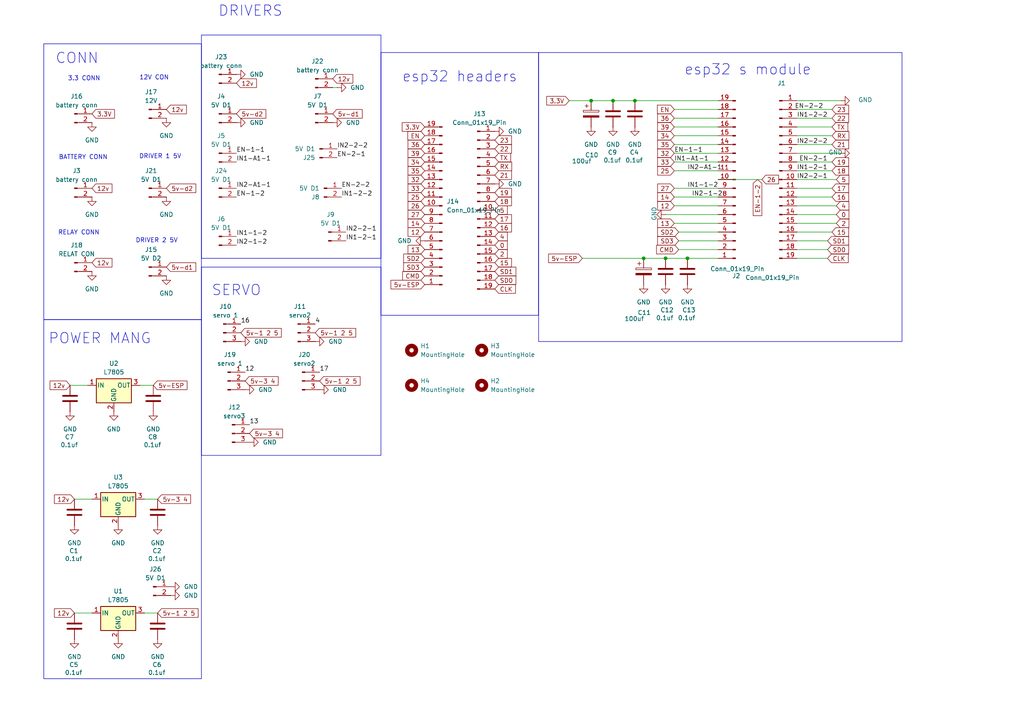
<source format=kicad_sch>
(kicad_sch
	(version 20231120)
	(generator "eeschema")
	(generator_version "8.0")
	(uuid "9edd0f69-0f44-44e5-9d6a-ce2d81da2d70")
	(paper "A4")
	(lib_symbols
		(symbol "Connector:Conn_01x02_Pin"
			(pin_names
				(offset 1.016) hide)
			(exclude_from_sim no)
			(in_bom yes)
			(on_board yes)
			(property "Reference" "J"
				(at 0 2.54 0)
				(effects
					(font
						(size 1.27 1.27)
					)
				)
			)
			(property "Value" "Conn_01x02_Pin"
				(at 0 -5.08 0)
				(effects
					(font
						(size 1.27 1.27)
					)
				)
			)
			(property "Footprint" ""
				(at 0 0 0)
				(effects
					(font
						(size 1.27 1.27)
					)
					(hide yes)
				)
			)
			(property "Datasheet" "~"
				(at 0 0 0)
				(effects
					(font
						(size 1.27 1.27)
					)
					(hide yes)
				)
			)
			(property "Description" "Generic connector, single row, 01x02, script generated"
				(at 0 0 0)
				(effects
					(font
						(size 1.27 1.27)
					)
					(hide yes)
				)
			)
			(property "ki_locked" ""
				(at 0 0 0)
				(effects
					(font
						(size 1.27 1.27)
					)
				)
			)
			(property "ki_keywords" "connector"
				(at 0 0 0)
				(effects
					(font
						(size 1.27 1.27)
					)
					(hide yes)
				)
			)
			(property "ki_fp_filters" "Connector*:*_1x??_*"
				(at 0 0 0)
				(effects
					(font
						(size 1.27 1.27)
					)
					(hide yes)
				)
			)
			(symbol "Conn_01x02_Pin_1_1"
				(polyline
					(pts
						(xy 1.27 -2.54) (xy 0.8636 -2.54)
					)
					(stroke
						(width 0.1524)
						(type default)
					)
					(fill
						(type none)
					)
				)
				(polyline
					(pts
						(xy 1.27 0) (xy 0.8636 0)
					)
					(stroke
						(width 0.1524)
						(type default)
					)
					(fill
						(type none)
					)
				)
				(rectangle
					(start 0.8636 -2.413)
					(end 0 -2.667)
					(stroke
						(width 0.1524)
						(type default)
					)
					(fill
						(type outline)
					)
				)
				(rectangle
					(start 0.8636 0.127)
					(end 0 -0.127)
					(stroke
						(width 0.1524)
						(type default)
					)
					(fill
						(type outline)
					)
				)
				(pin passive line
					(at 5.08 0 180)
					(length 3.81)
					(name "Pin_1"
						(effects
							(font
								(size 1.27 1.27)
							)
						)
					)
					(number "1"
						(effects
							(font
								(size 1.27 1.27)
							)
						)
					)
				)
				(pin passive line
					(at 5.08 -2.54 180)
					(length 3.81)
					(name "Pin_2"
						(effects
							(font
								(size 1.27 1.27)
							)
						)
					)
					(number "2"
						(effects
							(font
								(size 1.27 1.27)
							)
						)
					)
				)
			)
		)
		(symbol "Connector:Conn_01x03_Pin"
			(pin_names
				(offset 1.016) hide)
			(exclude_from_sim no)
			(in_bom yes)
			(on_board yes)
			(property "Reference" "J"
				(at 0 5.08 0)
				(effects
					(font
						(size 1.27 1.27)
					)
				)
			)
			(property "Value" "Conn_01x03_Pin"
				(at 0 -5.08 0)
				(effects
					(font
						(size 1.27 1.27)
					)
				)
			)
			(property "Footprint" ""
				(at 0 0 0)
				(effects
					(font
						(size 1.27 1.27)
					)
					(hide yes)
				)
			)
			(property "Datasheet" "~"
				(at 0 0 0)
				(effects
					(font
						(size 1.27 1.27)
					)
					(hide yes)
				)
			)
			(property "Description" "Generic connector, single row, 01x03, script generated"
				(at 0 0 0)
				(effects
					(font
						(size 1.27 1.27)
					)
					(hide yes)
				)
			)
			(property "ki_locked" ""
				(at 0 0 0)
				(effects
					(font
						(size 1.27 1.27)
					)
				)
			)
			(property "ki_keywords" "connector"
				(at 0 0 0)
				(effects
					(font
						(size 1.27 1.27)
					)
					(hide yes)
				)
			)
			(property "ki_fp_filters" "Connector*:*_1x??_*"
				(at 0 0 0)
				(effects
					(font
						(size 1.27 1.27)
					)
					(hide yes)
				)
			)
			(symbol "Conn_01x03_Pin_1_1"
				(polyline
					(pts
						(xy 1.27 -2.54) (xy 0.8636 -2.54)
					)
					(stroke
						(width 0.1524)
						(type default)
					)
					(fill
						(type none)
					)
				)
				(polyline
					(pts
						(xy 1.27 0) (xy 0.8636 0)
					)
					(stroke
						(width 0.1524)
						(type default)
					)
					(fill
						(type none)
					)
				)
				(polyline
					(pts
						(xy 1.27 2.54) (xy 0.8636 2.54)
					)
					(stroke
						(width 0.1524)
						(type default)
					)
					(fill
						(type none)
					)
				)
				(rectangle
					(start 0.8636 -2.413)
					(end 0 -2.667)
					(stroke
						(width 0.1524)
						(type default)
					)
					(fill
						(type outline)
					)
				)
				(rectangle
					(start 0.8636 0.127)
					(end 0 -0.127)
					(stroke
						(width 0.1524)
						(type default)
					)
					(fill
						(type outline)
					)
				)
				(rectangle
					(start 0.8636 2.667)
					(end 0 2.413)
					(stroke
						(width 0.1524)
						(type default)
					)
					(fill
						(type outline)
					)
				)
				(pin passive line
					(at 5.08 2.54 180)
					(length 3.81)
					(name "Pin_1"
						(effects
							(font
								(size 1.27 1.27)
							)
						)
					)
					(number "1"
						(effects
							(font
								(size 1.27 1.27)
							)
						)
					)
				)
				(pin passive line
					(at 5.08 0 180)
					(length 3.81)
					(name "Pin_2"
						(effects
							(font
								(size 1.27 1.27)
							)
						)
					)
					(number "2"
						(effects
							(font
								(size 1.27 1.27)
							)
						)
					)
				)
				(pin passive line
					(at 5.08 -2.54 180)
					(length 3.81)
					(name "Pin_3"
						(effects
							(font
								(size 1.27 1.27)
							)
						)
					)
					(number "3"
						(effects
							(font
								(size 1.27 1.27)
							)
						)
					)
				)
			)
		)
		(symbol "Connector:Conn_01x19_Pin"
			(pin_names
				(offset 1.016) hide)
			(exclude_from_sim no)
			(in_bom yes)
			(on_board yes)
			(property "Reference" "J"
				(at 0 25.4 0)
				(effects
					(font
						(size 1.27 1.27)
					)
				)
			)
			(property "Value" "Conn_01x19_Pin"
				(at 0 -25.4 0)
				(effects
					(font
						(size 1.27 1.27)
					)
				)
			)
			(property "Footprint" ""
				(at 0 0 0)
				(effects
					(font
						(size 1.27 1.27)
					)
					(hide yes)
				)
			)
			(property "Datasheet" "~"
				(at 0 0 0)
				(effects
					(font
						(size 1.27 1.27)
					)
					(hide yes)
				)
			)
			(property "Description" "Generic connector, single row, 01x19, script generated"
				(at 0 0 0)
				(effects
					(font
						(size 1.27 1.27)
					)
					(hide yes)
				)
			)
			(property "ki_locked" ""
				(at 0 0 0)
				(effects
					(font
						(size 1.27 1.27)
					)
				)
			)
			(property "ki_keywords" "connector"
				(at 0 0 0)
				(effects
					(font
						(size 1.27 1.27)
					)
					(hide yes)
				)
			)
			(property "ki_fp_filters" "Connector*:*_1x??_*"
				(at 0 0 0)
				(effects
					(font
						(size 1.27 1.27)
					)
					(hide yes)
				)
			)
			(symbol "Conn_01x19_Pin_1_1"
				(polyline
					(pts
						(xy 1.27 -22.86) (xy 0.8636 -22.86)
					)
					(stroke
						(width 0.1524)
						(type default)
					)
					(fill
						(type none)
					)
				)
				(polyline
					(pts
						(xy 1.27 -20.32) (xy 0.8636 -20.32)
					)
					(stroke
						(width 0.1524)
						(type default)
					)
					(fill
						(type none)
					)
				)
				(polyline
					(pts
						(xy 1.27 -17.78) (xy 0.8636 -17.78)
					)
					(stroke
						(width 0.1524)
						(type default)
					)
					(fill
						(type none)
					)
				)
				(polyline
					(pts
						(xy 1.27 -15.24) (xy 0.8636 -15.24)
					)
					(stroke
						(width 0.1524)
						(type default)
					)
					(fill
						(type none)
					)
				)
				(polyline
					(pts
						(xy 1.27 -12.7) (xy 0.8636 -12.7)
					)
					(stroke
						(width 0.1524)
						(type default)
					)
					(fill
						(type none)
					)
				)
				(polyline
					(pts
						(xy 1.27 -10.16) (xy 0.8636 -10.16)
					)
					(stroke
						(width 0.1524)
						(type default)
					)
					(fill
						(type none)
					)
				)
				(polyline
					(pts
						(xy 1.27 -7.62) (xy 0.8636 -7.62)
					)
					(stroke
						(width 0.1524)
						(type default)
					)
					(fill
						(type none)
					)
				)
				(polyline
					(pts
						(xy 1.27 -5.08) (xy 0.8636 -5.08)
					)
					(stroke
						(width 0.1524)
						(type default)
					)
					(fill
						(type none)
					)
				)
				(polyline
					(pts
						(xy 1.27 -2.54) (xy 0.8636 -2.54)
					)
					(stroke
						(width 0.1524)
						(type default)
					)
					(fill
						(type none)
					)
				)
				(polyline
					(pts
						(xy 1.27 0) (xy 0.8636 0)
					)
					(stroke
						(width 0.1524)
						(type default)
					)
					(fill
						(type none)
					)
				)
				(polyline
					(pts
						(xy 1.27 2.54) (xy 0.8636 2.54)
					)
					(stroke
						(width 0.1524)
						(type default)
					)
					(fill
						(type none)
					)
				)
				(polyline
					(pts
						(xy 1.27 5.08) (xy 0.8636 5.08)
					)
					(stroke
						(width 0.1524)
						(type default)
					)
					(fill
						(type none)
					)
				)
				(polyline
					(pts
						(xy 1.27 7.62) (xy 0.8636 7.62)
					)
					(stroke
						(width 0.1524)
						(type default)
					)
					(fill
						(type none)
					)
				)
				(polyline
					(pts
						(xy 1.27 10.16) (xy 0.8636 10.16)
					)
					(stroke
						(width 0.1524)
						(type default)
					)
					(fill
						(type none)
					)
				)
				(polyline
					(pts
						(xy 1.27 12.7) (xy 0.8636 12.7)
					)
					(stroke
						(width 0.1524)
						(type default)
					)
					(fill
						(type none)
					)
				)
				(polyline
					(pts
						(xy 1.27 15.24) (xy 0.8636 15.24)
					)
					(stroke
						(width 0.1524)
						(type default)
					)
					(fill
						(type none)
					)
				)
				(polyline
					(pts
						(xy 1.27 17.78) (xy 0.8636 17.78)
					)
					(stroke
						(width 0.1524)
						(type default)
					)
					(fill
						(type none)
					)
				)
				(polyline
					(pts
						(xy 1.27 20.32) (xy 0.8636 20.32)
					)
					(stroke
						(width 0.1524)
						(type default)
					)
					(fill
						(type none)
					)
				)
				(polyline
					(pts
						(xy 1.27 22.86) (xy 0.8636 22.86)
					)
					(stroke
						(width 0.1524)
						(type default)
					)
					(fill
						(type none)
					)
				)
				(rectangle
					(start 0.8636 -22.733)
					(end 0 -22.987)
					(stroke
						(width 0.1524)
						(type default)
					)
					(fill
						(type outline)
					)
				)
				(rectangle
					(start 0.8636 -20.193)
					(end 0 -20.447)
					(stroke
						(width 0.1524)
						(type default)
					)
					(fill
						(type outline)
					)
				)
				(rectangle
					(start 0.8636 -17.653)
					(end 0 -17.907)
					(stroke
						(width 0.1524)
						(type default)
					)
					(fill
						(type outline)
					)
				)
				(rectangle
					(start 0.8636 -15.113)
					(end 0 -15.367)
					(stroke
						(width 0.1524)
						(type default)
					)
					(fill
						(type outline)
					)
				)
				(rectangle
					(start 0.8636 -12.573)
					(end 0 -12.827)
					(stroke
						(width 0.1524)
						(type default)
					)
					(fill
						(type outline)
					)
				)
				(rectangle
					(start 0.8636 -10.033)
					(end 0 -10.287)
					(stroke
						(width 0.1524)
						(type default)
					)
					(fill
						(type outline)
					)
				)
				(rectangle
					(start 0.8636 -7.493)
					(end 0 -7.747)
					(stroke
						(width 0.1524)
						(type default)
					)
					(fill
						(type outline)
					)
				)
				(rectangle
					(start 0.8636 -4.953)
					(end 0 -5.207)
					(stroke
						(width 0.1524)
						(type default)
					)
					(fill
						(type outline)
					)
				)
				(rectangle
					(start 0.8636 -2.413)
					(end 0 -2.667)
					(stroke
						(width 0.1524)
						(type default)
					)
					(fill
						(type outline)
					)
				)
				(rectangle
					(start 0.8636 0.127)
					(end 0 -0.127)
					(stroke
						(width 0.1524)
						(type default)
					)
					(fill
						(type outline)
					)
				)
				(rectangle
					(start 0.8636 2.667)
					(end 0 2.413)
					(stroke
						(width 0.1524)
						(type default)
					)
					(fill
						(type outline)
					)
				)
				(rectangle
					(start 0.8636 5.207)
					(end 0 4.953)
					(stroke
						(width 0.1524)
						(type default)
					)
					(fill
						(type outline)
					)
				)
				(rectangle
					(start 0.8636 7.747)
					(end 0 7.493)
					(stroke
						(width 0.1524)
						(type default)
					)
					(fill
						(type outline)
					)
				)
				(rectangle
					(start 0.8636 10.287)
					(end 0 10.033)
					(stroke
						(width 0.1524)
						(type default)
					)
					(fill
						(type outline)
					)
				)
				(rectangle
					(start 0.8636 12.827)
					(end 0 12.573)
					(stroke
						(width 0.1524)
						(type default)
					)
					(fill
						(type outline)
					)
				)
				(rectangle
					(start 0.8636 15.367)
					(end 0 15.113)
					(stroke
						(width 0.1524)
						(type default)
					)
					(fill
						(type outline)
					)
				)
				(rectangle
					(start 0.8636 17.907)
					(end 0 17.653)
					(stroke
						(width 0.1524)
						(type default)
					)
					(fill
						(type outline)
					)
				)
				(rectangle
					(start 0.8636 20.447)
					(end 0 20.193)
					(stroke
						(width 0.1524)
						(type default)
					)
					(fill
						(type outline)
					)
				)
				(rectangle
					(start 0.8636 22.987)
					(end 0 22.733)
					(stroke
						(width 0.1524)
						(type default)
					)
					(fill
						(type outline)
					)
				)
				(pin passive line
					(at 5.08 22.86 180)
					(length 3.81)
					(name "Pin_1"
						(effects
							(font
								(size 1.27 1.27)
							)
						)
					)
					(number "1"
						(effects
							(font
								(size 1.27 1.27)
							)
						)
					)
				)
				(pin passive line
					(at 5.08 0 180)
					(length 3.81)
					(name "Pin_10"
						(effects
							(font
								(size 1.27 1.27)
							)
						)
					)
					(number "10"
						(effects
							(font
								(size 1.27 1.27)
							)
						)
					)
				)
				(pin passive line
					(at 5.08 -2.54 180)
					(length 3.81)
					(name "Pin_11"
						(effects
							(font
								(size 1.27 1.27)
							)
						)
					)
					(number "11"
						(effects
							(font
								(size 1.27 1.27)
							)
						)
					)
				)
				(pin passive line
					(at 5.08 -5.08 180)
					(length 3.81)
					(name "Pin_12"
						(effects
							(font
								(size 1.27 1.27)
							)
						)
					)
					(number "12"
						(effects
							(font
								(size 1.27 1.27)
							)
						)
					)
				)
				(pin passive line
					(at 5.08 -7.62 180)
					(length 3.81)
					(name "Pin_13"
						(effects
							(font
								(size 1.27 1.27)
							)
						)
					)
					(number "13"
						(effects
							(font
								(size 1.27 1.27)
							)
						)
					)
				)
				(pin passive line
					(at 5.08 -10.16 180)
					(length 3.81)
					(name "Pin_14"
						(effects
							(font
								(size 1.27 1.27)
							)
						)
					)
					(number "14"
						(effects
							(font
								(size 1.27 1.27)
							)
						)
					)
				)
				(pin passive line
					(at 5.08 -12.7 180)
					(length 3.81)
					(name "Pin_15"
						(effects
							(font
								(size 1.27 1.27)
							)
						)
					)
					(number "15"
						(effects
							(font
								(size 1.27 1.27)
							)
						)
					)
				)
				(pin passive line
					(at 5.08 -15.24 180)
					(length 3.81)
					(name "Pin_16"
						(effects
							(font
								(size 1.27 1.27)
							)
						)
					)
					(number "16"
						(effects
							(font
								(size 1.27 1.27)
							)
						)
					)
				)
				(pin passive line
					(at 5.08 -17.78 180)
					(length 3.81)
					(name "Pin_17"
						(effects
							(font
								(size 1.27 1.27)
							)
						)
					)
					(number "17"
						(effects
							(font
								(size 1.27 1.27)
							)
						)
					)
				)
				(pin passive line
					(at 5.08 -20.32 180)
					(length 3.81)
					(name "Pin_18"
						(effects
							(font
								(size 1.27 1.27)
							)
						)
					)
					(number "18"
						(effects
							(font
								(size 1.27 1.27)
							)
						)
					)
				)
				(pin passive line
					(at 5.08 -22.86 180)
					(length 3.81)
					(name "Pin_19"
						(effects
							(font
								(size 1.27 1.27)
							)
						)
					)
					(number "19"
						(effects
							(font
								(size 1.27 1.27)
							)
						)
					)
				)
				(pin passive line
					(at 5.08 20.32 180)
					(length 3.81)
					(name "Pin_2"
						(effects
							(font
								(size 1.27 1.27)
							)
						)
					)
					(number "2"
						(effects
							(font
								(size 1.27 1.27)
							)
						)
					)
				)
				(pin passive line
					(at 5.08 17.78 180)
					(length 3.81)
					(name "Pin_3"
						(effects
							(font
								(size 1.27 1.27)
							)
						)
					)
					(number "3"
						(effects
							(font
								(size 1.27 1.27)
							)
						)
					)
				)
				(pin passive line
					(at 5.08 15.24 180)
					(length 3.81)
					(name "Pin_4"
						(effects
							(font
								(size 1.27 1.27)
							)
						)
					)
					(number "4"
						(effects
							(font
								(size 1.27 1.27)
							)
						)
					)
				)
				(pin passive line
					(at 5.08 12.7 180)
					(length 3.81)
					(name "Pin_5"
						(effects
							(font
								(size 1.27 1.27)
							)
						)
					)
					(number "5"
						(effects
							(font
								(size 1.27 1.27)
							)
						)
					)
				)
				(pin passive line
					(at 5.08 10.16 180)
					(length 3.81)
					(name "Pin_6"
						(effects
							(font
								(size 1.27 1.27)
							)
						)
					)
					(number "6"
						(effects
							(font
								(size 1.27 1.27)
							)
						)
					)
				)
				(pin passive line
					(at 5.08 7.62 180)
					(length 3.81)
					(name "Pin_7"
						(effects
							(font
								(size 1.27 1.27)
							)
						)
					)
					(number "7"
						(effects
							(font
								(size 1.27 1.27)
							)
						)
					)
				)
				(pin passive line
					(at 5.08 5.08 180)
					(length 3.81)
					(name "Pin_8"
						(effects
							(font
								(size 1.27 1.27)
							)
						)
					)
					(number "8"
						(effects
							(font
								(size 1.27 1.27)
							)
						)
					)
				)
				(pin passive line
					(at 5.08 2.54 180)
					(length 3.81)
					(name "Pin_9"
						(effects
							(font
								(size 1.27 1.27)
							)
						)
					)
					(number "9"
						(effects
							(font
								(size 1.27 1.27)
							)
						)
					)
				)
			)
		)
		(symbol "Device:C"
			(pin_numbers hide)
			(pin_names
				(offset 0.254)
			)
			(exclude_from_sim no)
			(in_bom yes)
			(on_board yes)
			(property "Reference" "C"
				(at 0.635 2.54 0)
				(effects
					(font
						(size 1.27 1.27)
					)
					(justify left)
				)
			)
			(property "Value" "C"
				(at 0.635 -2.54 0)
				(effects
					(font
						(size 1.27 1.27)
					)
					(justify left)
				)
			)
			(property "Footprint" ""
				(at 0.9652 -3.81 0)
				(effects
					(font
						(size 1.27 1.27)
					)
					(hide yes)
				)
			)
			(property "Datasheet" "~"
				(at 0 0 0)
				(effects
					(font
						(size 1.27 1.27)
					)
					(hide yes)
				)
			)
			(property "Description" "Unpolarized capacitor"
				(at 0 0 0)
				(effects
					(font
						(size 1.27 1.27)
					)
					(hide yes)
				)
			)
			(property "ki_keywords" "cap capacitor"
				(at 0 0 0)
				(effects
					(font
						(size 1.27 1.27)
					)
					(hide yes)
				)
			)
			(property "ki_fp_filters" "C_*"
				(at 0 0 0)
				(effects
					(font
						(size 1.27 1.27)
					)
					(hide yes)
				)
			)
			(symbol "C_0_1"
				(polyline
					(pts
						(xy -2.032 -0.762) (xy 2.032 -0.762)
					)
					(stroke
						(width 0.508)
						(type default)
					)
					(fill
						(type none)
					)
				)
				(polyline
					(pts
						(xy -2.032 0.762) (xy 2.032 0.762)
					)
					(stroke
						(width 0.508)
						(type default)
					)
					(fill
						(type none)
					)
				)
			)
			(symbol "C_1_1"
				(pin passive line
					(at 0 3.81 270)
					(length 2.794)
					(name "~"
						(effects
							(font
								(size 1.27 1.27)
							)
						)
					)
					(number "1"
						(effects
							(font
								(size 1.27 1.27)
							)
						)
					)
				)
				(pin passive line
					(at 0 -3.81 90)
					(length 2.794)
					(name "~"
						(effects
							(font
								(size 1.27 1.27)
							)
						)
					)
					(number "2"
						(effects
							(font
								(size 1.27 1.27)
							)
						)
					)
				)
			)
		)
		(symbol "Device:C_Polarized"
			(pin_numbers hide)
			(pin_names
				(offset 0.254)
			)
			(exclude_from_sim no)
			(in_bom yes)
			(on_board yes)
			(property "Reference" "C"
				(at 0.635 2.54 0)
				(effects
					(font
						(size 1.27 1.27)
					)
					(justify left)
				)
			)
			(property "Value" "C_Polarized"
				(at 0.635 -2.54 0)
				(effects
					(font
						(size 1.27 1.27)
					)
					(justify left)
				)
			)
			(property "Footprint" ""
				(at 0.9652 -3.81 0)
				(effects
					(font
						(size 1.27 1.27)
					)
					(hide yes)
				)
			)
			(property "Datasheet" "~"
				(at 0 0 0)
				(effects
					(font
						(size 1.27 1.27)
					)
					(hide yes)
				)
			)
			(property "Description" "Polarized capacitor"
				(at 0 0 0)
				(effects
					(font
						(size 1.27 1.27)
					)
					(hide yes)
				)
			)
			(property "ki_keywords" "cap capacitor"
				(at 0 0 0)
				(effects
					(font
						(size 1.27 1.27)
					)
					(hide yes)
				)
			)
			(property "ki_fp_filters" "CP_*"
				(at 0 0 0)
				(effects
					(font
						(size 1.27 1.27)
					)
					(hide yes)
				)
			)
			(symbol "C_Polarized_0_1"
				(rectangle
					(start -2.286 0.508)
					(end 2.286 1.016)
					(stroke
						(width 0)
						(type default)
					)
					(fill
						(type none)
					)
				)
				(polyline
					(pts
						(xy -1.778 2.286) (xy -0.762 2.286)
					)
					(stroke
						(width 0)
						(type default)
					)
					(fill
						(type none)
					)
				)
				(polyline
					(pts
						(xy -1.27 2.794) (xy -1.27 1.778)
					)
					(stroke
						(width 0)
						(type default)
					)
					(fill
						(type none)
					)
				)
				(rectangle
					(start 2.286 -0.508)
					(end -2.286 -1.016)
					(stroke
						(width 0)
						(type default)
					)
					(fill
						(type outline)
					)
				)
			)
			(symbol "C_Polarized_1_1"
				(pin passive line
					(at 0 3.81 270)
					(length 2.794)
					(name "~"
						(effects
							(font
								(size 1.27 1.27)
							)
						)
					)
					(number "1"
						(effects
							(font
								(size 1.27 1.27)
							)
						)
					)
				)
				(pin passive line
					(at 0 -3.81 90)
					(length 2.794)
					(name "~"
						(effects
							(font
								(size 1.27 1.27)
							)
						)
					)
					(number "2"
						(effects
							(font
								(size 1.27 1.27)
							)
						)
					)
				)
			)
		)
		(symbol "Mechanical:MountingHole"
			(pin_names
				(offset 1.016)
			)
			(exclude_from_sim yes)
			(in_bom no)
			(on_board yes)
			(property "Reference" "H"
				(at 0 5.08 0)
				(effects
					(font
						(size 1.27 1.27)
					)
				)
			)
			(property "Value" "MountingHole"
				(at 0 3.175 0)
				(effects
					(font
						(size 1.27 1.27)
					)
				)
			)
			(property "Footprint" ""
				(at 0 0 0)
				(effects
					(font
						(size 1.27 1.27)
					)
					(hide yes)
				)
			)
			(property "Datasheet" "~"
				(at 0 0 0)
				(effects
					(font
						(size 1.27 1.27)
					)
					(hide yes)
				)
			)
			(property "Description" "Mounting Hole without connection"
				(at 0 0 0)
				(effects
					(font
						(size 1.27 1.27)
					)
					(hide yes)
				)
			)
			(property "ki_keywords" "mounting hole"
				(at 0 0 0)
				(effects
					(font
						(size 1.27 1.27)
					)
					(hide yes)
				)
			)
			(property "ki_fp_filters" "MountingHole*"
				(at 0 0 0)
				(effects
					(font
						(size 1.27 1.27)
					)
					(hide yes)
				)
			)
			(symbol "MountingHole_0_1"
				(circle
					(center 0 0)
					(radius 1.27)
					(stroke
						(width 1.27)
						(type default)
					)
					(fill
						(type none)
					)
				)
			)
		)
		(symbol "Regulator_Linear:L7805"
			(pin_names
				(offset 0.254)
			)
			(exclude_from_sim no)
			(in_bom yes)
			(on_board yes)
			(property "Reference" "U"
				(at -3.81 3.175 0)
				(effects
					(font
						(size 1.27 1.27)
					)
				)
			)
			(property "Value" "L7805"
				(at 0 3.175 0)
				(effects
					(font
						(size 1.27 1.27)
					)
					(justify left)
				)
			)
			(property "Footprint" ""
				(at 0.635 -3.81 0)
				(effects
					(font
						(size 1.27 1.27)
						(italic yes)
					)
					(justify left)
					(hide yes)
				)
			)
			(property "Datasheet" "http://www.st.com/content/ccc/resource/technical/document/datasheet/41/4f/b3/b0/12/d4/47/88/CD00000444.pdf/files/CD00000444.pdf/jcr:content/translations/en.CD00000444.pdf"
				(at 0 -1.27 0)
				(effects
					(font
						(size 1.27 1.27)
					)
					(hide yes)
				)
			)
			(property "Description" "Positive 1.5A 35V Linear Regulator, Fixed Output 5V, TO-220/TO-263/TO-252"
				(at 0 0 0)
				(effects
					(font
						(size 1.27 1.27)
					)
					(hide yes)
				)
			)
			(property "ki_keywords" "Voltage Regulator 1.5A Positive"
				(at 0 0 0)
				(effects
					(font
						(size 1.27 1.27)
					)
					(hide yes)
				)
			)
			(property "ki_fp_filters" "TO?252* TO?263* TO?220*"
				(at 0 0 0)
				(effects
					(font
						(size 1.27 1.27)
					)
					(hide yes)
				)
			)
			(symbol "L7805_0_1"
				(rectangle
					(start -5.08 1.905)
					(end 5.08 -5.08)
					(stroke
						(width 0.254)
						(type default)
					)
					(fill
						(type background)
					)
				)
			)
			(symbol "L7805_1_1"
				(pin power_in line
					(at -7.62 0 0)
					(length 2.54)
					(name "IN"
						(effects
							(font
								(size 1.27 1.27)
							)
						)
					)
					(number "1"
						(effects
							(font
								(size 1.27 1.27)
							)
						)
					)
				)
				(pin power_in line
					(at 0 -7.62 90)
					(length 2.54)
					(name "GND"
						(effects
							(font
								(size 1.27 1.27)
							)
						)
					)
					(number "2"
						(effects
							(font
								(size 1.27 1.27)
							)
						)
					)
				)
				(pin power_out line
					(at 7.62 0 180)
					(length 2.54)
					(name "OUT"
						(effects
							(font
								(size 1.27 1.27)
							)
						)
					)
					(number "3"
						(effects
							(font
								(size 1.27 1.27)
							)
						)
					)
				)
			)
		)
		(symbol "power:GND"
			(power)
			(pin_numbers hide)
			(pin_names
				(offset 0) hide)
			(exclude_from_sim no)
			(in_bom yes)
			(on_board yes)
			(property "Reference" "#PWR"
				(at 0 -6.35 0)
				(effects
					(font
						(size 1.27 1.27)
					)
					(hide yes)
				)
			)
			(property "Value" "GND"
				(at 0 -3.81 0)
				(effects
					(font
						(size 1.27 1.27)
					)
				)
			)
			(property "Footprint" ""
				(at 0 0 0)
				(effects
					(font
						(size 1.27 1.27)
					)
					(hide yes)
				)
			)
			(property "Datasheet" ""
				(at 0 0 0)
				(effects
					(font
						(size 1.27 1.27)
					)
					(hide yes)
				)
			)
			(property "Description" "Power symbol creates a global label with name \"GND\" , ground"
				(at 0 0 0)
				(effects
					(font
						(size 1.27 1.27)
					)
					(hide yes)
				)
			)
			(property "ki_keywords" "global power"
				(at 0 0 0)
				(effects
					(font
						(size 1.27 1.27)
					)
					(hide yes)
				)
			)
			(symbol "GND_0_1"
				(polyline
					(pts
						(xy 0 0) (xy 0 -1.27) (xy 1.27 -1.27) (xy 0 -2.54) (xy -1.27 -1.27) (xy 0 -1.27)
					)
					(stroke
						(width 0)
						(type default)
					)
					(fill
						(type none)
					)
				)
			)
			(symbol "GND_1_1"
				(pin power_in line
					(at 0 0 270)
					(length 0)
					(name "~"
						(effects
							(font
								(size 1.27 1.27)
							)
						)
					)
					(number "1"
						(effects
							(font
								(size 1.27 1.27)
							)
						)
					)
				)
			)
		)
	)
	(junction
		(at 171.45 29.21)
		(diameter 0)
		(color 0 0 0 0)
		(uuid "112927ee-a58e-4917-b7f8-8278e10ded22")
	)
	(junction
		(at 199.39 74.93)
		(diameter 0)
		(color 0 0 0 0)
		(uuid "25f1fe54-65bf-44b0-97a1-7cd7f1779acb")
	)
	(junction
		(at 193.04 74.93)
		(diameter 0)
		(color 0 0 0 0)
		(uuid "4c4dfda6-3d5f-4c87-8cea-b9334cde6be1")
	)
	(junction
		(at 177.8 29.21)
		(diameter 0)
		(color 0 0 0 0)
		(uuid "6a430c24-f76a-469b-a0af-3fa3adc1faad")
	)
	(junction
		(at 186.69 74.93)
		(diameter 0)
		(color 0 0 0 0)
		(uuid "8e050130-b70b-4438-b114-3dfbbec4513a")
	)
	(junction
		(at 184.15 29.21)
		(diameter 0)
		(color 0 0 0 0)
		(uuid "903464f2-f101-47c0-b470-2cebc15a55b8")
	)
	(wire
		(pts
			(xy 20.32 111.76) (xy 25.4 111.76)
		)
		(stroke
			(width 0)
			(type default)
		)
		(uuid "02184258-d189-4bb1-a92b-9bf463ea4d22")
	)
	(wire
		(pts
			(xy 241.3 57.15) (xy 231.14 57.15)
		)
		(stroke
			(width 0)
			(type default)
		)
		(uuid "05ae66c6-d21d-41a4-a0be-a05a955ca1c0")
	)
	(wire
		(pts
			(xy 231.14 34.29) (xy 241.3 34.29)
		)
		(stroke
			(width 0)
			(type default)
		)
		(uuid "05d772dc-e541-481b-8c25-b03b15470c64")
	)
	(wire
		(pts
			(xy 243.84 29.21) (xy 231.14 29.21)
		)
		(stroke
			(width 0)
			(type default)
		)
		(uuid "0bd43e13-1dc7-41c1-b337-e5494fc0cefa")
	)
	(wire
		(pts
			(xy 243.84 44.45) (xy 231.14 44.45)
		)
		(stroke
			(width 0)
			(type default)
		)
		(uuid "247c366a-1fea-4828-a3dc-cf02c2acbcdb")
	)
	(wire
		(pts
			(xy 168.91 74.93) (xy 186.69 74.93)
		)
		(stroke
			(width 0)
			(type default)
		)
		(uuid "24c0829c-206a-465d-94cc-0f1e3af4e360")
	)
	(wire
		(pts
			(xy 184.15 29.21) (xy 208.28 29.21)
		)
		(stroke
			(width 0)
			(type default)
		)
		(uuid "25bb41fc-488a-46c7-812a-4ef9a06ea2c6")
	)
	(wire
		(pts
			(xy 242.57 64.77) (xy 231.14 64.77)
		)
		(stroke
			(width 0)
			(type default)
		)
		(uuid "2bb08c32-b889-40dd-9676-60f46ed9b7a4")
	)
	(wire
		(pts
			(xy 195.58 39.37) (xy 208.28 39.37)
		)
		(stroke
			(width 0)
			(type default)
		)
		(uuid "2c39f6cb-978e-45e4-998f-77c27ca6958d")
	)
	(wire
		(pts
			(xy 231.14 36.83) (xy 241.3 36.83)
		)
		(stroke
			(width 0)
			(type default)
		)
		(uuid "32d4a0b0-696a-4b5a-a485-408b88fdba15")
	)
	(wire
		(pts
			(xy 240.03 72.39) (xy 231.14 72.39)
		)
		(stroke
			(width 0)
			(type default)
		)
		(uuid "3369ff87-1466-428a-af0a-3daf9572b957")
	)
	(wire
		(pts
			(xy 40.64 111.76) (xy 44.45 111.76)
		)
		(stroke
			(width 0)
			(type default)
		)
		(uuid "41490744-ca00-4011-ba09-5f1f4e96eae5")
	)
	(wire
		(pts
			(xy 242.57 59.69) (xy 231.14 59.69)
		)
		(stroke
			(width 0)
			(type default)
		)
		(uuid "434ad345-3168-46b2-9398-cd114e15dd55")
	)
	(wire
		(pts
			(xy 186.69 74.93) (xy 193.04 74.93)
		)
		(stroke
			(width 0)
			(type default)
		)
		(uuid "43a1b1b7-bff5-427f-8a25-37063fa065c5")
	)
	(wire
		(pts
			(xy 231.14 54.61) (xy 241.3 54.61)
		)
		(stroke
			(width 0)
			(type default)
		)
		(uuid "4920bb06-c8b3-4f18-9a8a-42e4457a7884")
	)
	(wire
		(pts
			(xy 241.3 67.31) (xy 231.14 67.31)
		)
		(stroke
			(width 0)
			(type default)
		)
		(uuid "51f5740f-373a-4338-abc0-2b5b80eb8c62")
	)
	(wire
		(pts
			(xy 21.59 177.8) (xy 26.67 177.8)
		)
		(stroke
			(width 0)
			(type default)
		)
		(uuid "547fe3d1-a1a7-4bc4-9318-9be1adfa98d0")
	)
	(wire
		(pts
			(xy 195.58 57.15) (xy 208.28 57.15)
		)
		(stroke
			(width 0)
			(type default)
		)
		(uuid "58323734-845c-4cf0-b5ba-d35920e1537d")
	)
	(wire
		(pts
			(xy 193.04 74.93) (xy 199.39 74.93)
		)
		(stroke
			(width 0)
			(type default)
		)
		(uuid "5b6a5422-2974-4cb4-8e98-3ac86e65cb18")
	)
	(wire
		(pts
			(xy 41.91 144.78) (xy 45.72 144.78)
		)
		(stroke
			(width 0)
			(type default)
		)
		(uuid "5c34ea4b-6113-4e8f-a37c-77a4f03b44d4")
	)
	(wire
		(pts
			(xy 41.91 177.8) (xy 45.72 177.8)
		)
		(stroke
			(width 0)
			(type default)
		)
		(uuid "5ed8b224-330e-45de-bde4-445ad3e424ef")
	)
	(wire
		(pts
			(xy 195.58 36.83) (xy 208.28 36.83)
		)
		(stroke
			(width 0)
			(type default)
		)
		(uuid "64442791-c9b3-4f02-80c6-b9203c1093cc")
	)
	(wire
		(pts
			(xy 241.3 39.37) (xy 231.14 39.37)
		)
		(stroke
			(width 0)
			(type default)
		)
		(uuid "7aefbf5f-00ea-494f-8e44-be623fe8436c")
	)
	(wire
		(pts
			(xy 231.14 31.75) (xy 241.3 31.75)
		)
		(stroke
			(width 0)
			(type default)
		)
		(uuid "7d719973-efdf-480e-9af1-229135dd8873")
	)
	(wire
		(pts
			(xy 231.14 52.07) (xy 242.57 52.07)
		)
		(stroke
			(width 0)
			(type default)
		)
		(uuid "806a1df1-a46c-484a-bd05-d5e7e879e87a")
	)
	(wire
		(pts
			(xy 242.57 62.23) (xy 231.14 62.23)
		)
		(stroke
			(width 0)
			(type default)
		)
		(uuid "8294f0b7-d439-4732-9aa4-fbd5d72e0124")
	)
	(wire
		(pts
			(xy 165.1 29.21) (xy 171.45 29.21)
		)
		(stroke
			(width 0)
			(type default)
		)
		(uuid "8f7aa865-55c5-4079-8370-be602854e9fd")
	)
	(wire
		(pts
			(xy 195.58 59.69) (xy 208.28 59.69)
		)
		(stroke
			(width 0)
			(type default)
		)
		(uuid "916c92aa-369f-4af2-b064-dc58f71a367e")
	)
	(wire
		(pts
			(xy 240.03 74.93) (xy 231.14 74.93)
		)
		(stroke
			(width 0)
			(type default)
		)
		(uuid "9a0e7e3d-e50c-4561-9524-220659a0ad24")
	)
	(wire
		(pts
			(xy 195.58 54.61) (xy 208.28 54.61)
		)
		(stroke
			(width 0)
			(type default)
		)
		(uuid "9b75805d-4883-44e6-86bc-5d3af8700f40")
	)
	(wire
		(pts
			(xy 177.8 29.21) (xy 171.45 29.21)
		)
		(stroke
			(width 0)
			(type default)
		)
		(uuid "a6c86eb8-ff53-4b44-98e9-151ef876fd5c")
	)
	(wire
		(pts
			(xy 240.03 69.85) (xy 231.14 69.85)
		)
		(stroke
			(width 0)
			(type default)
		)
		(uuid "a885c12d-f814-43fd-ab81-6b13aa93e8a6")
	)
	(wire
		(pts
			(xy 231.14 49.53) (xy 241.3 49.53)
		)
		(stroke
			(width 0)
			(type default)
		)
		(uuid "aff95250-81ff-431b-99e3-be3494cc9d59")
	)
	(wire
		(pts
			(xy 195.58 31.75) (xy 208.28 31.75)
		)
		(stroke
			(width 0)
			(type default)
		)
		(uuid "b0705a28-b3f6-423e-9783-769989a7916a")
	)
	(wire
		(pts
			(xy 193.04 62.23) (xy 208.28 62.23)
		)
		(stroke
			(width 0)
			(type default)
		)
		(uuid "bc8b1a38-a5b7-484b-88cb-c5d2697c6fb1")
	)
	(wire
		(pts
			(xy 21.59 144.78) (xy 26.67 144.78)
		)
		(stroke
			(width 0)
			(type default)
		)
		(uuid "c34eaec9-fc07-44ce-8e8e-1effac64d7bd")
	)
	(wire
		(pts
			(xy 195.58 41.91) (xy 208.28 41.91)
		)
		(stroke
			(width 0)
			(type default)
		)
		(uuid "c37c8524-e664-4c18-bb35-0eaa1653eb04")
	)
	(wire
		(pts
			(xy 96.52 25.4) (xy 97.79 25.4)
		)
		(stroke
			(width 0)
			(type default)
		)
		(uuid "c7c84912-a629-4a89-9e86-9e38dffae892")
	)
	(wire
		(pts
			(xy 231.14 41.91) (xy 241.3 41.91)
		)
		(stroke
			(width 0)
			(type default)
		)
		(uuid "c9e50149-24a8-4d3f-8f49-eff8b0102f9c")
	)
	(wire
		(pts
			(xy 199.39 74.93) (xy 208.28 74.93)
		)
		(stroke
			(width 0)
			(type default)
		)
		(uuid "ccf2e391-6ab4-46e6-8094-e4642accb21f")
	)
	(wire
		(pts
			(xy 195.58 64.77) (xy 208.28 64.77)
		)
		(stroke
			(width 0)
			(type default)
		)
		(uuid "d2c8c596-9d46-4761-a03b-255ee3ef78c9")
	)
	(wire
		(pts
			(xy 195.58 44.45) (xy 208.28 44.45)
		)
		(stroke
			(width 0)
			(type default)
		)
		(uuid "d352c897-eddd-4ae6-a84b-2fc955ad1064")
	)
	(wire
		(pts
			(xy 220.98 52.07) (xy 208.28 52.07)
		)
		(stroke
			(width 0)
			(type default)
		)
		(uuid "d6302f05-928a-44e4-9841-779e681e68a4")
	)
	(wire
		(pts
			(xy 196.85 67.31) (xy 208.28 67.31)
		)
		(stroke
			(width 0)
			(type default)
		)
		(uuid "dbc98dca-65eb-4778-9d28-b9f37a64f9e4")
	)
	(wire
		(pts
			(xy 195.58 46.99) (xy 208.28 46.99)
		)
		(stroke
			(width 0)
			(type default)
		)
		(uuid "e5c49d1a-2042-4a67-8db4-f543e25f0224")
	)
	(wire
		(pts
			(xy 195.58 34.29) (xy 208.28 34.29)
		)
		(stroke
			(width 0)
			(type default)
		)
		(uuid "e7cd6721-6a2c-404c-baf1-88767b39f3ec")
	)
	(wire
		(pts
			(xy 184.15 29.21) (xy 177.8 29.21)
		)
		(stroke
			(width 0)
			(type default)
		)
		(uuid "ef44ceb9-fbf8-4a5e-aecd-56428310a927")
	)
	(wire
		(pts
			(xy 196.85 72.39) (xy 208.28 72.39)
		)
		(stroke
			(width 0)
			(type default)
		)
		(uuid "f477a75d-cae1-4178-96d9-e046ee7a0df1")
	)
	(wire
		(pts
			(xy 231.14 46.99) (xy 241.3 46.99)
		)
		(stroke
			(width 0)
			(type default)
		)
		(uuid "f52b5105-671c-4283-b5d2-51a626cf6f8a")
	)
	(wire
		(pts
			(xy 196.85 69.85) (xy 208.28 69.85)
		)
		(stroke
			(width 0)
			(type default)
		)
		(uuid "fbba6751-623d-4e62-bd9d-98a657e04522")
	)
	(wire
		(pts
			(xy 195.58 49.53) (xy 208.28 49.53)
		)
		(stroke
			(width 0)
			(type default)
		)
		(uuid "fd5f135b-183a-450a-9131-66b62ecf48d8")
	)
	(rectangle
		(start 58.42 10.16)
		(end 110.49 74.93)
		(stroke
			(width 0)
			(type default)
		)
		(fill
			(type none)
		)
		(uuid 1246717c-b370-4942-a512-c063e176978c)
	)
	(rectangle
		(start 12.7 12.7)
		(end 58.42 92.71)
		(stroke
			(width 0)
			(type default)
		)
		(fill
			(type none)
		)
		(uuid 7ac8328e-21ec-4390-8211-8921354d25a9)
	)
	(rectangle
		(start 12.7 92.71)
		(end 58.42 196.85)
		(stroke
			(width 0)
			(type default)
		)
		(fill
			(type none)
		)
		(uuid 9516d57e-e201-4faf-87b8-21d2dac9ec2d)
	)
	(rectangle
		(start 156.21 15.24)
		(end 261.62 99.06)
		(stroke
			(width 0)
			(type default)
		)
		(fill
			(type none)
		)
		(uuid ab6141e9-ff59-40eb-b4c5-f8393f561e43)
	)
	(rectangle
		(start 110.49 15.24)
		(end 156.21 91.44)
		(stroke
			(width 0)
			(type default)
		)
		(fill
			(type none)
		)
		(uuid d5fdb225-f367-4e4e-ba74-cbfa7193bef9)
	)
	(rectangle
		(start 58.42 77.47)
		(end 110.49 132.08)
		(stroke
			(width 0)
			(type default)
		)
		(fill
			(type none)
		)
		(uuid defd9997-cd38-4348-8965-ee6cdcb4e4e9)
	)
	(text "BATTERY CONN"
		(exclude_from_sim no)
		(at 24.13 45.72 0)
		(effects
			(font
				(size 1.27 1.27)
			)
		)
		(uuid "06fe3e90-751a-4641-bd3d-2665ca15f77b")
	)
	(text "POWER MANG"
		(exclude_from_sim no)
		(at 28.956 98.298 0)
		(effects
			(font
				(size 3 3)
			)
		)
		(uuid "391b76ba-cef3-429a-ac12-f0dd5f679ec8")
	)
	(text "SERVO"
		(exclude_from_sim no)
		(at 68.58 84.328 0)
		(effects
			(font
				(size 3 3)
			)
		)
		(uuid "3ec8db70-9736-45cc-97c9-048f66b36f7b")
	)
	(text "CONN"
		(exclude_from_sim no)
		(at 22.352 17.018 0)
		(effects
			(font
				(size 3 3)
			)
		)
		(uuid "4c74e2f9-5700-4570-aedb-ee479fa48658")
	)
	(text "3.3 CONN"
		(exclude_from_sim no)
		(at 24.384 22.86 0)
		(effects
			(font
				(size 1.27 1.27)
			)
		)
		(uuid "4d7e096e-6a12-4fd1-b361-ab233f5516e3")
	)
	(text "DRIVERS"
		(exclude_from_sim no)
		(at 72.644 3.302 0)
		(effects
			(font
				(size 3 3)
			)
		)
		(uuid "5aa155b4-8df6-4928-8cb6-4f12e4be9615")
	)
	(text "DRIVER 2 5V"
		(exclude_from_sim no)
		(at 45.466 69.85 0)
		(effects
			(font
				(size 1.27 1.27)
			)
		)
		(uuid "c5717bfe-63bf-4371-8886-1fa9c7eeb3b8")
	)
	(text "12V CON"
		(exclude_from_sim no)
		(at 44.704 22.606 0)
		(effects
			(font
				(size 1.27 1.27)
			)
		)
		(uuid "ca9ae5fd-de29-46ed-ac3d-73cae4f3fd1d")
	)
	(text "DRIVER 1 5V"
		(exclude_from_sim no)
		(at 46.482 45.466 0)
		(effects
			(font
				(size 1.27 1.27)
			)
		)
		(uuid "de42544b-9494-4c8b-b79f-fb987290b919")
	)
	(text "esp32 s module"
		(exclude_from_sim no)
		(at 216.916 20.32 0)
		(effects
			(font
				(size 3 3)
			)
		)
		(uuid "e5562a9b-1a9c-419b-8b0a-f0579e23de0d")
	)
	(text "RELAY CONN"
		(exclude_from_sim no)
		(at 22.86 67.564 0)
		(effects
			(font
				(size 1.27 1.27)
			)
		)
		(uuid "ecca6b94-ebac-4bb6-86fb-160d87c8b967")
	)
	(text "esp32 headers\n"
		(exclude_from_sim no)
		(at 133.35 22.352 0)
		(effects
			(font
				(size 3 3)
			)
		)
		(uuid "f887eda9-56ea-4e27-80ab-4c561be9e924")
	)
	(label "EN-2-2"
		(at 238.76 31.75 180)
		(fields_autoplaced yes)
		(effects
			(font
				(size 1.27 1.27)
			)
			(justify right bottom)
		)
		(uuid "05ccb6f3-fafc-46f3-b1e4-09182bdb037d")
	)
	(label "4"
		(at 91.44 93.98 0)
		(fields_autoplaced yes)
		(effects
			(font
				(size 1.27 1.27)
			)
			(justify left bottom)
		)
		(uuid "07e077fb-0f57-432f-9cb7-e05740e00ec7")
	)
	(label "IN1-A1-1"
		(at 68.58 46.99 0)
		(fields_autoplaced yes)
		(effects
			(font
				(size 1.27 1.27)
			)
			(justify left bottom)
		)
		(uuid "0db74765-55df-4a96-8ed0-6abad82fb5db")
	)
	(label "IN2-A1-1"
		(at 68.58 54.61 0)
		(fields_autoplaced yes)
		(effects
			(font
				(size 1.27 1.27)
			)
			(justify left bottom)
		)
		(uuid "2273fa36-8665-4691-bb54-c274d5c48c07")
	)
	(label "IN1-1-2"
		(at 199.39 54.61 0)
		(fields_autoplaced yes)
		(effects
			(font
				(size 1.27 1.27)
			)
			(justify left bottom)
		)
		(uuid "2a16f290-bf44-44bc-8377-9540c8a50247")
	)
	(label "EN-2-1"
		(at 240.03 46.99 180)
		(fields_autoplaced yes)
		(effects
			(font
				(size 1.27 1.27)
			)
			(justify right bottom)
		)
		(uuid "401d7984-01c4-4d85-9b66-3acb7abb9fd1")
	)
	(label "EN-2-1"
		(at 97.79 45.72 0)
		(fields_autoplaced yes)
		(effects
			(font
				(size 1.27 1.27)
			)
			(justify left bottom)
		)
		(uuid "45ac9350-1aaf-488e-ab96-b9b7887e0d2a")
	)
	(label "IN1-1-2"
		(at 68.58 68.58 0)
		(fields_autoplaced yes)
		(effects
			(font
				(size 1.27 1.27)
			)
			(justify left bottom)
		)
		(uuid "49c3c85b-4f1c-493a-9511-4d5d695c56d4")
	)
	(label "IN2-1-2"
		(at 68.58 71.12 0)
		(fields_autoplaced yes)
		(effects
			(font
				(size 1.27 1.27)
			)
			(justify left bottom)
		)
		(uuid "4e18ab64-bba0-49b4-aca6-fa91a61726cb")
	)
	(label "EN-1-1"
		(at 195.58 44.45 0)
		(fields_autoplaced yes)
		(effects
			(font
				(size 1.27 1.27)
			)
			(justify left bottom)
		)
		(uuid "53bc1854-6d24-432d-a733-6e6c5bbaf9b7")
	)
	(label "IN1-2-2"
		(at 240.03 34.29 180)
		(fields_autoplaced yes)
		(effects
			(font
				(size 1.27 1.27)
			)
			(justify right bottom)
		)
		(uuid "5fe0651a-3438-4263-968b-e41ae29e54a7")
	)
	(label "EN-2-2"
		(at 99.06 54.61 0)
		(fields_autoplaced yes)
		(effects
			(font
				(size 1.27 1.27)
			)
			(justify left bottom)
		)
		(uuid "69e289af-66ba-40d3-ad3a-acc557f067ff")
	)
	(label "IN2-2-1"
		(at 240.03 52.07 180)
		(fields_autoplaced yes)
		(effects
			(font
				(size 1.27 1.27)
			)
			(justify right bottom)
		)
		(uuid "6e8625d5-41ba-4b01-b10d-6afe290ddcb9")
	)
	(label "17"
		(at 92.71 107.95 0)
		(fields_autoplaced yes)
		(effects
			(font
				(size 1.27 1.27)
			)
			(justify left bottom)
		)
		(uuid "7d58bf6c-e271-4cef-94db-b9f8469c6608")
	)
	(label "IN1-2-2"
		(at 99.06 57.15 0)
		(fields_autoplaced yes)
		(effects
			(font
				(size 1.27 1.27)
			)
			(justify left bottom)
		)
		(uuid "823b10d9-4b22-48c0-807a-cb9b0bfce644")
	)
	(label "IN2-2-2"
		(at 97.79 43.18 0)
		(fields_autoplaced yes)
		(effects
			(font
				(size 1.27 1.27)
			)
			(justify left bottom)
		)
		(uuid "82dce459-77e7-48b8-8e65-92132d7abf3b")
	)
	(label "16"
		(at 69.85 93.98 0)
		(fields_autoplaced yes)
		(effects
			(font
				(size 1.27 1.27)
			)
			(justify left bottom)
		)
		(uuid "8eafb995-7462-48d3-8fcc-9bd7ec3b907b")
	)
	(label "EN-1-1"
		(at 68.58 44.45 0)
		(fields_autoplaced yes)
		(effects
			(font
				(size 1.27 1.27)
			)
			(justify left bottom)
		)
		(uuid "8f1c171d-10ba-487e-9078-3cd6b398d037")
	)
	(label "IN2-2-1"
		(at 100.33 67.31 0)
		(fields_autoplaced yes)
		(effects
			(font
				(size 1.27 1.27)
			)
			(justify left bottom)
		)
		(uuid "94e2c458-86cd-4b5a-9e5d-4fb6db88f800")
	)
	(label "IN2-A1-1"
		(at 199.39 49.53 0)
		(fields_autoplaced yes)
		(effects
			(font
				(size 1.27 1.27)
			)
			(justify left bottom)
		)
		(uuid "99cb66aa-64a4-4c41-b91a-736f5e3e6c5b")
	)
	(label "IN2-2-2"
		(at 240.03 41.91 180)
		(fields_autoplaced yes)
		(effects
			(font
				(size 1.27 1.27)
			)
			(justify right bottom)
		)
		(uuid "b75a5f84-79a7-462e-ac46-65d5d5736caa")
	)
	(label "EN-1-2"
		(at 68.58 57.15 0)
		(fields_autoplaced yes)
		(effects
			(font
				(size 1.27 1.27)
			)
			(justify left bottom)
		)
		(uuid "b95ad489-eb8a-4fbc-9df6-d44f8987e942")
	)
	(label "IN1-A1-1"
		(at 195.58 46.99 0)
		(fields_autoplaced yes)
		(effects
			(font
				(size 1.27 1.27)
			)
			(justify left bottom)
		)
		(uuid "c4294dca-5026-406a-bdf9-6a3f19bb5364")
	)
	(label "13"
		(at 72.39 123.19 0)
		(fields_autoplaced yes)
		(effects
			(font
				(size 1.27 1.27)
			)
			(justify left bottom)
		)
		(uuid "c7497ec2-c4fe-428d-86b0-36277d702bdc")
	)
	(label "12"
		(at 71.12 107.95 0)
		(fields_autoplaced yes)
		(effects
			(font
				(size 1.27 1.27)
			)
			(justify left bottom)
		)
		(uuid "f1457378-ca69-40c6-adb9-6f966b1ecaa1")
	)
	(label "IN1-2-1"
		(at 240.03 49.53 180)
		(fields_autoplaced yes)
		(effects
			(font
				(size 1.27 1.27)
			)
			(justify right bottom)
		)
		(uuid "f172c6b1-b869-4c93-b230-e0840439c2d6")
	)
	(label "IN1-2-1"
		(at 100.33 69.85 0)
		(fields_autoplaced yes)
		(effects
			(font
				(size 1.27 1.27)
			)
			(justify left bottom)
		)
		(uuid "f3c26afb-a2db-409b-8038-0708062e4fd8")
	)
	(label "IN2-1-2"
		(at 200.66 57.15 0)
		(fields_autoplaced yes)
		(effects
			(font
				(size 1.27 1.27)
			)
			(justify left bottom)
		)
		(uuid "fce3792d-c28e-4618-bfea-89e8376c1871")
	)
	(global_label "0"
		(shape input)
		(at 143.51 71.12 0)
		(fields_autoplaced yes)
		(effects
			(font
				(size 1.27 1.27)
			)
			(justify left)
		)
		(uuid "00d8a8b8-1e42-4aa2-8fa9-9100bacb1566")
		(property "Intersheetrefs" "${INTERSHEET_REFS}"
			(at 147.7047 71.12 0)
			(effects
				(font
					(size 1.27 1.27)
				)
				(justify left)
				(hide yes)
			)
		)
	)
	(global_label "36"
		(shape input)
		(at 195.58 34.29 180)
		(fields_autoplaced yes)
		(effects
			(font
				(size 1.27 1.27)
			)
			(justify right)
		)
		(uuid "0193035f-0b3b-4304-ac49-e0eeeedcf113")
		(property "Intersheetrefs" "${INTERSHEET_REFS}"
			(at 190.1758 34.29 0)
			(effects
				(font
					(size 1.27 1.27)
				)
				(justify right)
				(hide yes)
			)
		)
	)
	(global_label "RX"
		(shape input)
		(at 143.51 48.26 0)
		(fields_autoplaced yes)
		(effects
			(font
				(size 1.27 1.27)
			)
			(justify left)
		)
		(uuid "039416f1-cdf0-4de0-8f5a-a124e28dffe6")
		(property "Intersheetrefs" "${INTERSHEET_REFS}"
			(at 148.9747 48.26 0)
			(effects
				(font
					(size 1.27 1.27)
				)
				(justify left)
				(hide yes)
			)
		)
	)
	(global_label "EN-1-2"
		(shape input)
		(at 219.71 52.07 270)
		(fields_autoplaced yes)
		(effects
			(font
				(size 1.27 1.27)
			)
			(justify right)
		)
		(uuid "0ee70697-7d7a-4da9-9949-1ecf02b6aaf3")
		(property "Intersheetrefs" "${INTERSHEET_REFS}"
			(at 219.71 63.0985 90)
			(effects
				(font
					(size 1.27 1.27)
				)
				(justify right)
				(hide yes)
			)
		)
	)
	(global_label "33"
		(shape input)
		(at 123.19 54.61 180)
		(fields_autoplaced yes)
		(effects
			(font
				(size 1.27 1.27)
			)
			(justify right)
		)
		(uuid "0f322f50-745b-4c5a-a1e1-a4b60ad55b51")
		(property "Intersheetrefs" "${INTERSHEET_REFS}"
			(at 117.7858 54.61 0)
			(effects
				(font
					(size 1.27 1.27)
				)
				(justify right)
				(hide yes)
			)
		)
	)
	(global_label "18"
		(shape input)
		(at 143.51 58.42 0)
		(fields_autoplaced yes)
		(effects
			(font
				(size 1.27 1.27)
			)
			(justify left)
		)
		(uuid "13eeb4e0-559f-4af1-a05d-444b3df738d3")
		(property "Intersheetrefs" "${INTERSHEET_REFS}"
			(at 148.9142 58.42 0)
			(effects
				(font
					(size 1.27 1.27)
				)
				(justify left)
				(hide yes)
			)
		)
	)
	(global_label "13"
		(shape input)
		(at 195.58 64.77 180)
		(fields_autoplaced yes)
		(effects
			(font
				(size 1.27 1.27)
			)
			(justify right)
		)
		(uuid "17b80388-b4a7-4751-88cf-817faaf7d9fc")
		(property "Intersheetrefs" "${INTERSHEET_REFS}"
			(at 190.1758 64.77 0)
			(effects
				(font
					(size 1.27 1.27)
				)
				(justify right)
				(hide yes)
			)
		)
	)
	(global_label "CLK"
		(shape input)
		(at 240.03 74.93 0)
		(fields_autoplaced yes)
		(effects
			(font
				(size 1.27 1.27)
			)
			(justify left)
		)
		(uuid "191a8b20-1d3d-4c9c-b184-1d7ff5e856bc")
		(property "Intersheetrefs" "${INTERSHEET_REFS}"
			(at 246.5833 74.93 0)
			(effects
				(font
					(size 1.27 1.27)
				)
				(justify left)
				(hide yes)
			)
		)
	)
	(global_label "SD0"
		(shape input)
		(at 143.51 81.28 0)
		(fields_autoplaced yes)
		(effects
			(font
				(size 1.27 1.27)
			)
			(justify left)
		)
		(uuid "19f8fb6b-4954-4a18-8bea-49f6d5860dd1")
		(property "Intersheetrefs" "${INTERSHEET_REFS}"
			(at 150.1842 81.28 0)
			(effects
				(font
					(size 1.27 1.27)
				)
				(justify left)
				(hide yes)
			)
		)
	)
	(global_label "EN"
		(shape input)
		(at 195.58 31.75 180)
		(fields_autoplaced yes)
		(effects
			(font
				(size 1.27 1.27)
			)
			(justify right)
		)
		(uuid "1ad07c21-589b-4e95-8543-39551fe5466c")
		(property "Intersheetrefs" "${INTERSHEET_REFS}"
			(at 190.1153 31.75 0)
			(effects
				(font
					(size 1.27 1.27)
				)
				(justify right)
				(hide yes)
			)
		)
	)
	(global_label "5v-1 2 5"
		(shape input)
		(at 45.72 177.8 0)
		(fields_autoplaced yes)
		(effects
			(font
				(size 1.27 1.27)
			)
			(justify left)
		)
		(uuid "1b6a2edb-a04e-4430-ae51-3d07d8143f11")
		(property "Intersheetrefs" "${INTERSHEET_REFS}"
			(at 58.0184 177.8 0)
			(effects
				(font
					(size 1.27 1.27)
				)
				(justify left)
				(hide yes)
			)
		)
	)
	(global_label "3.3V"
		(shape input)
		(at 165.1 29.21 180)
		(fields_autoplaced yes)
		(effects
			(font
				(size 1.27 1.27)
			)
			(justify right)
		)
		(uuid "1d6ad86c-cd11-422a-aa9a-6ede9eb4ae1f")
		(property "Intersheetrefs" "${INTERSHEET_REFS}"
			(at 158.0024 29.21 0)
			(effects
				(font
					(size 1.27 1.27)
				)
				(justify right)
				(hide yes)
			)
		)
	)
	(global_label "12v"
		(shape input)
		(at 21.59 144.78 180)
		(fields_autoplaced yes)
		(effects
			(font
				(size 1.27 1.27)
			)
			(justify right)
		)
		(uuid "1d7f8122-bd3c-41e1-91ba-013218329e17")
		(property "Intersheetrefs" "${INTERSHEET_REFS}"
			(at 15.2182 144.78 0)
			(effects
				(font
					(size 1.27 1.27)
				)
				(justify right)
				(hide yes)
			)
		)
	)
	(global_label "5v-ESP"
		(shape input)
		(at 44.45 111.76 0)
		(fields_autoplaced yes)
		(effects
			(font
				(size 1.27 1.27)
			)
			(justify left)
		)
		(uuid "1db10512-7eb5-4e35-a771-a1abdaf5ff8e")
		(property "Intersheetrefs" "${INTERSHEET_REFS}"
			(at 54.8132 111.76 0)
			(effects
				(font
					(size 1.27 1.27)
				)
				(justify left)
				(hide yes)
			)
		)
	)
	(global_label "5v-3 4"
		(shape input)
		(at 71.12 110.49 0)
		(fields_autoplaced yes)
		(effects
			(font
				(size 1.27 1.27)
			)
			(justify left)
		)
		(uuid "1ebc6c3a-5bbf-4a3f-85dc-a008655ac2ce")
		(property "Intersheetrefs" "${INTERSHEET_REFS}"
			(at 81.2413 110.49 0)
			(effects
				(font
					(size 1.27 1.27)
				)
				(justify left)
				(hide yes)
			)
		)
	)
	(global_label "34"
		(shape input)
		(at 195.58 39.37 180)
		(fields_autoplaced yes)
		(effects
			(font
				(size 1.27 1.27)
			)
			(justify right)
		)
		(uuid "210493a6-02b2-438e-8f19-f591d3dde628")
		(property "Intersheetrefs" "${INTERSHEET_REFS}"
			(at 190.1758 39.37 0)
			(effects
				(font
					(size 1.27 1.27)
				)
				(justify right)
				(hide yes)
			)
		)
	)
	(global_label "5v-1 2 5"
		(shape input)
		(at 92.71 110.49 0)
		(fields_autoplaced yes)
		(effects
			(font
				(size 1.27 1.27)
			)
			(justify left)
		)
		(uuid "21d9b183-bb5d-47b3-b766-f0fc4f6f2361")
		(property "Intersheetrefs" "${INTERSHEET_REFS}"
			(at 105.0084 110.49 0)
			(effects
				(font
					(size 1.27 1.27)
				)
				(justify left)
				(hide yes)
			)
		)
	)
	(global_label "TX"
		(shape input)
		(at 143.51 45.72 0)
		(fields_autoplaced yes)
		(effects
			(font
				(size 1.27 1.27)
			)
			(justify left)
		)
		(uuid "23a0b652-4c83-4dea-aea6-ace643343f44")
		(property "Intersheetrefs" "${INTERSHEET_REFS}"
			(at 148.6723 45.72 0)
			(effects
				(font
					(size 1.27 1.27)
				)
				(justify left)
				(hide yes)
			)
		)
	)
	(global_label "5v-1 2 5"
		(shape input)
		(at 91.44 96.52 0)
		(fields_autoplaced yes)
		(effects
			(font
				(size 1.27 1.27)
			)
			(justify left)
		)
		(uuid "2608c16e-cecd-4dd3-a2ed-43faa4e09c0f")
		(property "Intersheetrefs" "${INTERSHEET_REFS}"
			(at 103.7384 96.52 0)
			(effects
				(font
					(size 1.27 1.27)
				)
				(justify left)
				(hide yes)
			)
		)
	)
	(global_label "SD3"
		(shape input)
		(at 196.85 69.85 180)
		(fields_autoplaced yes)
		(effects
			(font
				(size 1.27 1.27)
			)
			(justify right)
		)
		(uuid "261f86be-d6e8-493f-af0c-2f16623cb991")
		(property "Intersheetrefs" "${INTERSHEET_REFS}"
			(at 190.1758 69.85 0)
			(effects
				(font
					(size 1.27 1.27)
				)
				(justify right)
				(hide yes)
			)
		)
	)
	(global_label "12v"
		(shape input)
		(at 68.58 24.13 0)
		(fields_autoplaced yes)
		(effects
			(font
				(size 1.27 1.27)
			)
			(justify left)
		)
		(uuid "2771dab6-f15d-4ecd-881a-cf1394703b47")
		(property "Intersheetrefs" "${INTERSHEET_REFS}"
			(at 74.9518 24.13 0)
			(effects
				(font
					(size 1.27 1.27)
				)
				(justify left)
				(hide yes)
			)
		)
	)
	(global_label "5v-3 4"
		(shape input)
		(at 72.39 125.73 0)
		(fields_autoplaced yes)
		(effects
			(font
				(size 1.27 1.27)
			)
			(justify left)
		)
		(uuid "2865b4b6-90f9-44d3-948d-89ba3a9cc321")
		(property "Intersheetrefs" "${INTERSHEET_REFS}"
			(at 82.5113 125.73 0)
			(effects
				(font
					(size 1.27 1.27)
				)
				(justify left)
				(hide yes)
			)
		)
	)
	(global_label "32"
		(shape input)
		(at 123.19 52.07 180)
		(fields_autoplaced yes)
		(effects
			(font
				(size 1.27 1.27)
			)
			(justify right)
		)
		(uuid "28d6b05a-7a30-4ab7-8cf6-eaa768c15f19")
		(property "Intersheetrefs" "${INTERSHEET_REFS}"
			(at 117.7858 52.07 0)
			(effects
				(font
					(size 1.27 1.27)
				)
				(justify right)
				(hide yes)
			)
		)
	)
	(global_label "12v"
		(shape input)
		(at 48.26 31.75 0)
		(fields_autoplaced yes)
		(effects
			(font
				(size 1.27 1.27)
			)
			(justify left)
		)
		(uuid "2fea0e00-9d43-4ac2-9721-347976330738")
		(property "Intersheetrefs" "${INTERSHEET_REFS}"
			(at 54.6318 31.75 0)
			(effects
				(font
					(size 1.27 1.27)
				)
				(justify left)
				(hide yes)
			)
		)
	)
	(global_label "RX"
		(shape input)
		(at 241.3 39.37 0)
		(fields_autoplaced yes)
		(effects
			(font
				(size 1.27 1.27)
			)
			(justify left)
		)
		(uuid "33b9b806-f467-447d-9746-8fef2368001f")
		(property "Intersheetrefs" "${INTERSHEET_REFS}"
			(at 246.7647 39.37 0)
			(effects
				(font
					(size 1.27 1.27)
				)
				(justify left)
				(hide yes)
			)
		)
	)
	(global_label "19"
		(shape input)
		(at 143.51 55.88 0)
		(fields_autoplaced yes)
		(effects
			(font
				(size 1.27 1.27)
			)
			(justify left)
		)
		(uuid "370fc066-6b65-41f2-8fcc-ac58c4302632")
		(property "Intersheetrefs" "${INTERSHEET_REFS}"
			(at 148.9142 55.88 0)
			(effects
				(font
					(size 1.27 1.27)
				)
				(justify left)
				(hide yes)
			)
		)
	)
	(global_label "SD0"
		(shape input)
		(at 240.03 72.39 0)
		(fields_autoplaced yes)
		(effects
			(font
				(size 1.27 1.27)
			)
			(justify left)
		)
		(uuid "372019d1-34f2-46c5-8788-acc968061013")
		(property "Intersheetrefs" "${INTERSHEET_REFS}"
			(at 246.7042 72.39 0)
			(effects
				(font
					(size 1.27 1.27)
				)
				(justify left)
				(hide yes)
			)
		)
	)
	(global_label "27"
		(shape input)
		(at 123.19 62.23 180)
		(fields_autoplaced yes)
		(effects
			(font
				(size 1.27 1.27)
			)
			(justify right)
		)
		(uuid "384da18f-34b4-4ee1-bc49-eddd7d3a1c0f")
		(property "Intersheetrefs" "${INTERSHEET_REFS}"
			(at 117.7858 62.23 0)
			(effects
				(font
					(size 1.27 1.27)
				)
				(justify right)
				(hide yes)
			)
		)
	)
	(global_label "12v"
		(shape input)
		(at 96.52 22.86 0)
		(fields_autoplaced yes)
		(effects
			(font
				(size 1.27 1.27)
			)
			(justify left)
		)
		(uuid "38ad2ef9-3afd-401a-8783-723fe5b753ae")
		(property "Intersheetrefs" "${INTERSHEET_REFS}"
			(at 102.8918 22.86 0)
			(effects
				(font
					(size 1.27 1.27)
				)
				(justify left)
				(hide yes)
			)
		)
	)
	(global_label "25"
		(shape input)
		(at 195.58 49.53 180)
		(fields_autoplaced yes)
		(effects
			(font
				(size 1.27 1.27)
			)
			(justify right)
		)
		(uuid "3b921ff2-964d-4102-b189-b1578a9900a3")
		(property "Intersheetrefs" "${INTERSHEET_REFS}"
			(at 190.1758 49.53 0)
			(effects
				(font
					(size 1.27 1.27)
				)
				(justify right)
				(hide yes)
			)
		)
	)
	(global_label "SD2"
		(shape input)
		(at 123.19 74.93 180)
		(fields_autoplaced yes)
		(effects
			(font
				(size 1.27 1.27)
			)
			(justify right)
		)
		(uuid "3d37fcb5-fb73-49ea-90ad-6cb9cbc2c8e1")
		(property "Intersheetrefs" "${INTERSHEET_REFS}"
			(at 116.5158 74.93 0)
			(effects
				(font
					(size 1.27 1.27)
				)
				(justify right)
				(hide yes)
			)
		)
	)
	(global_label "EN"
		(shape input)
		(at 123.19 39.37 180)
		(fields_autoplaced yes)
		(effects
			(font
				(size 1.27 1.27)
			)
			(justify right)
		)
		(uuid "4375409b-e970-43d9-8ee2-72f447cd12a7")
		(property "Intersheetrefs" "${INTERSHEET_REFS}"
			(at 117.7253 39.37 0)
			(effects
				(font
					(size 1.27 1.27)
				)
				(justify right)
				(hide yes)
			)
		)
	)
	(global_label "5v-d1"
		(shape input)
		(at 96.52 33.02 0)
		(fields_autoplaced yes)
		(effects
			(font
				(size 1.27 1.27)
			)
			(justify left)
		)
		(uuid "45eac2ff-e925-4792-8e45-c26dfb009895")
		(property "Intersheetrefs" "${INTERSHEET_REFS}"
			(at 105.6132 33.02 0)
			(effects
				(font
					(size 1.27 1.27)
				)
				(justify left)
				(hide yes)
			)
		)
	)
	(global_label "35"
		(shape input)
		(at 195.58 41.91 180)
		(fields_autoplaced yes)
		(effects
			(font
				(size 1.27 1.27)
			)
			(justify right)
		)
		(uuid "46ea688f-f9d6-4db0-97f9-904a8f754fb6")
		(property "Intersheetrefs" "${INTERSHEET_REFS}"
			(at 190.1758 41.91 0)
			(effects
				(font
					(size 1.27 1.27)
				)
				(justify right)
				(hide yes)
			)
		)
	)
	(global_label "TX"
		(shape input)
		(at 241.3 36.83 0)
		(fields_autoplaced yes)
		(effects
			(font
				(size 1.27 1.27)
			)
			(justify left)
		)
		(uuid "56924cc1-2ce8-4998-9346-f956da3c3887")
		(property "Intersheetrefs" "${INTERSHEET_REFS}"
			(at 246.4623 36.83 0)
			(effects
				(font
					(size 1.27 1.27)
				)
				(justify left)
				(hide yes)
			)
		)
	)
	(global_label "CMD"
		(shape input)
		(at 196.85 72.39 180)
		(fields_autoplaced yes)
		(effects
			(font
				(size 1.27 1.27)
			)
			(justify right)
		)
		(uuid "580ff37b-a08d-4c49-91c0-2a9afb015ad1")
		(property "Intersheetrefs" "${INTERSHEET_REFS}"
			(at 189.8734 72.39 0)
			(effects
				(font
					(size 1.27 1.27)
				)
				(justify right)
				(hide yes)
			)
		)
	)
	(global_label "CLK"
		(shape input)
		(at 143.51 83.82 0)
		(fields_autoplaced yes)
		(effects
			(font
				(size 1.27 1.27)
			)
			(justify left)
		)
		(uuid "5e165a46-d44f-4085-b5c3-3e66af6a1470")
		(property "Intersheetrefs" "${INTERSHEET_REFS}"
			(at 150.0633 83.82 0)
			(effects
				(font
					(size 1.27 1.27)
				)
				(justify left)
				(hide yes)
			)
		)
	)
	(global_label "5"
		(shape input)
		(at 143.51 60.96 0)
		(fields_autoplaced yes)
		(effects
			(font
				(size 1.27 1.27)
			)
			(justify left)
		)
		(uuid "5ef42cd2-e967-4ed3-982c-8a31a7bab776")
		(property "Intersheetrefs" "${INTERSHEET_REFS}"
			(at 147.7047 60.96 0)
			(effects
				(font
					(size 1.27 1.27)
				)
				(justify left)
				(hide yes)
			)
		)
	)
	(global_label "16"
		(shape input)
		(at 143.51 66.04 0)
		(fields_autoplaced yes)
		(effects
			(font
				(size 1.27 1.27)
			)
			(justify left)
		)
		(uuid "6b37f6a8-8bad-4ad2-89a2-94a300c81722")
		(property "Intersheetrefs" "${INTERSHEET_REFS}"
			(at 148.9142 66.04 0)
			(effects
				(font
					(size 1.27 1.27)
				)
				(justify left)
				(hide yes)
			)
		)
	)
	(global_label "39"
		(shape input)
		(at 195.58 36.83 180)
		(fields_autoplaced yes)
		(effects
			(font
				(size 1.27 1.27)
			)
			(justify right)
		)
		(uuid "6c95a123-50f7-46e0-b3a9-881f3dd4ffbc")
		(property "Intersheetrefs" "${INTERSHEET_REFS}"
			(at 190.1758 36.83 0)
			(effects
				(font
					(size 1.27 1.27)
				)
				(justify right)
				(hide yes)
			)
		)
	)
	(global_label "SD2"
		(shape input)
		(at 196.85 67.31 180)
		(fields_autoplaced yes)
		(effects
			(font
				(size 1.27 1.27)
			)
			(justify right)
		)
		(uuid "6de8e624-615e-43b7-aedd-ea6e1feef976")
		(property "Intersheetrefs" "${INTERSHEET_REFS}"
			(at 190.1758 67.31 0)
			(effects
				(font
					(size 1.27 1.27)
				)
				(justify right)
				(hide yes)
			)
		)
	)
	(global_label "12v"
		(shape input)
		(at 20.32 111.76 180)
		(fields_autoplaced yes)
		(effects
			(font
				(size 1.27 1.27)
			)
			(justify right)
		)
		(uuid "71909f83-b18b-4a3b-a1ee-4623bd4b182f")
		(property "Intersheetrefs" "${INTERSHEET_REFS}"
			(at 13.9482 111.76 0)
			(effects
				(font
					(size 1.27 1.27)
				)
				(justify right)
				(hide yes)
			)
		)
	)
	(global_label "12"
		(shape input)
		(at 123.19 67.31 180)
		(fields_autoplaced yes)
		(effects
			(font
				(size 1.27 1.27)
			)
			(justify right)
		)
		(uuid "71eac46d-b707-4e3d-b9a8-bd30e31cd430")
		(property "Intersheetrefs" "${INTERSHEET_REFS}"
			(at 117.7858 67.31 0)
			(effects
				(font
					(size 1.27 1.27)
				)
				(justify right)
				(hide yes)
			)
		)
	)
	(global_label "5v-d2"
		(shape input)
		(at 68.58 33.02 0)
		(fields_autoplaced yes)
		(effects
			(font
				(size 1.27 1.27)
			)
			(justify left)
		)
		(uuid "71f05cfc-ea02-4903-ae38-23033f12080f")
		(property "Intersheetrefs" "${INTERSHEET_REFS}"
			(at 77.6732 33.02 0)
			(effects
				(font
					(size 1.27 1.27)
				)
				(justify left)
				(hide yes)
			)
		)
	)
	(global_label "21"
		(shape input)
		(at 143.51 50.8 0)
		(fields_autoplaced yes)
		(effects
			(font
				(size 1.27 1.27)
			)
			(justify left)
		)
		(uuid "745238e0-d81a-49df-b677-af65e00b2660")
		(property "Intersheetrefs" "${INTERSHEET_REFS}"
			(at 148.9142 50.8 0)
			(effects
				(font
					(size 1.27 1.27)
				)
				(justify left)
				(hide yes)
			)
		)
	)
	(global_label "3.3V"
		(shape input)
		(at 123.19 36.83 180)
		(fields_autoplaced yes)
		(effects
			(font
				(size 1.27 1.27)
			)
			(justify right)
		)
		(uuid "7632cfd6-7113-4af9-91f5-9401f211d595")
		(property "Intersheetrefs" "${INTERSHEET_REFS}"
			(at 116.0924 36.83 0)
			(effects
				(font
					(size 1.27 1.27)
				)
				(justify right)
				(hide yes)
			)
		)
	)
	(global_label "3.3V"
		(shape input)
		(at 26.67 33.02 0)
		(fields_autoplaced yes)
		(effects
			(font
				(size 1.27 1.27)
			)
			(justify left)
		)
		(uuid "775ec4cd-c419-497a-a207-c3db23cc3d93")
		(property "Intersheetrefs" "${INTERSHEET_REFS}"
			(at 33.7676 33.02 0)
			(effects
				(font
					(size 1.27 1.27)
				)
				(justify left)
				(hide yes)
			)
		)
	)
	(global_label "0"
		(shape input)
		(at 242.57 62.23 0)
		(fields_autoplaced yes)
		(effects
			(font
				(size 1.27 1.27)
			)
			(justify left)
		)
		(uuid "794e58e8-669b-4989-b7a1-9f8e96b2a60a")
		(property "Intersheetrefs" "${INTERSHEET_REFS}"
			(at 246.7647 62.23 0)
			(effects
				(font
					(size 1.27 1.27)
				)
				(justify left)
				(hide yes)
			)
		)
	)
	(global_label "34"
		(shape input)
		(at 123.19 46.99 180)
		(fields_autoplaced yes)
		(effects
			(font
				(size 1.27 1.27)
			)
			(justify right)
		)
		(uuid "7d3a0f00-2e92-45a0-bc7e-61ba1799d36a")
		(property "Intersheetrefs" "${INTERSHEET_REFS}"
			(at 117.7858 46.99 0)
			(effects
				(font
					(size 1.27 1.27)
				)
				(justify right)
				(hide yes)
			)
		)
	)
	(global_label "19"
		(shape input)
		(at 241.3 46.99 0)
		(fields_autoplaced yes)
		(effects
			(font
				(size 1.27 1.27)
			)
			(justify left)
		)
		(uuid "8a1ed5fa-a531-4713-a6d7-62e7c4c32023")
		(property "Intersheetrefs" "${INTERSHEET_REFS}"
			(at 246.7042 46.99 0)
			(effects
				(font
					(size 1.27 1.27)
				)
				(justify left)
				(hide yes)
			)
		)
	)
	(global_label "CMD"
		(shape input)
		(at 123.19 80.01 180)
		(fields_autoplaced yes)
		(effects
			(font
				(size 1.27 1.27)
			)
			(justify right)
		)
		(uuid "8b635996-2f17-4856-a9cc-e382c206a21a")
		(property "Intersheetrefs" "${INTERSHEET_REFS}"
			(at 116.2134 80.01 0)
			(effects
				(font
					(size 1.27 1.27)
				)
				(justify right)
				(hide yes)
			)
		)
	)
	(global_label "SD1"
		(shape input)
		(at 143.51 78.74 0)
		(fields_autoplaced yes)
		(effects
			(font
				(size 1.27 1.27)
			)
			(justify left)
		)
		(uuid "8c8336fb-4058-40a1-bd49-de0579f4d724")
		(property "Intersheetrefs" "${INTERSHEET_REFS}"
			(at 150.1842 78.74 0)
			(effects
				(font
					(size 1.27 1.27)
				)
				(justify left)
				(hide yes)
			)
		)
	)
	(global_label "SD3"
		(shape input)
		(at 123.19 77.47 180)
		(fields_autoplaced yes)
		(effects
			(font
				(size 1.27 1.27)
			)
			(justify right)
		)
		(uuid "8dabb238-2fdb-4271-aa7a-323371226bec")
		(property "Intersheetrefs" "${INTERSHEET_REFS}"
			(at 116.5158 77.47 0)
			(effects
				(font
					(size 1.27 1.27)
				)
				(justify right)
				(hide yes)
			)
		)
	)
	(global_label "5v-3 4"
		(shape input)
		(at 45.72 144.78 0)
		(fields_autoplaced yes)
		(effects
			(font
				(size 1.27 1.27)
			)
			(justify left)
		)
		(uuid "8dfbf73b-60c1-41a4-9282-c66a614d5d76")
		(property "Intersheetrefs" "${INTERSHEET_REFS}"
			(at 55.8413 144.78 0)
			(effects
				(font
					(size 1.27 1.27)
				)
				(justify left)
				(hide yes)
			)
		)
	)
	(global_label "14"
		(shape input)
		(at 195.58 57.15 180)
		(fields_autoplaced yes)
		(effects
			(font
				(size 1.27 1.27)
			)
			(justify right)
		)
		(uuid "901876b8-95dd-40b0-9a8c-08f1ca363511")
		(property "Intersheetrefs" "${INTERSHEET_REFS}"
			(at 190.1758 57.15 0)
			(effects
				(font
					(size 1.27 1.27)
				)
				(justify right)
				(hide yes)
			)
		)
	)
	(global_label "15"
		(shape input)
		(at 241.3 67.31 0)
		(fields_autoplaced yes)
		(effects
			(font
				(size 1.27 1.27)
			)
			(justify left)
		)
		(uuid "90a19e56-6b99-4bb3-b6c1-cd696ab17fac")
		(property "Intersheetrefs" "${INTERSHEET_REFS}"
			(at 246.7042 67.31 0)
			(effects
				(font
					(size 1.27 1.27)
				)
				(justify left)
				(hide yes)
			)
		)
	)
	(global_label "32"
		(shape input)
		(at 195.58 44.45 180)
		(fields_autoplaced yes)
		(effects
			(font
				(size 1.27 1.27)
			)
			(justify right)
		)
		(uuid "93f43b96-d12c-47fe-8120-ad35f3e71ee6")
		(property "Intersheetrefs" "${INTERSHEET_REFS}"
			(at 190.1758 44.45 0)
			(effects
				(font
					(size 1.27 1.27)
				)
				(justify right)
				(hide yes)
			)
		)
	)
	(global_label "12v"
		(shape input)
		(at 26.67 76.2 0)
		(fields_autoplaced yes)
		(effects
			(font
				(size 1.27 1.27)
			)
			(justify left)
		)
		(uuid "95641984-3bb8-4a03-bc58-c307bcea7066")
		(property "Intersheetrefs" "${INTERSHEET_REFS}"
			(at 33.0418 76.2 0)
			(effects
				(font
					(size 1.27 1.27)
				)
				(justify left)
				(hide yes)
			)
		)
	)
	(global_label "22"
		(shape input)
		(at 241.3 34.29 0)
		(fields_autoplaced yes)
		(effects
			(font
				(size 1.27 1.27)
			)
			(justify left)
		)
		(uuid "9d8d724b-2cf4-41fc-a51f-f9115bb5e456")
		(property "Intersheetrefs" "${INTERSHEET_REFS}"
			(at 246.7042 34.29 0)
			(effects
				(font
					(size 1.27 1.27)
				)
				(justify left)
				(hide yes)
			)
		)
	)
	(global_label "5v-d1"
		(shape input)
		(at 48.26 77.47 0)
		(fields_autoplaced yes)
		(effects
			(font
				(size 1.27 1.27)
			)
			(justify left)
		)
		(uuid "9fd16d77-8d0c-437b-843d-340349a9ada6")
		(property "Intersheetrefs" "${INTERSHEET_REFS}"
			(at 57.3532 77.47 0)
			(effects
				(font
					(size 1.27 1.27)
				)
				(justify left)
				(hide yes)
			)
		)
	)
	(global_label "27"
		(shape input)
		(at 195.58 54.61 180)
		(fields_autoplaced yes)
		(effects
			(font
				(size 1.27 1.27)
			)
			(justify right)
		)
		(uuid "a466e90e-5ba9-4316-ab97-de5b09657e87")
		(property "Intersheetrefs" "${INTERSHEET_REFS}"
			(at 190.1758 54.61 0)
			(effects
				(font
					(size 1.27 1.27)
				)
				(justify right)
				(hide yes)
			)
		)
	)
	(global_label "5v-ESP"
		(shape input)
		(at 168.91 74.93 180)
		(fields_autoplaced yes)
		(effects
			(font
				(size 1.27 1.27)
			)
			(justify right)
		)
		(uuid "a4e86e59-a6cf-44c2-94e2-4572c2c9099b")
		(property "Intersheetrefs" "${INTERSHEET_REFS}"
			(at 158.5468 74.93 0)
			(effects
				(font
					(size 1.27 1.27)
				)
				(justify right)
				(hide yes)
			)
		)
	)
	(global_label "25"
		(shape input)
		(at 123.19 57.15 180)
		(fields_autoplaced yes)
		(effects
			(font
				(size 1.27 1.27)
			)
			(justify right)
		)
		(uuid "af7fd021-960e-4e3b-80bd-881cf4bff8d0")
		(property "Intersheetrefs" "${INTERSHEET_REFS}"
			(at 117.7858 57.15 0)
			(effects
				(font
					(size 1.27 1.27)
				)
				(justify right)
				(hide yes)
			)
		)
	)
	(global_label "4"
		(shape input)
		(at 143.51 68.58 0)
		(fields_autoplaced yes)
		(effects
			(font
				(size 1.27 1.27)
			)
			(justify left)
		)
		(uuid "b20d4c67-7151-4b06-b06c-8007a2b430c5")
		(property "Intersheetrefs" "${INTERSHEET_REFS}"
			(at 147.7047 68.58 0)
			(effects
				(font
					(size 1.27 1.27)
				)
				(justify left)
				(hide yes)
			)
		)
	)
	(global_label "26"
		(shape input)
		(at 220.98 52.07 0)
		(fields_autoplaced yes)
		(effects
			(font
				(size 1.27 1.27)
			)
			(justify left)
		)
		(uuid "b3f364a1-efb7-4dda-bb87-63c6e006f2f6")
		(property "Intersheetrefs" "${INTERSHEET_REFS}"
			(at 226.3842 52.07 0)
			(effects
				(font
					(size 1.27 1.27)
				)
				(justify left)
				(hide yes)
			)
		)
	)
	(global_label "5v-ESP"
		(shape input)
		(at 123.19 82.55 180)
		(fields_autoplaced yes)
		(effects
			(font
				(size 1.27 1.27)
			)
			(justify right)
		)
		(uuid "b44ff5f2-2e3a-4e67-aae5-f973d23225b8")
		(property "Intersheetrefs" "${INTERSHEET_REFS}"
			(at 112.8268 82.55 0)
			(effects
				(font
					(size 1.27 1.27)
				)
				(justify right)
				(hide yes)
			)
		)
	)
	(global_label "12v"
		(shape input)
		(at 26.67 54.61 0)
		(fields_autoplaced yes)
		(effects
			(font
				(size 1.27 1.27)
			)
			(justify left)
		)
		(uuid "b51b5863-118c-42d2-b07d-67c13d1e1988")
		(property "Intersheetrefs" "${INTERSHEET_REFS}"
			(at 33.0418 54.61 0)
			(effects
				(font
					(size 1.27 1.27)
				)
				(justify left)
				(hide yes)
			)
		)
	)
	(global_label "SD1"
		(shape input)
		(at 240.03 69.85 0)
		(fields_autoplaced yes)
		(effects
			(font
				(size 1.27 1.27)
			)
			(justify left)
		)
		(uuid "b5e7565e-a930-47af-a25f-a4ee0856c083")
		(property "Intersheetrefs" "${INTERSHEET_REFS}"
			(at 246.7042 69.85 0)
			(effects
				(font
					(size 1.27 1.27)
				)
				(justify left)
				(hide yes)
			)
		)
	)
	(global_label "5"
		(shape input)
		(at 242.57 52.07 0)
		(fields_autoplaced yes)
		(effects
			(font
				(size 1.27 1.27)
			)
			(justify left)
		)
		(uuid "b6b68a8f-0079-4d95-aafa-345eade6dc6e")
		(property "Intersheetrefs" "${INTERSHEET_REFS}"
			(at 246.7647 52.07 0)
			(effects
				(font
					(size 1.27 1.27)
				)
				(justify left)
				(hide yes)
			)
		)
	)
	(global_label "23"
		(shape input)
		(at 241.3 31.75 0)
		(fields_autoplaced yes)
		(effects
			(font
				(size 1.27 1.27)
			)
			(justify left)
		)
		(uuid "bc6e3499-3189-4801-ba33-76edc371edd6")
		(property "Intersheetrefs" "${INTERSHEET_REFS}"
			(at 246.7042 31.75 0)
			(effects
				(font
					(size 1.27 1.27)
				)
				(justify left)
				(hide yes)
			)
		)
	)
	(global_label "26"
		(shape input)
		(at 123.19 59.69 180)
		(fields_autoplaced yes)
		(effects
			(font
				(size 1.27 1.27)
			)
			(justify right)
		)
		(uuid "bc7d2000-7334-4da9-b835-36547a45fbca")
		(property "Intersheetrefs" "${INTERSHEET_REFS}"
			(at 117.7858 59.69 0)
			(effects
				(font
					(size 1.27 1.27)
				)
				(justify right)
				(hide yes)
			)
		)
	)
	(global_label "39"
		(shape input)
		(at 123.19 44.45 180)
		(fields_autoplaced yes)
		(effects
			(font
				(size 1.27 1.27)
			)
			(justify right)
		)
		(uuid "bdd656d7-1105-4b56-956a-b542ca471193")
		(property "Intersheetrefs" "${INTERSHEET_REFS}"
			(at 117.7858 44.45 0)
			(effects
				(font
					(size 1.27 1.27)
				)
				(justify right)
				(hide yes)
			)
		)
	)
	(global_label "36"
		(shape input)
		(at 123.19 41.91 180)
		(fields_autoplaced yes)
		(effects
			(font
				(size 1.27 1.27)
			)
			(justify right)
		)
		(uuid "c2677217-5a7c-4eb1-9221-ba890a11d1ee")
		(property "Intersheetrefs" "${INTERSHEET_REFS}"
			(at 117.7858 41.91 0)
			(effects
				(font
					(size 1.27 1.27)
				)
				(justify right)
				(hide yes)
			)
		)
	)
	(global_label "17"
		(shape input)
		(at 143.51 63.5 0)
		(fields_autoplaced yes)
		(effects
			(font
				(size 1.27 1.27)
			)
			(justify left)
		)
		(uuid "c40cb236-0a05-4481-a746-12f9033e5de2")
		(property "Intersheetrefs" "${INTERSHEET_REFS}"
			(at 148.9142 63.5 0)
			(effects
				(font
					(size 1.27 1.27)
				)
				(justify left)
				(hide yes)
			)
		)
	)
	(global_label "22"
		(shape input)
		(at 143.51 43.18 0)
		(fields_autoplaced yes)
		(effects
			(font
				(size 1.27 1.27)
			)
			(justify left)
		)
		(uuid "c4619cf0-71cb-4840-ac59-4d402f71296a")
		(property "Intersheetrefs" "${INTERSHEET_REFS}"
			(at 148.9142 43.18 0)
			(effects
				(font
					(size 1.27 1.27)
				)
				(justify left)
				(hide yes)
			)
		)
	)
	(global_label "16"
		(shape input)
		(at 241.3 57.15 0)
		(fields_autoplaced yes)
		(effects
			(font
				(size 1.27 1.27)
			)
			(justify left)
		)
		(uuid "c64f8889-0bb9-4a34-9594-b07331613884")
		(property "Intersheetrefs" "${INTERSHEET_REFS}"
			(at 246.7042 57.15 0)
			(effects
				(font
					(size 1.27 1.27)
				)
				(justify left)
				(hide yes)
			)
		)
	)
	(global_label "12"
		(shape input)
		(at 195.58 59.69 180)
		(fields_autoplaced yes)
		(effects
			(font
				(size 1.27 1.27)
			)
			(justify right)
		)
		(uuid "c7c897ab-03c2-42f2-8cea-6fb876dc916d")
		(property "Intersheetrefs" "${INTERSHEET_REFS}"
			(at 190.1758 59.69 0)
			(effects
				(font
					(size 1.27 1.27)
				)
				(justify right)
				(hide yes)
			)
		)
	)
	(global_label "2"
		(shape input)
		(at 143.51 73.66 0)
		(fields_autoplaced yes)
		(effects
			(font
				(size 1.27 1.27)
			)
			(justify left)
		)
		(uuid "cc8304ac-1ae5-4124-a546-ff8519f793b6")
		(property "Intersheetrefs" "${INTERSHEET_REFS}"
			(at 147.7047 73.66 0)
			(effects
				(font
					(size 1.27 1.27)
				)
				(justify left)
				(hide yes)
			)
		)
	)
	(global_label "13"
		(shape input)
		(at 123.19 72.39 180)
		(fields_autoplaced yes)
		(effects
			(font
				(size 1.27 1.27)
			)
			(justify right)
		)
		(uuid "d1128b33-e353-45e9-bebe-3947f7348869")
		(property "Intersheetrefs" "${INTERSHEET_REFS}"
			(at 117.7858 72.39 0)
			(effects
				(font
					(size 1.27 1.27)
				)
				(justify right)
				(hide yes)
			)
		)
	)
	(global_label "5v-d2"
		(shape input)
		(at 48.26 54.61 0)
		(fields_autoplaced yes)
		(effects
			(font
				(size 1.27 1.27)
			)
			(justify left)
		)
		(uuid "d8c4c228-d751-43fb-bc1f-4aeb652a1014")
		(property "Intersheetrefs" "${INTERSHEET_REFS}"
			(at 57.3532 54.61 0)
			(effects
				(font
					(size 1.27 1.27)
				)
				(justify left)
				(hide yes)
			)
		)
	)
	(global_label "17"
		(shape input)
		(at 241.3 54.61 0)
		(fields_autoplaced yes)
		(effects
			(font
				(size 1.27 1.27)
			)
			(justify left)
		)
		(uuid "d913495a-82ab-450f-a3d2-932b74e097c9")
		(property "Intersheetrefs" "${INTERSHEET_REFS}"
			(at 246.7042 54.61 0)
			(effects
				(font
					(size 1.27 1.27)
				)
				(justify left)
				(hide yes)
			)
		)
	)
	(global_label "21"
		(shape input)
		(at 241.3 41.91 0)
		(fields_autoplaced yes)
		(effects
			(font
				(size 1.27 1.27)
			)
			(justify left)
		)
		(uuid "d981d5c1-bf41-4cde-81c9-583a19fd29bc")
		(property "Intersheetrefs" "${INTERSHEET_REFS}"
			(at 246.7042 41.91 0)
			(effects
				(font
					(size 1.27 1.27)
				)
				(justify left)
				(hide yes)
			)
		)
	)
	(global_label "15"
		(shape input)
		(at 143.51 76.2 0)
		(fields_autoplaced yes)
		(effects
			(font
				(size 1.27 1.27)
			)
			(justify left)
		)
		(uuid "dbcbbd00-7e60-48ff-b83c-dc838554d33c")
		(property "Intersheetrefs" "${INTERSHEET_REFS}"
			(at 148.9142 76.2 0)
			(effects
				(font
					(size 1.27 1.27)
				)
				(justify left)
				(hide yes)
			)
		)
	)
	(global_label "2"
		(shape input)
		(at 242.57 64.77 0)
		(fields_autoplaced yes)
		(effects
			(font
				(size 1.27 1.27)
			)
			(justify left)
		)
		(uuid "df5724f0-da32-43b2-9e30-b099ab91d8a0")
		(property "Intersheetrefs" "${INTERSHEET_REFS}"
			(at 246.7647 64.77 0)
			(effects
				(font
					(size 1.27 1.27)
				)
				(justify left)
				(hide yes)
			)
		)
	)
	(global_label "18"
		(shape input)
		(at 241.3 49.53 0)
		(fields_autoplaced yes)
		(effects
			(font
				(size 1.27 1.27)
			)
			(justify left)
		)
		(uuid "e24e162f-c257-4850-a4eb-617fcb85f15a")
		(property "Intersheetrefs" "${INTERSHEET_REFS}"
			(at 246.7042 49.53 0)
			(effects
				(font
					(size 1.27 1.27)
				)
				(justify left)
				(hide yes)
			)
		)
	)
	(global_label "4"
		(shape input)
		(at 242.57 59.69 0)
		(fields_autoplaced yes)
		(effects
			(font
				(size 1.27 1.27)
			)
			(justify left)
		)
		(uuid "e39018aa-f9a2-4014-86eb-fdbfd617aed8")
		(property "Intersheetrefs" "${INTERSHEET_REFS}"
			(at 246.7647 59.69 0)
			(effects
				(font
					(size 1.27 1.27)
				)
				(justify left)
				(hide yes)
			)
		)
	)
	(global_label "23"
		(shape input)
		(at 143.51 40.64 0)
		(fields_autoplaced yes)
		(effects
			(font
				(size 1.27 1.27)
			)
			(justify left)
		)
		(uuid "e70fff84-e03f-4157-8821-454e95a6459f")
		(property "Intersheetrefs" "${INTERSHEET_REFS}"
			(at 148.9142 40.64 0)
			(effects
				(font
					(size 1.27 1.27)
				)
				(justify left)
				(hide yes)
			)
		)
	)
	(global_label "14"
		(shape input)
		(at 123.19 64.77 180)
		(fields_autoplaced yes)
		(effects
			(font
				(size 1.27 1.27)
			)
			(justify right)
		)
		(uuid "f0b4984f-dd9d-4bb8-93c7-d88008ca08b8")
		(property "Intersheetrefs" "${INTERSHEET_REFS}"
			(at 117.7858 64.77 0)
			(effects
				(font
					(size 1.27 1.27)
				)
				(justify right)
				(hide yes)
			)
		)
	)
	(global_label "35"
		(shape input)
		(at 123.19 49.53 180)
		(fields_autoplaced yes)
		(effects
			(font
				(size 1.27 1.27)
			)
			(justify right)
		)
		(uuid "f55f3082-62f6-449d-870e-86d18233191c")
		(property "Intersheetrefs" "${INTERSHEET_REFS}"
			(at 117.7858 49.53 0)
			(effects
				(font
					(size 1.27 1.27)
				)
				(justify right)
				(hide yes)
			)
		)
	)
	(global_label "12v"
		(shape input)
		(at 21.59 177.8 180)
		(fields_autoplaced yes)
		(effects
			(font
				(size 1.27 1.27)
			)
			(justify right)
		)
		(uuid "f9bb6899-4922-4455-9008-83d521dce23f")
		(property "Intersheetrefs" "${INTERSHEET_REFS}"
			(at 15.2182 177.8 0)
			(effects
				(font
					(size 1.27 1.27)
				)
				(justify right)
				(hide yes)
			)
		)
	)
	(global_label "5v-1 2 5"
		(shape input)
		(at 69.85 96.52 0)
		(fields_autoplaced yes)
		(effects
			(font
				(size 1.27 1.27)
			)
			(justify left)
		)
		(uuid "fdbc540a-87bb-4909-8bf9-899697afb825")
		(property "Intersheetrefs" "${INTERSHEET_REFS}"
			(at 82.1484 96.52 0)
			(effects
				(font
					(size 1.27 1.27)
				)
				(justify left)
				(hide yes)
			)
		)
	)
	(global_label "33"
		(shape input)
		(at 195.58 46.99 180)
		(fields_autoplaced yes)
		(effects
			(font
				(size 1.27 1.27)
			)
			(justify right)
		)
		(uuid "ffa9e391-afc2-4e63-bee8-6c9d8ef58f75")
		(property "Intersheetrefs" "${INTERSHEET_REFS}"
			(at 190.1758 46.99 0)
			(effects
				(font
					(size 1.27 1.27)
				)
				(justify right)
				(hide yes)
			)
		)
	)
	(symbol
		(lib_id "Device:C")
		(at 177.8 33.02 0)
		(unit 1)
		(exclude_from_sim no)
		(in_bom yes)
		(on_board yes)
		(dnp no)
		(uuid "00161205-0b74-459f-ba01-81bd976e11c2")
		(property "Reference" "C9"
			(at 176.276 44.196 0)
			(effects
				(font
					(size 1.27 1.27)
				)
				(justify left)
			)
		)
		(property "Value" "0.1uf"
			(at 175.006 46.482 0)
			(effects
				(font
					(size 1.27 1.27)
				)
				(justify left)
			)
		)
		(property "Footprint" "Capacitor_THT:C_Disc_D3.0mm_W1.6mm_P2.50mm"
			(at 178.7652 36.83 0)
			(effects
				(font
					(size 1.27 1.27)
				)
				(hide yes)
			)
		)
		(property "Datasheet" "~"
			(at 177.8 33.02 0)
			(effects
				(font
					(size 1.27 1.27)
				)
				(hide yes)
			)
		)
		(property "Description" "Unpolarized capacitor"
			(at 177.8 33.02 0)
			(effects
				(font
					(size 1.27 1.27)
				)
				(hide yes)
			)
		)
		(pin "2"
			(uuid "6602f337-59c4-43d9-821c-1bd82cf4fdc7")
		)
		(pin "1"
			(uuid "7cdccb5d-b4be-4eac-bc09-8c415aad5f59")
		)
		(instances
			(project "robosoccer 3"
				(path "/9edd0f69-0f44-44e5-9d6a-ce2d81da2d70"
					(reference "C9")
					(unit 1)
				)
			)
		)
	)
	(symbol
		(lib_id "Connector:Conn_01x02_Pin")
		(at 63.5 44.45 0)
		(unit 1)
		(exclude_from_sim no)
		(in_bom yes)
		(on_board yes)
		(dnp no)
		(fields_autoplaced yes)
		(uuid "01cc74af-1de3-4f4e-b74f-cf733535dcea")
		(property "Reference" "J5"
			(at 64.135 39.37 0)
			(effects
				(font
					(size 1.27 1.27)
				)
			)
		)
		(property "Value" "5V D1"
			(at 64.135 41.91 0)
			(effects
				(font
					(size 1.27 1.27)
				)
			)
		)
		(property "Footprint" "Connector_JST:JST_EH_B2B-EH-A_1x02_P2.50mm_Vertical"
			(at 63.5 44.45 0)
			(effects
				(font
					(size 1.27 1.27)
				)
				(hide yes)
			)
		)
		(property "Datasheet" "~"
			(at 63.5 44.45 0)
			(effects
				(font
					(size 1.27 1.27)
				)
				(hide yes)
			)
		)
		(property "Description" "Generic connector, single row, 01x02, script generated"
			(at 63.5 44.45 0)
			(effects
				(font
					(size 1.27 1.27)
				)
				(hide yes)
			)
		)
		(pin "2"
			(uuid "0ed97a63-3246-435b-bdfa-a8d04ee0ff39")
		)
		(pin "1"
			(uuid "7daaf585-460d-4021-8934-ae9cecefa3ef")
		)
		(instances
			(project "robosoccer 3"
				(path "/9edd0f69-0f44-44e5-9d6a-ce2d81da2d70"
					(reference "J5")
					(unit 1)
				)
			)
		)
	)
	(symbol
		(lib_id "Connector:Conn_01x19_Pin")
		(at 226.06 52.07 0)
		(unit 1)
		(exclude_from_sim no)
		(in_bom yes)
		(on_board yes)
		(dnp no)
		(uuid "0ca42ffb-0f89-4016-a980-4e8d0ba15d91")
		(property "Reference" "J1"
			(at 226.695 24.13 0)
			(effects
				(font
					(size 1.27 1.27)
				)
			)
		)
		(property "Value" "Conn_01x19_Pin"
			(at 224.028 80.518 0)
			(effects
				(font
					(size 1.27 1.27)
				)
			)
		)
		(property "Footprint" "Connector_PinSocket_2.54mm:PinSocket_1x19_P2.54mm_Vertical"
			(at 226.06 52.07 0)
			(effects
				(font
					(size 1.27 1.27)
				)
				(hide yes)
			)
		)
		(property "Datasheet" "~"
			(at 226.06 52.07 0)
			(effects
				(font
					(size 1.27 1.27)
				)
				(hide yes)
			)
		)
		(property "Description" "Generic connector, single row, 01x19, script generated"
			(at 226.06 52.07 0)
			(effects
				(font
					(size 1.27 1.27)
				)
				(hide yes)
			)
		)
		(pin "16"
			(uuid "c3a5e4f0-a419-4634-b578-33faea899b51")
		)
		(pin "12"
			(uuid "52229e1e-3983-4c94-8bd7-a472a5c1a9e0")
		)
		(pin "11"
			(uuid "cfa19437-4a9b-4069-b94b-042f92344329")
		)
		(pin "19"
			(uuid "16b7971d-e091-4cad-b19a-8d8d750f3b5b")
		)
		(pin "6"
			(uuid "b4a5c081-7ea4-4e42-ae87-cef320f78d35")
		)
		(pin "8"
			(uuid "63322aae-1727-447d-9a00-4e320da80308")
		)
		(pin "10"
			(uuid "5ce58578-178f-4527-9826-f744af413e40")
		)
		(pin "9"
			(uuid "593a8205-19ed-4afb-8f1d-be5c227befc0")
		)
		(pin "2"
			(uuid "fa5e726c-0d86-4857-a019-96095eae16f9")
		)
		(pin "4"
			(uuid "5721c82b-20f1-4c11-8579-dde3ab83a4aa")
		)
		(pin "1"
			(uuid "dacab0df-1b8a-40d9-bfea-e16370bd59f3")
		)
		(pin "13"
			(uuid "fc6f8fe5-8674-4fd4-b8b0-11b79411da43")
		)
		(pin "17"
			(uuid "95dde752-feda-4167-9903-7499180afc8d")
		)
		(pin "7"
			(uuid "08793000-a695-4ef2-8491-b2e0190e3af9")
		)
		(pin "15"
			(uuid "e4b84cb4-d0ac-45bd-940b-f408d7166662")
		)
		(pin "14"
			(uuid "92f2489d-4a22-402e-8516-bd728e6a5c0b")
		)
		(pin "3"
			(uuid "43f238d3-5386-460e-add0-883a0a5fa3ad")
		)
		(pin "18"
			(uuid "02317053-2ab5-4ea7-8b8f-07ffd2c4c886")
		)
		(pin "5"
			(uuid "d0391f4f-cb5f-49e8-8a76-252e2fdb70a7")
		)
		(instances
			(project "robosoccer 3"
				(path "/9edd0f69-0f44-44e5-9d6a-ce2d81da2d70"
					(reference "J1")
					(unit 1)
				)
			)
		)
	)
	(symbol
		(lib_id "Connector:Conn_01x02_Pin")
		(at 91.44 33.02 0)
		(unit 1)
		(exclude_from_sim no)
		(in_bom yes)
		(on_board yes)
		(dnp no)
		(fields_autoplaced yes)
		(uuid "0d823595-68d0-4109-a022-d58a553e3ed0")
		(property "Reference" "J7"
			(at 92.075 27.94 0)
			(effects
				(font
					(size 1.27 1.27)
				)
			)
		)
		(property "Value" "5V D1"
			(at 92.075 30.48 0)
			(effects
				(font
					(size 1.27 1.27)
				)
			)
		)
		(property "Footprint" "Connector_JST:JST_EH_B2B-EH-A_1x02_P2.50mm_Vertical"
			(at 91.44 33.02 0)
			(effects
				(font
					(size 1.27 1.27)
				)
				(hide yes)
			)
		)
		(property "Datasheet" "~"
			(at 91.44 33.02 0)
			(effects
				(font
					(size 1.27 1.27)
				)
				(hide yes)
			)
		)
		(property "Description" "Generic connector, single row, 01x02, script generated"
			(at 91.44 33.02 0)
			(effects
				(font
					(size 1.27 1.27)
				)
				(hide yes)
			)
		)
		(pin "2"
			(uuid "c6bfa53f-311e-4301-a690-7c80b8175903")
		)
		(pin "1"
			(uuid "08d5f1ba-9437-4893-8a51-5e238e1f2a5b")
		)
		(instances
			(project "robosoccer 3"
				(path "/9edd0f69-0f44-44e5-9d6a-ce2d81da2d70"
					(reference "J7")
					(unit 1)
				)
			)
		)
	)
	(symbol
		(lib_id "Device:C")
		(at 21.59 181.61 0)
		(unit 1)
		(exclude_from_sim no)
		(in_bom yes)
		(on_board yes)
		(dnp no)
		(uuid "0da80db9-6fe1-4597-b9dc-7b1e6cc94327")
		(property "Reference" "C5"
			(at 20.066 192.786 0)
			(effects
				(font
					(size 1.27 1.27)
				)
				(justify left)
			)
		)
		(property "Value" "0.1uf"
			(at 18.796 195.072 0)
			(effects
				(font
					(size 1.27 1.27)
				)
				(justify left)
			)
		)
		(property "Footprint" "Capacitor_THT:C_Disc_D3.0mm_W1.6mm_P2.50mm"
			(at 22.5552 185.42 0)
			(effects
				(font
					(size 1.27 1.27)
				)
				(hide yes)
			)
		)
		(property "Datasheet" "~"
			(at 21.59 181.61 0)
			(effects
				(font
					(size 1.27 1.27)
				)
				(hide yes)
			)
		)
		(property "Description" "Unpolarized capacitor"
			(at 21.59 181.61 0)
			(effects
				(font
					(size 1.27 1.27)
				)
				(hide yes)
			)
		)
		(pin "2"
			(uuid "7f3149e8-9ba0-4ffa-ac07-2855050c189b")
		)
		(pin "1"
			(uuid "5af4d936-295d-4c41-85c0-5398aa5f2661")
		)
		(instances
			(project "robosoccer 3"
				(path "/9edd0f69-0f44-44e5-9d6a-ce2d81da2d70"
					(reference "C5")
					(unit 1)
				)
			)
		)
	)
	(symbol
		(lib_id "power:GND")
		(at 48.26 57.15 0)
		(unit 1)
		(exclude_from_sim no)
		(in_bom yes)
		(on_board yes)
		(dnp no)
		(fields_autoplaced yes)
		(uuid "1547a21a-134a-4cfc-8ef6-5a143e231cf5")
		(property "Reference" "#PWR034"
			(at 48.26 63.5 0)
			(effects
				(font
					(size 1.27 1.27)
				)
				(hide yes)
			)
		)
		(property "Value" "GND"
			(at 48.26 62.23 0)
			(effects
				(font
					(size 1.27 1.27)
				)
			)
		)
		(property "Footprint" ""
			(at 48.26 57.15 0)
			(effects
				(font
					(size 1.27 1.27)
				)
				(hide yes)
			)
		)
		(property "Datasheet" ""
			(at 48.26 57.15 0)
			(effects
				(font
					(size 1.27 1.27)
				)
				(hide yes)
			)
		)
		(property "Description" "Power symbol creates a global label with name \"GND\" , ground"
			(at 48.26 57.15 0)
			(effects
				(font
					(size 1.27 1.27)
				)
				(hide yes)
			)
		)
		(pin "1"
			(uuid "65b5868e-c120-46b3-8619-383a4e6c2e23")
		)
		(instances
			(project "robosoccer 3"
				(path "/9edd0f69-0f44-44e5-9d6a-ce2d81da2d70"
					(reference "#PWR034")
					(unit 1)
				)
			)
		)
	)
	(symbol
		(lib_id "power:GND")
		(at 21.59 152.4 0)
		(unit 1)
		(exclude_from_sim no)
		(in_bom yes)
		(on_board yes)
		(dnp no)
		(fields_autoplaced yes)
		(uuid "18d6a33a-3716-4601-bd3f-8fcf2695d7e5")
		(property "Reference" "#PWR03"
			(at 21.59 158.75 0)
			(effects
				(font
					(size 1.27 1.27)
				)
				(hide yes)
			)
		)
		(property "Value" "GND"
			(at 21.59 157.48 0)
			(effects
				(font
					(size 1.27 1.27)
				)
			)
		)
		(property "Footprint" ""
			(at 21.59 152.4 0)
			(effects
				(font
					(size 1.27 1.27)
				)
				(hide yes)
			)
		)
		(property "Datasheet" ""
			(at 21.59 152.4 0)
			(effects
				(font
					(size 1.27 1.27)
				)
				(hide yes)
			)
		)
		(property "Description" "Power symbol creates a global label with name \"GND\" , ground"
			(at 21.59 152.4 0)
			(effects
				(font
					(size 1.27 1.27)
				)
				(hide yes)
			)
		)
		(pin "1"
			(uuid "50cf3770-4ec6-4984-a2bc-72f0569ba4f1")
		)
		(instances
			(project "robosoccer 3"
				(path "/9edd0f69-0f44-44e5-9d6a-ce2d81da2d70"
					(reference "#PWR03")
					(unit 1)
				)
			)
		)
	)
	(symbol
		(lib_id "power:GND")
		(at 193.04 62.23 270)
		(unit 1)
		(exclude_from_sim no)
		(in_bom yes)
		(on_board yes)
		(dnp no)
		(uuid "1b14a8a4-fc6f-44d4-95db-8fd2a5da1d78")
		(property "Reference" "#PWR010"
			(at 186.69 62.23 0)
			(effects
				(font
					(size 1.27 1.27)
				)
				(hide yes)
			)
		)
		(property "Value" "GND"
			(at 189.738 64.008 0)
			(effects
				(font
					(size 1.27 1.27)
				)
				(justify right)
			)
		)
		(property "Footprint" ""
			(at 193.04 62.23 0)
			(effects
				(font
					(size 1.27 1.27)
				)
				(hide yes)
			)
		)
		(property "Datasheet" ""
			(at 193.04 62.23 0)
			(effects
				(font
					(size 1.27 1.27)
				)
				(hide yes)
			)
		)
		(property "Description" "Power symbol creates a global label with name \"GND\" , ground"
			(at 193.04 62.23 0)
			(effects
				(font
					(size 1.27 1.27)
				)
				(hide yes)
			)
		)
		(pin "1"
			(uuid "0a053707-575e-46e6-af48-e78b80ff8738")
		)
		(instances
			(project "robosoccer 3"
				(path "/9edd0f69-0f44-44e5-9d6a-ce2d81da2d70"
					(reference "#PWR010")
					(unit 1)
				)
			)
		)
	)
	(symbol
		(lib_id "Connector:Conn_01x02_Pin")
		(at 93.98 54.61 0)
		(unit 1)
		(exclude_from_sim no)
		(in_bom yes)
		(on_board yes)
		(dnp no)
		(fields_autoplaced yes)
		(uuid "1bf3eb3a-fc9a-4627-bf3b-fd8aaf70393e")
		(property "Reference" "J8"
			(at 92.71 57.1501 0)
			(effects
				(font
					(size 1.27 1.27)
				)
				(justify right)
			)
		)
		(property "Value" "5V D1"
			(at 92.71 54.6101 0)
			(effects
				(font
					(size 1.27 1.27)
				)
				(justify right)
			)
		)
		(property "Footprint" "Connector_JST:JST_EH_B2B-EH-A_1x02_P2.50mm_Vertical"
			(at 93.98 54.61 0)
			(effects
				(font
					(size 1.27 1.27)
				)
				(hide yes)
			)
		)
		(property "Datasheet" "~"
			(at 93.98 54.61 0)
			(effects
				(font
					(size 1.27 1.27)
				)
				(hide yes)
			)
		)
		(property "Description" "Generic connector, single row, 01x02, script generated"
			(at 93.98 54.61 0)
			(effects
				(font
					(size 1.27 1.27)
				)
				(hide yes)
			)
		)
		(pin "2"
			(uuid "9d8d21a2-453c-4025-aac4-49d25752bc70")
		)
		(pin "1"
			(uuid "91ab1191-12d0-4b25-b3dd-4ec694cbfaef")
		)
		(instances
			(project "robosoccer 3"
				(path "/9edd0f69-0f44-44e5-9d6a-ce2d81da2d70"
					(reference "J8")
					(unit 1)
				)
			)
		)
	)
	(symbol
		(lib_id "Connector:Conn_01x02_Pin")
		(at 63.5 21.59 0)
		(unit 1)
		(exclude_from_sim no)
		(in_bom yes)
		(on_board yes)
		(dnp no)
		(fields_autoplaced yes)
		(uuid "1c13194d-2bea-4f5b-9715-6c04e84d63e9")
		(property "Reference" "J23"
			(at 64.135 16.51 0)
			(effects
				(font
					(size 1.27 1.27)
				)
			)
		)
		(property "Value" "battery conn"
			(at 64.135 19.05 0)
			(effects
				(font
					(size 1.27 1.27)
				)
			)
		)
		(property "Footprint" "TerminalBlock_Phoenix:TerminalBlock_Phoenix_MKDS-1,5-2_1x02_P5.00mm_Horizontal"
			(at 63.5 21.59 0)
			(effects
				(font
					(size 1.27 1.27)
				)
				(hide yes)
			)
		)
		(property "Datasheet" "~"
			(at 63.5 21.59 0)
			(effects
				(font
					(size 1.27 1.27)
				)
				(hide yes)
			)
		)
		(property "Description" "Generic connector, single row, 01x02, script generated"
			(at 63.5 21.59 0)
			(effects
				(font
					(size 1.27 1.27)
				)
				(hide yes)
			)
		)
		(pin "2"
			(uuid "5e190661-a282-4f1d-a918-e926d4159f69")
		)
		(pin "1"
			(uuid "3f58bb7f-458d-4e64-b1e5-57f90877efdc")
		)
		(instances
			(project "robosoccer 3"
				(path "/9edd0f69-0f44-44e5-9d6a-ce2d81da2d70"
					(reference "J23")
					(unit 1)
				)
			)
		)
	)
	(symbol
		(lib_id "Connector:Conn_01x02_Pin")
		(at 91.44 22.86 0)
		(unit 1)
		(exclude_from_sim no)
		(in_bom yes)
		(on_board yes)
		(dnp no)
		(fields_autoplaced yes)
		(uuid "1d3a725a-91fd-4795-b29e-9821a20f83c2")
		(property "Reference" "J22"
			(at 92.075 17.78 0)
			(effects
				(font
					(size 1.27 1.27)
				)
			)
		)
		(property "Value" "battery conn"
			(at 92.075 20.32 0)
			(effects
				(font
					(size 1.27 1.27)
				)
			)
		)
		(property "Footprint" "TerminalBlock_Phoenix:TerminalBlock_Phoenix_MKDS-1,5-2_1x02_P5.00mm_Horizontal"
			(at 91.44 22.86 0)
			(effects
				(font
					(size 1.27 1.27)
				)
				(hide yes)
			)
		)
		(property "Datasheet" "~"
			(at 91.44 22.86 0)
			(effects
				(font
					(size 1.27 1.27)
				)
				(hide yes)
			)
		)
		(property "Description" "Generic connector, single row, 01x02, script generated"
			(at 91.44 22.86 0)
			(effects
				(font
					(size 1.27 1.27)
				)
				(hide yes)
			)
		)
		(pin "2"
			(uuid "b1b907e2-9432-48c4-ac33-301dab564070")
		)
		(pin "1"
			(uuid "4b98b77b-3da0-41ac-bf7a-6300ee9cdcd8")
		)
		(instances
			(project "robosoccer 3"
				(path "/9edd0f69-0f44-44e5-9d6a-ce2d81da2d70"
					(reference "J22")
					(unit 1)
				)
			)
		)
	)
	(symbol
		(lib_id "Device:C_Polarized")
		(at 171.45 33.02 0)
		(unit 1)
		(exclude_from_sim no)
		(in_bom yes)
		(on_board yes)
		(dnp no)
		(uuid "1f355f6d-6a79-458d-ac61-a8861ba4fba6")
		(property "Reference" "C10"
			(at 169.672 44.958 0)
			(effects
				(font
					(size 1.27 1.27)
				)
				(justify left)
			)
		)
		(property "Value" "100uf"
			(at 165.862 46.736 0)
			(effects
				(font
					(size 1.27 1.27)
				)
				(justify left)
			)
		)
		(property "Footprint" "Capacitor_THT:C_Radial_D6.3mm_H5.0mm_P2.50mm"
			(at 172.4152 36.83 0)
			(effects
				(font
					(size 1.27 1.27)
				)
				(hide yes)
			)
		)
		(property "Datasheet" "~"
			(at 171.45 33.02 0)
			(effects
				(font
					(size 1.27 1.27)
				)
				(hide yes)
			)
		)
		(property "Description" "Polarized capacitor"
			(at 171.45 33.02 0)
			(effects
				(font
					(size 1.27 1.27)
				)
				(hide yes)
			)
		)
		(pin "1"
			(uuid "49ef7949-40e3-4c56-992d-1df7c40d7f05")
		)
		(pin "2"
			(uuid "c9dbcc05-4bde-4c88-8577-72756d1aabef")
		)
		(instances
			(project "robosoccer 3"
				(path "/9edd0f69-0f44-44e5-9d6a-ce2d81da2d70"
					(reference "C10")
					(unit 1)
				)
			)
		)
	)
	(symbol
		(lib_id "Connector:Conn_01x02_Pin")
		(at 21.59 54.61 0)
		(unit 1)
		(exclude_from_sim no)
		(in_bom yes)
		(on_board yes)
		(dnp no)
		(fields_autoplaced yes)
		(uuid "23559541-c413-4a0b-884a-4a16186f2eb7")
		(property "Reference" "J3"
			(at 22.225 49.53 0)
			(effects
				(font
					(size 1.27 1.27)
				)
			)
		)
		(property "Value" "battery conn"
			(at 22.225 52.07 0)
			(effects
				(font
					(size 1.27 1.27)
				)
			)
		)
		(property "Footprint" "TerminalBlock_Phoenix:TerminalBlock_Phoenix_MKDS-1,5-2_1x02_P5.00mm_Horizontal"
			(at 21.59 54.61 0)
			(effects
				(font
					(size 1.27 1.27)
				)
				(hide yes)
			)
		)
		(property "Datasheet" "~"
			(at 21.59 54.61 0)
			(effects
				(font
					(size 1.27 1.27)
				)
				(hide yes)
			)
		)
		(property "Description" "Generic connector, single row, 01x02, script generated"
			(at 21.59 54.61 0)
			(effects
				(font
					(size 1.27 1.27)
				)
				(hide yes)
			)
		)
		(pin "2"
			(uuid "0ff71025-ebb0-4b9f-82c7-3ae695bde0ce")
		)
		(pin "1"
			(uuid "2ccd1660-4252-452c-bcdd-5a39c3f394e5")
		)
		(instances
			(project "robosoccer 3"
				(path "/9edd0f69-0f44-44e5-9d6a-ce2d81da2d70"
					(reference "J3")
					(unit 1)
				)
			)
		)
	)
	(symbol
		(lib_id "power:GND")
		(at 92.71 113.03 90)
		(unit 1)
		(exclude_from_sim no)
		(in_bom yes)
		(on_board yes)
		(dnp no)
		(fields_autoplaced yes)
		(uuid "2780a57d-8243-474f-8608-515abffc2d7d")
		(property "Reference" "#PWR023"
			(at 99.06 113.03 0)
			(effects
				(font
					(size 1.27 1.27)
				)
				(hide yes)
			)
		)
		(property "Value" "GND"
			(at 96.52 113.0299 90)
			(effects
				(font
					(size 1.27 1.27)
				)
				(justify right)
			)
		)
		(property "Footprint" ""
			(at 92.71 113.03 0)
			(effects
				(font
					(size 1.27 1.27)
				)
				(hide yes)
			)
		)
		(property "Datasheet" ""
			(at 92.71 113.03 0)
			(effects
				(font
					(size 1.27 1.27)
				)
				(hide yes)
			)
		)
		(property "Description" "Power symbol creates a global label with name \"GND\" , ground"
			(at 92.71 113.03 0)
			(effects
				(font
					(size 1.27 1.27)
				)
				(hide yes)
			)
		)
		(pin "1"
			(uuid "eb4a7e95-8c34-40c6-a4ce-c08d8250e6b9")
		)
		(instances
			(project "robosoccer 3"
				(path "/9edd0f69-0f44-44e5-9d6a-ce2d81da2d70"
					(reference "#PWR023")
					(unit 1)
				)
			)
		)
	)
	(symbol
		(lib_id "Connector:Conn_01x02_Pin")
		(at 63.5 33.02 0)
		(unit 1)
		(exclude_from_sim no)
		(in_bom yes)
		(on_board yes)
		(dnp no)
		(uuid "2bc2fa6e-90ae-4418-93ab-c23264725b99")
		(property "Reference" "J4"
			(at 64.135 27.94 0)
			(effects
				(font
					(size 1.27 1.27)
				)
			)
		)
		(property "Value" "5V D1"
			(at 64.135 30.48 0)
			(effects
				(font
					(size 1.27 1.27)
				)
			)
		)
		(property "Footprint" "Connector_JST:JST_EH_B2B-EH-A_1x02_P2.50mm_Vertical"
			(at 63.5 33.02 0)
			(effects
				(font
					(size 1.27 1.27)
				)
				(hide yes)
			)
		)
		(property "Datasheet" "~"
			(at 63.5 33.02 0)
			(effects
				(font
					(size 1.27 1.27)
				)
				(hide yes)
			)
		)
		(property "Description" "Generic connector, single row, 01x02, script generated"
			(at 63.5 33.02 0)
			(effects
				(font
					(size 1.27 1.27)
				)
				(hide yes)
			)
		)
		(pin "2"
			(uuid "97999ef0-2d3c-414a-8c62-42ac682ee223")
		)
		(pin "1"
			(uuid "05a3ab0b-6afe-4692-ae4c-277c6d40dbe7")
		)
		(instances
			(project "robosoccer 3"
				(path "/9edd0f69-0f44-44e5-9d6a-ce2d81da2d70"
					(reference "J4")
					(unit 1)
				)
			)
		)
	)
	(symbol
		(lib_id "power:GND")
		(at 243.84 44.45 90)
		(unit 1)
		(exclude_from_sim no)
		(in_bom yes)
		(on_board yes)
		(dnp no)
		(uuid "2ed008ba-9152-4a25-892b-b3c8767bd3df")
		(property "Reference" "#PWR012"
			(at 250.19 44.45 0)
			(effects
				(font
					(size 1.27 1.27)
				)
				(hide yes)
			)
		)
		(property "Value" "GND"
			(at 240.284 44.196 90)
			(effects
				(font
					(size 1.27 1.27)
				)
				(justify right)
			)
		)
		(property "Footprint" ""
			(at 243.84 44.45 0)
			(effects
				(font
					(size 1.27 1.27)
				)
				(hide yes)
			)
		)
		(property "Datasheet" ""
			(at 243.84 44.45 0)
			(effects
				(font
					(size 1.27 1.27)
				)
				(hide yes)
			)
		)
		(property "Description" "Power symbol creates a global label with name \"GND\" , ground"
			(at 243.84 44.45 0)
			(effects
				(font
					(size 1.27 1.27)
				)
				(hide yes)
			)
		)
		(pin "1"
			(uuid "7e2d7306-3e6f-4db1-b795-24d31b481213")
		)
		(instances
			(project "robosoccer 3"
				(path "/9edd0f69-0f44-44e5-9d6a-ce2d81da2d70"
					(reference "#PWR012")
					(unit 1)
				)
			)
		)
	)
	(symbol
		(lib_id "power:GND")
		(at 34.29 152.4 0)
		(unit 1)
		(exclude_from_sim no)
		(in_bom yes)
		(on_board yes)
		(dnp no)
		(fields_autoplaced yes)
		(uuid "320c124a-b968-4efe-b3ea-36554a3d92c5")
		(property "Reference" "#PWR04"
			(at 34.29 158.75 0)
			(effects
				(font
					(size 1.27 1.27)
				)
				(hide yes)
			)
		)
		(property "Value" "GND"
			(at 34.29 157.48 0)
			(effects
				(font
					(size 1.27 1.27)
				)
			)
		)
		(property "Footprint" ""
			(at 34.29 152.4 0)
			(effects
				(font
					(size 1.27 1.27)
				)
				(hide yes)
			)
		)
		(property "Datasheet" ""
			(at 34.29 152.4 0)
			(effects
				(font
					(size 1.27 1.27)
				)
				(hide yes)
			)
		)
		(property "Description" "Power symbol creates a global label with name \"GND\" , ground"
			(at 34.29 152.4 0)
			(effects
				(font
					(size 1.27 1.27)
				)
				(hide yes)
			)
		)
		(pin "1"
			(uuid "19832c2e-67a1-46f1-ab4b-a1d49f773b02")
		)
		(instances
			(project "robosoccer 3"
				(path "/9edd0f69-0f44-44e5-9d6a-ce2d81da2d70"
					(reference "#PWR04")
					(unit 1)
				)
			)
		)
	)
	(symbol
		(lib_id "Connector:Conn_01x02_Pin")
		(at 95.25 67.31 0)
		(unit 1)
		(exclude_from_sim no)
		(in_bom yes)
		(on_board yes)
		(dnp no)
		(fields_autoplaced yes)
		(uuid "325649eb-65b9-4728-946b-bf6950250f6a")
		(property "Reference" "J9"
			(at 95.885 62.23 0)
			(effects
				(font
					(size 1.27 1.27)
				)
			)
		)
		(property "Value" "5V D1"
			(at 95.885 64.77 0)
			(effects
				(font
					(size 1.27 1.27)
				)
			)
		)
		(property "Footprint" "Connector_JST:JST_EH_B2B-EH-A_1x02_P2.50mm_Vertical"
			(at 95.25 67.31 0)
			(effects
				(font
					(size 1.27 1.27)
				)
				(hide yes)
			)
		)
		(property "Datasheet" "~"
			(at 95.25 67.31 0)
			(effects
				(font
					(size 1.27 1.27)
				)
				(hide yes)
			)
		)
		(property "Description" "Generic connector, single row, 01x02, script generated"
			(at 95.25 67.31 0)
			(effects
				(font
					(size 1.27 1.27)
				)
				(hide yes)
			)
		)
		(pin "2"
			(uuid "ef89216e-3082-4747-a819-19621efb8210")
		)
		(pin "1"
			(uuid "60fd768b-5e9f-442b-89eb-d9a836933f7d")
		)
		(instances
			(project "robosoccer 3"
				(path "/9edd0f69-0f44-44e5-9d6a-ce2d81da2d70"
					(reference "J9")
					(unit 1)
				)
			)
		)
	)
	(symbol
		(lib_id "power:GND")
		(at 49.53 172.72 90)
		(unit 1)
		(exclude_from_sim no)
		(in_bom yes)
		(on_board yes)
		(dnp no)
		(fields_autoplaced yes)
		(uuid "3b486c9d-9934-4367-b601-6c1ed700e8c2")
		(property "Reference" "#PWR038"
			(at 55.88 172.72 0)
			(effects
				(font
					(size 1.27 1.27)
				)
				(hide yes)
			)
		)
		(property "Value" "GND"
			(at 53.34 172.7199 90)
			(effects
				(font
					(size 1.27 1.27)
				)
				(justify right)
			)
		)
		(property "Footprint" ""
			(at 49.53 172.72 0)
			(effects
				(font
					(size 1.27 1.27)
				)
				(hide yes)
			)
		)
		(property "Datasheet" ""
			(at 49.53 172.72 0)
			(effects
				(font
					(size 1.27 1.27)
				)
				(hide yes)
			)
		)
		(property "Description" "Power symbol creates a global label with name \"GND\" , ground"
			(at 49.53 172.72 0)
			(effects
				(font
					(size 1.27 1.27)
				)
				(hide yes)
			)
		)
		(pin "1"
			(uuid "3c1dd659-829b-4f8a-8aae-9679133ec261")
		)
		(instances
			(project "robosoccer 3"
				(path "/9edd0f69-0f44-44e5-9d6a-ce2d81da2d70"
					(reference "#PWR038")
					(unit 1)
				)
			)
		)
	)
	(symbol
		(lib_id "power:GND")
		(at 26.67 78.74 0)
		(unit 1)
		(exclude_from_sim no)
		(in_bom yes)
		(on_board yes)
		(dnp no)
		(uuid "4169fc3f-688d-4988-a8b7-e64dadcd4357")
		(property "Reference" "#PWR016"
			(at 26.67 85.09 0)
			(effects
				(font
					(size 1.27 1.27)
				)
				(hide yes)
			)
		)
		(property "Value" "GND"
			(at 26.67 83.82 0)
			(effects
				(font
					(size 1.27 1.27)
				)
			)
		)
		(property "Footprint" ""
			(at 26.67 78.74 0)
			(effects
				(font
					(size 1.27 1.27)
				)
				(hide yes)
			)
		)
		(property "Datasheet" ""
			(at 26.67 78.74 0)
			(effects
				(font
					(size 1.27 1.27)
				)
				(hide yes)
			)
		)
		(property "Description" "Power symbol creates a global label with name \"GND\" , ground"
			(at 26.67 78.74 0)
			(effects
				(font
					(size 1.27 1.27)
				)
				(hide yes)
			)
		)
		(pin "1"
			(uuid "08c3c5d1-6100-48e4-816c-fb76e2928c8c")
		)
		(instances
			(project "robosoccer 3"
				(path "/9edd0f69-0f44-44e5-9d6a-ce2d81da2d70"
					(reference "#PWR016")
					(unit 1)
				)
			)
		)
	)
	(symbol
		(lib_id "Regulator_Linear:L7805")
		(at 33.02 111.76 0)
		(unit 1)
		(exclude_from_sim no)
		(in_bom yes)
		(on_board yes)
		(dnp no)
		(fields_autoplaced yes)
		(uuid "4b227b15-c796-41d2-a105-052f9359dfb8")
		(property "Reference" "U2"
			(at 33.02 105.41 0)
			(effects
				(font
					(size 1.27 1.27)
				)
			)
		)
		(property "Value" "L7805"
			(at 33.02 107.95 0)
			(effects
				(font
					(size 1.27 1.27)
				)
			)
		)
		(property "Footprint" "Package_TO_SOT_THT:TO-220-3_Vertical"
			(at 33.655 115.57 0)
			(effects
				(font
					(size 1.27 1.27)
					(italic yes)
				)
				(justify left)
				(hide yes)
			)
		)
		(property "Datasheet" "http://www.st.com/content/ccc/resource/technical/document/datasheet/41/4f/b3/b0/12/d4/47/88/CD00000444.pdf/files/CD00000444.pdf/jcr:content/translations/en.CD00000444.pdf"
			(at 33.02 113.03 0)
			(effects
				(font
					(size 1.27 1.27)
				)
				(hide yes)
			)
		)
		(property "Description" "Positive 1.5A 35V Linear Regulator, Fixed Output 5V, TO-220/TO-263/TO-252"
			(at 33.02 111.76 0)
			(effects
				(font
					(size 1.27 1.27)
				)
				(hide yes)
			)
		)
		(pin "1"
			(uuid "f9849c82-2966-4a8d-afe8-bf30fe3c5791")
		)
		(pin "3"
			(uuid "6e686975-4a81-4c0b-b576-cf95cc6a12e9")
		)
		(pin "2"
			(uuid "72ed8d7c-633d-47cb-bf97-1f077347f954")
		)
		(instances
			(project "robosoccer 3"
				(path "/9edd0f69-0f44-44e5-9d6a-ce2d81da2d70"
					(reference "U2")
					(unit 1)
				)
			)
		)
	)
	(symbol
		(lib_id "power:GND")
		(at 44.45 119.38 0)
		(unit 1)
		(exclude_from_sim no)
		(in_bom yes)
		(on_board yes)
		(dnp no)
		(fields_autoplaced yes)
		(uuid "4bc009b0-0439-4743-8e0f-db17da8894d2")
		(property "Reference" "#PWR033"
			(at 44.45 125.73 0)
			(effects
				(font
					(size 1.27 1.27)
				)
				(hide yes)
			)
		)
		(property "Value" "GND"
			(at 44.45 124.46 0)
			(effects
				(font
					(size 1.27 1.27)
				)
			)
		)
		(property "Footprint" ""
			(at 44.45 119.38 0)
			(effects
				(font
					(size 1.27 1.27)
				)
				(hide yes)
			)
		)
		(property "Datasheet" ""
			(at 44.45 119.38 0)
			(effects
				(font
					(size 1.27 1.27)
				)
				(hide yes)
			)
		)
		(property "Description" "Power symbol creates a global label with name \"GND\" , ground"
			(at 44.45 119.38 0)
			(effects
				(font
					(size 1.27 1.27)
				)
				(hide yes)
			)
		)
		(pin "1"
			(uuid "8320284f-18a1-4385-b15f-7e7150be438f")
		)
		(instances
			(project "robosoccer 3"
				(path "/9edd0f69-0f44-44e5-9d6a-ce2d81da2d70"
					(reference "#PWR033")
					(unit 1)
				)
			)
		)
	)
	(symbol
		(lib_id "Connector:Conn_01x19_Pin")
		(at 128.27 59.69 180)
		(unit 1)
		(exclude_from_sim no)
		(in_bom yes)
		(on_board yes)
		(dnp no)
		(fields_autoplaced yes)
		(uuid "4e00d7b4-cfcc-496a-8495-801b6bddc319")
		(property "Reference" "J14"
			(at 129.54 58.4199 0)
			(effects
				(font
					(size 1.27 1.27)
				)
				(justify right)
			)
		)
		(property "Value" "Conn_01x19_Pin"
			(at 129.54 60.9599 0)
			(effects
				(font
					(size 1.27 1.27)
				)
				(justify right)
			)
		)
		(property "Footprint" "Connector_PinHeader_2.54mm:PinHeader_1x19_P2.54mm_Vertical"
			(at 128.27 59.69 0)
			(effects
				(font
					(size 1.27 1.27)
				)
				(hide yes)
			)
		)
		(property "Datasheet" "~"
			(at 128.27 59.69 0)
			(effects
				(font
					(size 1.27 1.27)
				)
				(hide yes)
			)
		)
		(property "Description" "Generic connector, single row, 01x19, script generated"
			(at 128.27 59.69 0)
			(effects
				(font
					(size 1.27 1.27)
				)
				(hide yes)
			)
		)
		(pin "12"
			(uuid "5c3c1928-d397-4b14-be92-48fbacdf3829")
		)
		(pin "4"
			(uuid "ab5988b9-0e08-49d0-a7fc-05a877f0551f")
		)
		(pin "19"
			(uuid "19c2996e-1d12-4f2a-b9b5-58bc46b30c1a")
		)
		(pin "3"
			(uuid "030f17fa-c762-4c9c-986c-9b31cc761210")
		)
		(pin "15"
			(uuid "286f9b61-554e-4ba5-9653-ba3e3fb0e744")
		)
		(pin "16"
			(uuid "8c360829-08fa-4e81-a6df-da75745c33e6")
		)
		(pin "7"
			(uuid "43e9abf6-5d59-4495-9504-ce20f7b0056e")
		)
		(pin "6"
			(uuid "884e6504-1f58-4a61-8c40-c6f9c0d28f68")
		)
		(pin "5"
			(uuid "4ad7016d-b9db-42d5-b40f-f58f574f11dc")
		)
		(pin "8"
			(uuid "38ceacc2-0d35-4eb5-ba4a-1834e0bf40e1")
		)
		(pin "9"
			(uuid "6d81e7fd-209e-43ab-9843-ac5245d8a61c")
		)
		(pin "14"
			(uuid "c8b3901d-e461-48f5-8451-63061ccffc98")
		)
		(pin "18"
			(uuid "ac822d13-5de6-4435-9095-d0cfe8360ffa")
		)
		(pin "17"
			(uuid "9a1434e7-3f25-4a3b-9a63-3b0c9e3fc27f")
		)
		(pin "13"
			(uuid "cc8efa06-81b8-4c17-823b-fd9134dce790")
		)
		(pin "10"
			(uuid "3ddb5761-4e67-4c76-8a6e-2c3a675ba5ac")
		)
		(pin "1"
			(uuid "2b990a17-ab96-4eac-90dd-c12f0698fbbc")
		)
		(pin "11"
			(uuid "a2b7bc92-34d2-4565-ab70-bd8ad4f623d6")
		)
		(pin "2"
			(uuid "b7537b11-4c0e-4734-9a46-0e487d7e3f5c")
		)
		(instances
			(project "robosoccer 3"
				(path "/9edd0f69-0f44-44e5-9d6a-ce2d81da2d70"
					(reference "J14")
					(unit 1)
				)
			)
		)
	)
	(symbol
		(lib_id "power:GND")
		(at 48.26 80.01 0)
		(unit 1)
		(exclude_from_sim no)
		(in_bom yes)
		(on_board yes)
		(dnp no)
		(fields_autoplaced yes)
		(uuid "50e4a1c3-4c96-4137-994c-d1a53ccf212c")
		(property "Reference" "#PWR02"
			(at 48.26 86.36 0)
			(effects
				(font
					(size 1.27 1.27)
				)
				(hide yes)
			)
		)
		(property "Value" "GND"
			(at 48.26 85.09 0)
			(effects
				(font
					(size 1.27 1.27)
				)
			)
		)
		(property "Footprint" ""
			(at 48.26 80.01 0)
			(effects
				(font
					(size 1.27 1.27)
				)
				(hide yes)
			)
		)
		(property "Datasheet" ""
			(at 48.26 80.01 0)
			(effects
				(font
					(size 1.27 1.27)
				)
				(hide yes)
			)
		)
		(property "Description" "Power symbol creates a global label with name \"GND\" , ground"
			(at 48.26 80.01 0)
			(effects
				(font
					(size 1.27 1.27)
				)
				(hide yes)
			)
		)
		(pin "1"
			(uuid "32319e06-a6d7-4fe5-8b1b-e8105dfc9282")
		)
		(instances
			(project "robosoccer 3"
				(path "/9edd0f69-0f44-44e5-9d6a-ce2d81da2d70"
					(reference "#PWR02")
					(unit 1)
				)
			)
		)
	)
	(symbol
		(lib_id "power:GND")
		(at 45.72 152.4 0)
		(unit 1)
		(exclude_from_sim no)
		(in_bom yes)
		(on_board yes)
		(dnp no)
		(fields_autoplaced yes)
		(uuid "51a6b65e-fed1-4ae6-b88e-cb39068013b9")
		(property "Reference" "#PWR024"
			(at 45.72 158.75 0)
			(effects
				(font
					(size 1.27 1.27)
				)
				(hide yes)
			)
		)
		(property "Value" "GND"
			(at 45.72 157.48 0)
			(effects
				(font
					(size 1.27 1.27)
				)
			)
		)
		(property "Footprint" ""
			(at 45.72 152.4 0)
			(effects
				(font
					(size 1.27 1.27)
				)
				(hide yes)
			)
		)
		(property "Datasheet" ""
			(at 45.72 152.4 0)
			(effects
				(font
					(size 1.27 1.27)
				)
				(hide yes)
			)
		)
		(property "Description" "Power symbol creates a global label with name \"GND\" , ground"
			(at 45.72 152.4 0)
			(effects
				(font
					(size 1.27 1.27)
				)
				(hide yes)
			)
		)
		(pin "1"
			(uuid "ab3cbb2d-4a59-411a-be36-727d430216ea")
		)
		(instances
			(project "robosoccer 3"
				(path "/9edd0f69-0f44-44e5-9d6a-ce2d81da2d70"
					(reference "#PWR024")
					(unit 1)
				)
			)
		)
	)
	(symbol
		(lib_id "power:GND")
		(at 143.51 38.1 90)
		(unit 1)
		(exclude_from_sim no)
		(in_bom yes)
		(on_board yes)
		(dnp no)
		(fields_autoplaced yes)
		(uuid "560b7eda-0ea6-4b65-802b-69e3b222498b")
		(property "Reference" "#PWR020"
			(at 149.86 38.1 0)
			(effects
				(font
					(size 1.27 1.27)
				)
				(hide yes)
			)
		)
		(property "Value" "GND"
			(at 147.32 38.0999 90)
			(effects
				(font
					(size 1.27 1.27)
				)
				(justify right)
			)
		)
		(property "Footprint" ""
			(at 143.51 38.1 0)
			(effects
				(font
					(size 1.27 1.27)
				)
				(hide yes)
			)
		)
		(property "Datasheet" ""
			(at 143.51 38.1 0)
			(effects
				(font
					(size 1.27 1.27)
				)
				(hide yes)
			)
		)
		(property "Description" "Power symbol creates a global label with name \"GND\" , ground"
			(at 143.51 38.1 0)
			(effects
				(font
					(size 1.27 1.27)
				)
				(hide yes)
			)
		)
		(pin "1"
			(uuid "b00089fc-6fea-48e0-9d65-02e33c27f57a")
		)
		(instances
			(project "robosoccer 3"
				(path "/9edd0f69-0f44-44e5-9d6a-ce2d81da2d70"
					(reference "#PWR020")
					(unit 1)
				)
			)
		)
	)
	(symbol
		(lib_id "Device:C")
		(at 44.45 115.57 0)
		(unit 1)
		(exclude_from_sim no)
		(in_bom yes)
		(on_board yes)
		(dnp no)
		(uuid "565ca841-ba84-4faf-a26b-f8362ccb62df")
		(property "Reference" "C8"
			(at 42.926 126.746 0)
			(effects
				(font
					(size 1.27 1.27)
				)
				(justify left)
			)
		)
		(property "Value" "0.1uf"
			(at 41.656 129.032 0)
			(effects
				(font
					(size 1.27 1.27)
				)
				(justify left)
			)
		)
		(property "Footprint" "Capacitor_THT:C_Disc_D3.0mm_W1.6mm_P2.50mm"
			(at 45.4152 119.38 0)
			(effects
				(font
					(size 1.27 1.27)
				)
				(hide yes)
			)
		)
		(property "Datasheet" "~"
			(at 44.45 115.57 0)
			(effects
				(font
					(size 1.27 1.27)
				)
				(hide yes)
			)
		)
		(property "Description" "Unpolarized capacitor"
			(at 44.45 115.57 0)
			(effects
				(font
					(size 1.27 1.27)
				)
				(hide yes)
			)
		)
		(pin "2"
			(uuid "488c5367-38f2-46f6-9e38-bd9b2c6244a0")
		)
		(pin "1"
			(uuid "8d047d46-6c7e-4303-a203-4b5d2792a0d5")
		)
		(instances
			(project "robosoccer 3"
				(path "/9edd0f69-0f44-44e5-9d6a-ce2d81da2d70"
					(reference "C8")
					(unit 1)
				)
			)
		)
	)
	(symbol
		(lib_id "power:GND")
		(at 177.8 36.83 0)
		(unit 1)
		(exclude_from_sim no)
		(in_bom yes)
		(on_board yes)
		(dnp no)
		(fields_autoplaced yes)
		(uuid "5d2ce44c-3ba0-4e9b-ad73-b4001dd0b07d")
		(property "Reference" "#PWR018"
			(at 177.8 43.18 0)
			(effects
				(font
					(size 1.27 1.27)
				)
				(hide yes)
			)
		)
		(property "Value" "GND"
			(at 177.8 41.91 0)
			(effects
				(font
					(size 1.27 1.27)
				)
			)
		)
		(property "Footprint" ""
			(at 177.8 36.83 0)
			(effects
				(font
					(size 1.27 1.27)
				)
				(hide yes)
			)
		)
		(property "Datasheet" ""
			(at 177.8 36.83 0)
			(effects
				(font
					(size 1.27 1.27)
				)
				(hide yes)
			)
		)
		(property "Description" "Power symbol creates a global label with name \"GND\" , ground"
			(at 177.8 36.83 0)
			(effects
				(font
					(size 1.27 1.27)
				)
				(hide yes)
			)
		)
		(pin "1"
			(uuid "32c193cc-5a06-4080-b77b-4d1ec46e317d")
		)
		(instances
			(project "robosoccer 3"
				(path "/9edd0f69-0f44-44e5-9d6a-ce2d81da2d70"
					(reference "#PWR018")
					(unit 1)
				)
			)
		)
	)
	(symbol
		(lib_id "Mechanical:MountingHole")
		(at 139.7 101.6 0)
		(unit 1)
		(exclude_from_sim yes)
		(in_bom no)
		(on_board yes)
		(dnp no)
		(fields_autoplaced yes)
		(uuid "5dcc3ee2-3081-4179-8d6c-e2f27ca3e74f")
		(property "Reference" "H3"
			(at 142.24 100.3299 0)
			(effects
				(font
					(size 1.27 1.27)
				)
				(justify left)
			)
		)
		(property "Value" "MountingHole"
			(at 142.24 102.8699 0)
			(effects
				(font
					(size 1.27 1.27)
				)
				(justify left)
			)
		)
		(property "Footprint" "MountingHole:MountingHole_3.2mm_M3"
			(at 139.7 101.6 0)
			(effects
				(font
					(size 1.27 1.27)
				)
				(hide yes)
			)
		)
		(property "Datasheet" "~"
			(at 139.7 101.6 0)
			(effects
				(font
					(size 1.27 1.27)
				)
				(hide yes)
			)
		)
		(property "Description" "Mounting Hole without connection"
			(at 139.7 101.6 0)
			(effects
				(font
					(size 1.27 1.27)
				)
				(hide yes)
			)
		)
		(instances
			(project "robosoccer 3"
				(path "/9edd0f69-0f44-44e5-9d6a-ce2d81da2d70"
					(reference "H3")
					(unit 1)
				)
			)
		)
	)
	(symbol
		(lib_id "Connector:Conn_01x03_Pin")
		(at 66.04 110.49 0)
		(unit 1)
		(exclude_from_sim no)
		(in_bom yes)
		(on_board yes)
		(dnp no)
		(uuid "5e5d7316-6640-4ab4-8630-5f439d41a119")
		(property "Reference" "J19"
			(at 66.675 102.87 0)
			(effects
				(font
					(size 1.27 1.27)
				)
			)
		)
		(property "Value" "servo 1"
			(at 66.675 105.41 0)
			(effects
				(font
					(size 1.27 1.27)
				)
			)
		)
		(property "Footprint" "Connector_JST:JST_EH_B3B-EH-A_1x03_P2.50mm_Vertical"
			(at 66.04 110.49 0)
			(effects
				(font
					(size 1.27 1.27)
				)
				(hide yes)
			)
		)
		(property "Datasheet" "~"
			(at 66.04 110.49 0)
			(effects
				(font
					(size 1.27 1.27)
				)
				(hide yes)
			)
		)
		(property "Description" "Generic connector, single row, 01x03, script generated"
			(at 66.04 110.49 0)
			(effects
				(font
					(size 1.27 1.27)
				)
				(hide yes)
			)
		)
		(pin "3"
			(uuid "60fb10e0-eb49-42ac-ac9b-612465d650ff")
		)
		(pin "2"
			(uuid "63c1f7ac-e316-42d4-af9a-b5620619bc66")
		)
		(pin "1"
			(uuid "b7e78943-aaf4-42a9-b842-e4c0005087de")
		)
		(instances
			(project "robosoccer 3"
				(path "/9edd0f69-0f44-44e5-9d6a-ce2d81da2d70"
					(reference "J19")
					(unit 1)
				)
			)
		)
	)
	(symbol
		(lib_id "power:GND")
		(at 91.44 99.06 90)
		(unit 1)
		(exclude_from_sim no)
		(in_bom yes)
		(on_board yes)
		(dnp no)
		(fields_autoplaced yes)
		(uuid "5eb22864-667a-4f77-bfb4-18fa733e43b3")
		(property "Reference" "#PWR08"
			(at 97.79 99.06 0)
			(effects
				(font
					(size 1.27 1.27)
				)
				(hide yes)
			)
		)
		(property "Value" "GND"
			(at 95.25 99.0599 90)
			(effects
				(font
					(size 1.27 1.27)
				)
				(justify right)
			)
		)
		(property "Footprint" ""
			(at 91.44 99.06 0)
			(effects
				(font
					(size 1.27 1.27)
				)
				(hide yes)
			)
		)
		(property "Datasheet" ""
			(at 91.44 99.06 0)
			(effects
				(font
					(size 1.27 1.27)
				)
				(hide yes)
			)
		)
		(property "Description" "Power symbol creates a global label with name \"GND\" , ground"
			(at 91.44 99.06 0)
			(effects
				(font
					(size 1.27 1.27)
				)
				(hide yes)
			)
		)
		(pin "1"
			(uuid "a17f2d32-06c3-43a5-b87c-124f02830f8d")
		)
		(instances
			(project "robosoccer 3"
				(path "/9edd0f69-0f44-44e5-9d6a-ce2d81da2d70"
					(reference "#PWR08")
					(unit 1)
				)
			)
		)
	)
	(symbol
		(lib_id "Regulator_Linear:L7805")
		(at 34.29 144.78 0)
		(unit 1)
		(exclude_from_sim no)
		(in_bom yes)
		(on_board yes)
		(dnp no)
		(fields_autoplaced yes)
		(uuid "61fe7529-e8a2-452d-ad2c-0b4cbfbf6185")
		(property "Reference" "U3"
			(at 34.29 138.43 0)
			(effects
				(font
					(size 1.27 1.27)
				)
			)
		)
		(property "Value" "L7805"
			(at 34.29 140.97 0)
			(effects
				(font
					(size 1.27 1.27)
				)
			)
		)
		(property "Footprint" "Package_TO_SOT_THT:TO-220-3_Vertical"
			(at 34.925 148.59 0)
			(effects
				(font
					(size 1.27 1.27)
					(italic yes)
				)
				(justify left)
				(hide yes)
			)
		)
		(property "Datasheet" "http://www.st.com/content/ccc/resource/technical/document/datasheet/41/4f/b3/b0/12/d4/47/88/CD00000444.pdf/files/CD00000444.pdf/jcr:content/translations/en.CD00000444.pdf"
			(at 34.29 146.05 0)
			(effects
				(font
					(size 1.27 1.27)
				)
				(hide yes)
			)
		)
		(property "Description" "Positive 1.5A 35V Linear Regulator, Fixed Output 5V, TO-220/TO-263/TO-252"
			(at 34.29 144.78 0)
			(effects
				(font
					(size 1.27 1.27)
				)
				(hide yes)
			)
		)
		(pin "1"
			(uuid "81a21c15-5d0b-4946-b875-933a4c74f160")
		)
		(pin "3"
			(uuid "d945e626-e346-4f71-a15d-b6d897cedd30")
		)
		(pin "2"
			(uuid "d58993a4-b568-475e-a526-c48fc7ac9576")
		)
		(instances
			(project "robosoccer 3"
				(path "/9edd0f69-0f44-44e5-9d6a-ce2d81da2d70"
					(reference "U3")
					(unit 1)
				)
			)
		)
	)
	(symbol
		(lib_id "Connector:Conn_01x03_Pin")
		(at 64.77 96.52 0)
		(unit 1)
		(exclude_from_sim no)
		(in_bom yes)
		(on_board yes)
		(dnp no)
		(uuid "63c9df53-cdc8-4948-a5db-4136c12c1495")
		(property "Reference" "J10"
			(at 65.405 88.9 0)
			(effects
				(font
					(size 1.27 1.27)
				)
			)
		)
		(property "Value" "servo 1"
			(at 65.405 91.44 0)
			(effects
				(font
					(size 1.27 1.27)
				)
			)
		)
		(property "Footprint" "Connector_JST:JST_EH_B3B-EH-A_1x03_P2.50mm_Vertical"
			(at 64.77 96.52 0)
			(effects
				(font
					(size 1.27 1.27)
				)
				(hide yes)
			)
		)
		(property "Datasheet" "~"
			(at 64.77 96.52 0)
			(effects
				(font
					(size 1.27 1.27)
				)
				(hide yes)
			)
		)
		(property "Description" "Generic connector, single row, 01x03, script generated"
			(at 64.77 96.52 0)
			(effects
				(font
					(size 1.27 1.27)
				)
				(hide yes)
			)
		)
		(pin "3"
			(uuid "6ab0be1f-64b1-4af7-8313-4130b7849988")
		)
		(pin "2"
			(uuid "beea27f9-275d-4a16-a32a-c5afcf27bc0c")
		)
		(pin "1"
			(uuid "a98bf603-1d7d-4cde-9317-40b412294329")
		)
		(instances
			(project "robosoccer 3"
				(path "/9edd0f69-0f44-44e5-9d6a-ce2d81da2d70"
					(reference "J10")
					(unit 1)
				)
			)
		)
	)
	(symbol
		(lib_id "power:GND")
		(at 49.53 170.18 90)
		(unit 1)
		(exclude_from_sim no)
		(in_bom yes)
		(on_board yes)
		(dnp no)
		(fields_autoplaced yes)
		(uuid "664f8afc-eac4-4f72-b262-cc4131a0d18e")
		(property "Reference" "#PWR037"
			(at 55.88 170.18 0)
			(effects
				(font
					(size 1.27 1.27)
				)
				(hide yes)
			)
		)
		(property "Value" "GND"
			(at 53.34 170.1799 90)
			(effects
				(font
					(size 1.27 1.27)
				)
				(justify right)
			)
		)
		(property "Footprint" ""
			(at 49.53 170.18 0)
			(effects
				(font
					(size 1.27 1.27)
				)
				(hide yes)
			)
		)
		(property "Datasheet" ""
			(at 49.53 170.18 0)
			(effects
				(font
					(size 1.27 1.27)
				)
				(hide yes)
			)
		)
		(property "Description" "Power symbol creates a global label with name \"GND\" , ground"
			(at 49.53 170.18 0)
			(effects
				(font
					(size 1.27 1.27)
				)
				(hide yes)
			)
		)
		(pin "1"
			(uuid "6f86f0a4-618b-4208-85b8-4ed3dfde22fd")
		)
		(instances
			(project "robosoccer 3"
				(path "/9edd0f69-0f44-44e5-9d6a-ce2d81da2d70"
					(reference "#PWR037")
					(unit 1)
				)
			)
		)
	)
	(symbol
		(lib_id "Connector:Conn_01x02_Pin")
		(at 44.45 170.18 0)
		(unit 1)
		(exclude_from_sim no)
		(in_bom yes)
		(on_board yes)
		(dnp no)
		(fields_autoplaced yes)
		(uuid "66e5beba-9b7b-4596-9378-968dc8e1f48d")
		(property "Reference" "J26"
			(at 45.085 165.1 0)
			(effects
				(font
					(size 1.27 1.27)
				)
			)
		)
		(property "Value" "5V D1"
			(at 45.085 167.64 0)
			(effects
				(font
					(size 1.27 1.27)
				)
			)
		)
		(property "Footprint" "Connector_JST:JST_EH_B2B-EH-A_1x02_P2.50mm_Vertical"
			(at 44.45 170.18 0)
			(effects
				(font
					(size 1.27 1.27)
				)
				(hide yes)
			)
		)
		(property "Datasheet" "~"
			(at 44.45 170.18 0)
			(effects
				(font
					(size 1.27 1.27)
				)
				(hide yes)
			)
		)
		(property "Description" "Generic connector, single row, 01x02, script generated"
			(at 44.45 170.18 0)
			(effects
				(font
					(size 1.27 1.27)
				)
				(hide yes)
			)
		)
		(pin "2"
			(uuid "103da811-7ea4-4c78-9143-6045a4deaafe")
		)
		(pin "1"
			(uuid "74b25eee-1eb1-4c88-8f56-32478f02719b")
		)
		(instances
			(project "robosoccer 3"
				(path "/9edd0f69-0f44-44e5-9d6a-ce2d81da2d70"
					(reference "J26")
					(unit 1)
				)
			)
		)
	)
	(symbol
		(lib_id "power:GND")
		(at 68.58 35.56 90)
		(unit 1)
		(exclude_from_sim no)
		(in_bom yes)
		(on_board yes)
		(dnp no)
		(fields_autoplaced yes)
		(uuid "678adae7-fb93-4041-a5e6-8d4fb0b666be")
		(property "Reference" "#PWR05"
			(at 74.93 35.56 0)
			(effects
				(font
					(size 1.27 1.27)
				)
				(hide yes)
			)
		)
		(property "Value" "GND"
			(at 72.39 35.5599 90)
			(effects
				(font
					(size 1.27 1.27)
				)
				(justify right)
			)
		)
		(property "Footprint" ""
			(at 68.58 35.56 0)
			(effects
				(font
					(size 1.27 1.27)
				)
				(hide yes)
			)
		)
		(property "Datasheet" ""
			(at 68.58 35.56 0)
			(effects
				(font
					(size 1.27 1.27)
				)
				(hide yes)
			)
		)
		(property "Description" "Power symbol creates a global label with name \"GND\" , ground"
			(at 68.58 35.56 0)
			(effects
				(font
					(size 1.27 1.27)
				)
				(hide yes)
			)
		)
		(pin "1"
			(uuid "e46e00a1-1ccb-4bce-a835-0c874483b775")
		)
		(instances
			(project "robosoccer 3"
				(path "/9edd0f69-0f44-44e5-9d6a-ce2d81da2d70"
					(reference "#PWR05")
					(unit 1)
				)
			)
		)
	)
	(symbol
		(lib_id "power:GND")
		(at 34.29 185.42 0)
		(unit 1)
		(exclude_from_sim no)
		(in_bom yes)
		(on_board yes)
		(dnp no)
		(fields_autoplaced yes)
		(uuid "685e4ff4-3b14-4b73-afe7-42a25af99881")
		(property "Reference" "#PWR030"
			(at 34.29 191.77 0)
			(effects
				(font
					(size 1.27 1.27)
				)
				(hide yes)
			)
		)
		(property "Value" "GND"
			(at 34.29 190.5 0)
			(effects
				(font
					(size 1.27 1.27)
				)
			)
		)
		(property "Footprint" ""
			(at 34.29 185.42 0)
			(effects
				(font
					(size 1.27 1.27)
				)
				(hide yes)
			)
		)
		(property "Datasheet" ""
			(at 34.29 185.42 0)
			(effects
				(font
					(size 1.27 1.27)
				)
				(hide yes)
			)
		)
		(property "Description" "Power symbol creates a global label with name \"GND\" , ground"
			(at 34.29 185.42 0)
			(effects
				(font
					(size 1.27 1.27)
				)
				(hide yes)
			)
		)
		(pin "1"
			(uuid "dff756c4-e786-495e-968e-f4c056680fc6")
		)
		(instances
			(project "robosoccer 3"
				(path "/9edd0f69-0f44-44e5-9d6a-ce2d81da2d70"
					(reference "#PWR030")
					(unit 1)
				)
			)
		)
	)
	(symbol
		(lib_id "Device:C")
		(at 20.32 115.57 0)
		(unit 1)
		(exclude_from_sim no)
		(in_bom yes)
		(on_board yes)
		(dnp no)
		(uuid "6e8e7361-5a4b-4070-af34-41c4eace229a")
		(property "Reference" "C7"
			(at 18.796 126.746 0)
			(effects
				(font
					(size 1.27 1.27)
				)
				(justify left)
			)
		)
		(property "Value" "0.1uf"
			(at 17.526 129.032 0)
			(effects
				(font
					(size 1.27 1.27)
				)
				(justify left)
			)
		)
		(property "Footprint" "Capacitor_THT:C_Disc_D3.0mm_W1.6mm_P2.50mm"
			(at 21.2852 119.38 0)
			(effects
				(font
					(size 1.27 1.27)
				)
				(hide yes)
			)
		)
		(property "Datasheet" "~"
			(at 20.32 115.57 0)
			(effects
				(font
					(size 1.27 1.27)
				)
				(hide yes)
			)
		)
		(property "Description" "Unpolarized capacitor"
			(at 20.32 115.57 0)
			(effects
				(font
					(size 1.27 1.27)
				)
				(hide yes)
			)
		)
		(pin "2"
			(uuid "4f157a1b-2d58-46e6-9c29-049b163443f5")
		)
		(pin "1"
			(uuid "77550213-36b2-4ec3-8715-3c1ba6853177")
		)
		(instances
			(project "robosoccer 3"
				(path "/9edd0f69-0f44-44e5-9d6a-ce2d81da2d70"
					(reference "C7")
					(unit 1)
				)
			)
		)
	)
	(symbol
		(lib_id "Connector:Conn_01x19_Pin")
		(at 213.36 52.07 180)
		(unit 1)
		(exclude_from_sim no)
		(in_bom yes)
		(on_board yes)
		(dnp no)
		(uuid "71f27ca5-9179-4544-bac4-3238b068b241")
		(property "Reference" "J2"
			(at 212.344 80.01 0)
			(effects
				(font
					(size 1.27 1.27)
				)
				(justify right)
			)
		)
		(property "Value" "Conn_01x19_Pin"
			(at 205.994 77.978 0)
			(effects
				(font
					(size 1.27 1.27)
				)
				(justify right)
			)
		)
		(property "Footprint" "Connector_PinSocket_2.54mm:PinSocket_1x19_P2.54mm_Vertical"
			(at 213.36 52.07 0)
			(effects
				(font
					(size 1.27 1.27)
				)
				(hide yes)
			)
		)
		(property "Datasheet" "~"
			(at 213.36 52.07 0)
			(effects
				(font
					(size 1.27 1.27)
				)
				(hide yes)
			)
		)
		(property "Description" "Generic connector, single row, 01x19, script generated"
			(at 213.36 52.07 0)
			(effects
				(font
					(size 1.27 1.27)
				)
				(hide yes)
			)
		)
		(pin "16"
			(uuid "ae82a4cc-b300-46b9-bf27-7218f54f4dbb")
		)
		(pin "12"
			(uuid "c8322303-eb91-4433-a2d5-3beb3bdc970c")
		)
		(pin "11"
			(uuid "2e526027-8735-483e-b589-47be92f3ce96")
		)
		(pin "19"
			(uuid "95c84d61-213c-4d2e-b686-c8e29c7765ee")
		)
		(pin "6"
			(uuid "9429ae9d-6901-40e2-a7ed-9d53f57bb95a")
		)
		(pin "8"
			(uuid "c4fe369b-af84-4d42-9fd8-a4e0faf591fd")
		)
		(pin "10"
			(uuid "4258d605-5b32-4247-8613-48daa924cbe8")
		)
		(pin "9"
			(uuid "83f5dce2-3316-4632-a3a0-d9cc0f2c4524")
		)
		(pin "2"
			(uuid "cbd848a2-dd09-4663-a19a-b2755ef018ea")
		)
		(pin "4"
			(uuid "2ef0db1c-fd4b-432f-8809-ea9d36862c9a")
		)
		(pin "1"
			(uuid "c80c3486-2f74-40c1-b022-7b7cb75053cc")
		)
		(pin "13"
			(uuid "2a62e526-58fb-41ab-9b3b-fbfffaff78b3")
		)
		(pin "17"
			(uuid "9d36883d-b208-466b-a0d4-9a2514bc13af")
		)
		(pin "7"
			(uuid "f5246af1-9fbf-4c33-b530-5db404594b65")
		)
		(pin "15"
			(uuid "c67169da-aa03-402d-a4c2-3b11d9a38ea3")
		)
		(pin "14"
			(uuid "ace1e6d3-9b53-48d2-b200-37b69a94029c")
		)
		(pin "3"
			(uuid "0c7e71c1-5ce9-43fc-bb52-799055e0a916")
		)
		(pin "18"
			(uuid "6e9554f0-67e0-4669-95fc-28bdecd20735")
		)
		(pin "5"
			(uuid "3d468af3-6dec-4807-ab1b-00a9e7813c27")
		)
		(instances
			(project "robosoccer 3"
				(path "/9edd0f69-0f44-44e5-9d6a-ce2d81da2d70"
					(reference "J2")
					(unit 1)
				)
			)
		)
	)
	(symbol
		(lib_id "Mechanical:MountingHole")
		(at 119.38 111.76 0)
		(unit 1)
		(exclude_from_sim yes)
		(in_bom no)
		(on_board yes)
		(dnp no)
		(fields_autoplaced yes)
		(uuid "73b8db01-58ec-417a-a25a-f499ede4810c")
		(property "Reference" "H4"
			(at 121.92 110.4899 0)
			(effects
				(font
					(size 1.27 1.27)
				)
				(justify left)
			)
		)
		(property "Value" "MountingHole"
			(at 121.92 113.0299 0)
			(effects
				(font
					(size 1.27 1.27)
				)
				(justify left)
			)
		)
		(property "Footprint" "MountingHole:MountingHole_3.2mm_M3"
			(at 119.38 111.76 0)
			(effects
				(font
					(size 1.27 1.27)
				)
				(hide yes)
			)
		)
		(property "Datasheet" "~"
			(at 119.38 111.76 0)
			(effects
				(font
					(size 1.27 1.27)
				)
				(hide yes)
			)
		)
		(property "Description" "Mounting Hole without connection"
			(at 119.38 111.76 0)
			(effects
				(font
					(size 1.27 1.27)
				)
				(hide yes)
			)
		)
		(instances
			(project "robosoccer 3"
				(path "/9edd0f69-0f44-44e5-9d6a-ce2d81da2d70"
					(reference "H4")
					(unit 1)
				)
			)
		)
	)
	(symbol
		(lib_id "power:GND")
		(at 68.58 21.59 90)
		(unit 1)
		(exclude_from_sim no)
		(in_bom yes)
		(on_board yes)
		(dnp no)
		(fields_autoplaced yes)
		(uuid "740ce55a-5cdc-4eaa-88ce-e2a645aa6f98")
		(property "Reference" "#PWR035"
			(at 74.93 21.59 0)
			(effects
				(font
					(size 1.27 1.27)
				)
				(hide yes)
			)
		)
		(property "Value" "GND"
			(at 72.39 21.5899 90)
			(effects
				(font
					(size 1.27 1.27)
				)
				(justify right)
			)
		)
		(property "Footprint" ""
			(at 68.58 21.59 0)
			(effects
				(font
					(size 1.27 1.27)
				)
				(hide yes)
			)
		)
		(property "Datasheet" ""
			(at 68.58 21.59 0)
			(effects
				(font
					(size 1.27 1.27)
				)
				(hide yes)
			)
		)
		(property "Description" "Power symbol creates a global label with name \"GND\" , ground"
			(at 68.58 21.59 0)
			(effects
				(font
					(size 1.27 1.27)
				)
				(hide yes)
			)
		)
		(pin "1"
			(uuid "5e1915eb-e5fd-4c63-939e-18282ad6ce17")
		)
		(instances
			(project "robosoccer 3"
				(path "/9edd0f69-0f44-44e5-9d6a-ce2d81da2d70"
					(reference "#PWR035")
					(unit 1)
				)
			)
		)
	)
	(symbol
		(lib_id "power:GND")
		(at 171.45 36.83 0)
		(unit 1)
		(exclude_from_sim no)
		(in_bom yes)
		(on_board yes)
		(dnp no)
		(fields_autoplaced yes)
		(uuid "74e1e85a-f35a-4caa-a8b5-c046c605c83d")
		(property "Reference" "#PWR019"
			(at 171.45 43.18 0)
			(effects
				(font
					(size 1.27 1.27)
				)
				(hide yes)
			)
		)
		(property "Value" "GND"
			(at 171.45 41.91 0)
			(effects
				(font
					(size 1.27 1.27)
				)
			)
		)
		(property "Footprint" ""
			(at 171.45 36.83 0)
			(effects
				(font
					(size 1.27 1.27)
				)
				(hide yes)
			)
		)
		(property "Datasheet" ""
			(at 171.45 36.83 0)
			(effects
				(font
					(size 1.27 1.27)
				)
				(hide yes)
			)
		)
		(property "Description" "Power symbol creates a global label with name \"GND\" , ground"
			(at 171.45 36.83 0)
			(effects
				(font
					(size 1.27 1.27)
				)
				(hide yes)
			)
		)
		(pin "1"
			(uuid "8ba0e18c-78c0-4830-a07b-6d363c8b6075")
		)
		(instances
			(project "robosoccer 3"
				(path "/9edd0f69-0f44-44e5-9d6a-ce2d81da2d70"
					(reference "#PWR019")
					(unit 1)
				)
			)
		)
	)
	(symbol
		(lib_id "Connector:Conn_01x19_Pin")
		(at 138.43 60.96 0)
		(unit 1)
		(exclude_from_sim no)
		(in_bom yes)
		(on_board yes)
		(dnp no)
		(fields_autoplaced yes)
		(uuid "7c7ead33-838c-4cf5-94c3-b8015980a4bd")
		(property "Reference" "J13"
			(at 139.065 33.02 0)
			(effects
				(font
					(size 1.27 1.27)
				)
			)
		)
		(property "Value" "Conn_01x19_Pin"
			(at 139.065 35.56 0)
			(effects
				(font
					(size 1.27 1.27)
				)
			)
		)
		(property "Footprint" "Connector_PinHeader_2.54mm:PinHeader_1x19_P2.54mm_Vertical"
			(at 138.43 60.96 0)
			(effects
				(font
					(size 1.27 1.27)
				)
				(hide yes)
			)
		)
		(property "Datasheet" "~"
			(at 138.43 60.96 0)
			(effects
				(font
					(size 1.27 1.27)
				)
				(hide yes)
			)
		)
		(property "Description" "Generic connector, single row, 01x19, script generated"
			(at 138.43 60.96 0)
			(effects
				(font
					(size 1.27 1.27)
				)
				(hide yes)
			)
		)
		(pin "12"
			(uuid "a82b9355-babd-4916-9d42-dcd86e39e0da")
		)
		(pin "4"
			(uuid "e0f9ea14-dccd-4640-b5d6-e6b87aa2299f")
		)
		(pin "19"
			(uuid "2c24ae51-974a-4227-a2ad-66ca48e05f81")
		)
		(pin "3"
			(uuid "01c7c6d6-1173-4ea0-b1ba-3be8c21bbd12")
		)
		(pin "15"
			(uuid "b0dccd43-7f5a-485c-82d5-139ee26e8cc2")
		)
		(pin "16"
			(uuid "1d57bcc9-5e1f-4911-99bb-df783adc08e4")
		)
		(pin "7"
			(uuid "56635829-ff15-4a38-bd74-b17824981533")
		)
		(pin "6"
			(uuid "f12a3405-78a5-4fb4-a020-644575ac437c")
		)
		(pin "5"
			(uuid "d3f48a2a-aeae-43ec-a2de-981d2b4d78b9")
		)
		(pin "8"
			(uuid "4ffa8693-eaa7-43a1-873e-11348bcc5c3a")
		)
		(pin "9"
			(uuid "d087d9ba-75c7-43df-b9dc-45a266ece33b")
		)
		(pin "14"
			(uuid "f4d70dc2-18a7-448c-8354-cf81063aa31d")
		)
		(pin "18"
			(uuid "7492570f-356f-497d-a552-2d5375a37d0b")
		)
		(pin "17"
			(uuid "c0d1aae2-ec79-45db-89d5-b15babde56a7")
		)
		(pin "13"
			(uuid "7918922d-9e62-4894-bcba-bb0f51359c79")
		)
		(pin "10"
			(uuid "0832b4e2-8e6e-4d90-a5b9-139a0d84ac1d")
		)
		(pin "1"
			(uuid "4bc99e19-167b-4d94-b5d8-7959ea4a1860")
		)
		(pin "11"
			(uuid "fcb1d34e-aa3e-4deb-88ab-e1abc9e3d107")
		)
		(pin "2"
			(uuid "e2fc4b2f-74c9-4814-982a-7b022e943fa2")
		)
		(instances
			(project "robosoccer 3"
				(path "/9edd0f69-0f44-44e5-9d6a-ce2d81da2d70"
					(reference "J13")
					(unit 1)
				)
			)
		)
	)
	(symbol
		(lib_id "Mechanical:MountingHole")
		(at 139.7 111.76 0)
		(unit 1)
		(exclude_from_sim yes)
		(in_bom no)
		(on_board yes)
		(dnp no)
		(fields_autoplaced yes)
		(uuid "81bf4c86-a47e-445d-9f4e-58937fc2870a")
		(property "Reference" "H2"
			(at 142.24 110.4899 0)
			(effects
				(font
					(size 1.27 1.27)
				)
				(justify left)
			)
		)
		(property "Value" "MountingHole"
			(at 142.24 113.0299 0)
			(effects
				(font
					(size 1.27 1.27)
				)
				(justify left)
			)
		)
		(property "Footprint" "MountingHole:MountingHole_3.2mm_M3"
			(at 139.7 111.76 0)
			(effects
				(font
					(size 1.27 1.27)
				)
				(hide yes)
			)
		)
		(property "Datasheet" "~"
			(at 139.7 111.76 0)
			(effects
				(font
					(size 1.27 1.27)
				)
				(hide yes)
			)
		)
		(property "Description" "Mounting Hole without connection"
			(at 139.7 111.76 0)
			(effects
				(font
					(size 1.27 1.27)
				)
				(hide yes)
			)
		)
		(instances
			(project "robosoccer 3"
				(path "/9edd0f69-0f44-44e5-9d6a-ce2d81da2d70"
					(reference "H2")
					(unit 1)
				)
			)
		)
	)
	(symbol
		(lib_id "Device:C")
		(at 45.72 148.59 0)
		(unit 1)
		(exclude_from_sim no)
		(in_bom yes)
		(on_board yes)
		(dnp no)
		(uuid "81ece4db-4c56-4e7b-877d-33223b968966")
		(property "Reference" "C2"
			(at 44.196 159.766 0)
			(effects
				(font
					(size 1.27 1.27)
				)
				(justify left)
			)
		)
		(property "Value" "0.1uf"
			(at 42.926 162.052 0)
			(effects
				(font
					(size 1.27 1.27)
				)
				(justify left)
			)
		)
		(property "Footprint" "Capacitor_THT:C_Disc_D3.0mm_W1.6mm_P2.50mm"
			(at 46.6852 152.4 0)
			(effects
				(font
					(size 1.27 1.27)
				)
				(hide yes)
			)
		)
		(property "Datasheet" "~"
			(at 45.72 148.59 0)
			(effects
				(font
					(size 1.27 1.27)
				)
				(hide yes)
			)
		)
		(property "Description" "Unpolarized capacitor"
			(at 45.72 148.59 0)
			(effects
				(font
					(size 1.27 1.27)
				)
				(hide yes)
			)
		)
		(pin "2"
			(uuid "b02c682e-5239-41bf-8d01-87a44c5d8741")
		)
		(pin "1"
			(uuid "1a2ec2f5-27b4-4001-915d-5bd2303f4600")
		)
		(instances
			(project "robosoccer 3"
				(path "/9edd0f69-0f44-44e5-9d6a-ce2d81da2d70"
					(reference "C2")
					(unit 1)
				)
			)
		)
	)
	(symbol
		(lib_id "power:GND")
		(at 72.39 128.27 90)
		(unit 1)
		(exclude_from_sim no)
		(in_bom yes)
		(on_board yes)
		(dnp no)
		(fields_autoplaced yes)
		(uuid "8436b01c-5c03-49c9-ab65-8e5acabf139c")
		(property "Reference" "#PWR09"
			(at 78.74 128.27 0)
			(effects
				(font
					(size 1.27 1.27)
				)
				(hide yes)
			)
		)
		(property "Value" "GND"
			(at 76.2 128.2699 90)
			(effects
				(font
					(size 1.27 1.27)
				)
				(justify right)
			)
		)
		(property "Footprint" ""
			(at 72.39 128.27 0)
			(effects
				(font
					(size 1.27 1.27)
				)
				(hide yes)
			)
		)
		(property "Datasheet" ""
			(at 72.39 128.27 0)
			(effects
				(font
					(size 1.27 1.27)
				)
				(hide yes)
			)
		)
		(property "Description" "Power symbol creates a global label with name \"GND\" , ground"
			(at 72.39 128.27 0)
			(effects
				(font
					(size 1.27 1.27)
				)
				(hide yes)
			)
		)
		(pin "1"
			(uuid "d2f4fe9e-2318-454a-b8fc-ad620fecd688")
		)
		(instances
			(project "robosoccer 3"
				(path "/9edd0f69-0f44-44e5-9d6a-ce2d81da2d70"
					(reference "#PWR09")
					(unit 1)
				)
			)
		)
	)
	(symbol
		(lib_id "Device:C")
		(at 193.04 78.74 0)
		(unit 1)
		(exclude_from_sim no)
		(in_bom yes)
		(on_board yes)
		(dnp no)
		(uuid "8546312d-4c0c-4267-82cc-6017dd6b04d7")
		(property "Reference" "C12"
			(at 191.516 89.916 0)
			(effects
				(font
					(size 1.27 1.27)
				)
				(justify left)
			)
		)
		(property "Value" "0.1uf"
			(at 190.246 92.202 0)
			(effects
				(font
					(size 1.27 1.27)
				)
				(justify left)
			)
		)
		(property "Footprint" "Capacitor_THT:C_Disc_D3.0mm_W1.6mm_P2.50mm"
			(at 194.0052 82.55 0)
			(effects
				(font
					(size 1.27 1.27)
				)
				(hide yes)
			)
		)
		(property "Datasheet" "~"
			(at 193.04 78.74 0)
			(effects
				(font
					(size 1.27 1.27)
				)
				(hide yes)
			)
		)
		(property "Description" "Unpolarized capacitor"
			(at 193.04 78.74 0)
			(effects
				(font
					(size 1.27 1.27)
				)
				(hide yes)
			)
		)
		(pin "2"
			(uuid "dfe68b3f-603e-47c7-9462-4b7a923565db")
		)
		(pin "1"
			(uuid "7551d265-3346-4bec-bffd-81acd1a2c8d9")
		)
		(instances
			(project "robosoccer 3"
				(path "/9edd0f69-0f44-44e5-9d6a-ce2d81da2d70"
					(reference "C12")
					(unit 1)
				)
			)
		)
	)
	(symbol
		(lib_id "power:GND")
		(at 143.51 53.34 90)
		(unit 1)
		(exclude_from_sim no)
		(in_bom yes)
		(on_board yes)
		(dnp no)
		(fields_autoplaced yes)
		(uuid "885bc8f4-7118-4599-9618-e3a24b79981d")
		(property "Reference" "#PWR021"
			(at 149.86 53.34 0)
			(effects
				(font
					(size 1.27 1.27)
				)
				(hide yes)
			)
		)
		(property "Value" "GND"
			(at 147.32 53.3399 90)
			(effects
				(font
					(size 1.27 1.27)
				)
				(justify right)
			)
		)
		(property "Footprint" ""
			(at 143.51 53.34 0)
			(effects
				(font
					(size 1.27 1.27)
				)
				(hide yes)
			)
		)
		(property "Datasheet" ""
			(at 143.51 53.34 0)
			(effects
				(font
					(size 1.27 1.27)
				)
				(hide yes)
			)
		)
		(property "Description" "Power symbol creates a global label with name \"GND\" , ground"
			(at 143.51 53.34 0)
			(effects
				(font
					(size 1.27 1.27)
				)
				(hide yes)
			)
		)
		(pin "1"
			(uuid "482af3c4-91e2-4879-91a9-dc3c251bb755")
		)
		(instances
			(project "robosoccer 3"
				(path "/9edd0f69-0f44-44e5-9d6a-ce2d81da2d70"
					(reference "#PWR021")
					(unit 1)
				)
			)
		)
	)
	(symbol
		(lib_id "Connector:Conn_01x03_Pin")
		(at 87.63 110.49 0)
		(unit 1)
		(exclude_from_sim no)
		(in_bom yes)
		(on_board yes)
		(dnp no)
		(fields_autoplaced yes)
		(uuid "8ce7436f-7821-4c36-a43f-4c3c4a8067d7")
		(property "Reference" "J20"
			(at 88.265 102.87 0)
			(effects
				(font
					(size 1.27 1.27)
				)
			)
		)
		(property "Value" "servo2"
			(at 88.265 105.41 0)
			(effects
				(font
					(size 1.27 1.27)
				)
			)
		)
		(property "Footprint" "Connector_JST:JST_EH_B3B-EH-A_1x03_P2.50mm_Vertical"
			(at 87.63 110.49 0)
			(effects
				(font
					(size 1.27 1.27)
				)
				(hide yes)
			)
		)
		(property "Datasheet" "~"
			(at 87.63 110.49 0)
			(effects
				(font
					(size 1.27 1.27)
				)
				(hide yes)
			)
		)
		(property "Description" "Generic connector, single row, 01x03, script generated"
			(at 87.63 110.49 0)
			(effects
				(font
					(size 1.27 1.27)
				)
				(hide yes)
			)
		)
		(pin "3"
			(uuid "87fb4afe-2d6e-4ef7-9335-4af25f3ff3a4")
		)
		(pin "2"
			(uuid "5d1a6e9c-6ff6-4c23-b236-9e0f79b9c414")
		)
		(pin "1"
			(uuid "164305c7-98d9-498f-94e2-161202f750ca")
		)
		(instances
			(project "robosoccer 3"
				(path "/9edd0f69-0f44-44e5-9d6a-ce2d81da2d70"
					(reference "J20")
					(unit 1)
				)
			)
		)
	)
	(symbol
		(lib_id "power:GND")
		(at 199.39 82.55 0)
		(unit 1)
		(exclude_from_sim no)
		(in_bom yes)
		(on_board yes)
		(dnp no)
		(fields_autoplaced yes)
		(uuid "8d20a655-8309-4f17-9c1a-ba58e5d40fa0")
		(property "Reference" "#PWR027"
			(at 199.39 88.9 0)
			(effects
				(font
					(size 1.27 1.27)
				)
				(hide yes)
			)
		)
		(property "Value" "GND"
			(at 199.39 87.63 0)
			(effects
				(font
					(size 1.27 1.27)
				)
			)
		)
		(property "Footprint" ""
			(at 199.39 82.55 0)
			(effects
				(font
					(size 1.27 1.27)
				)
				(hide yes)
			)
		)
		(property "Datasheet" ""
			(at 199.39 82.55 0)
			(effects
				(font
					(size 1.27 1.27)
				)
				(hide yes)
			)
		)
		(property "Description" "Power symbol creates a global label with name \"GND\" , ground"
			(at 199.39 82.55 0)
			(effects
				(font
					(size 1.27 1.27)
				)
				(hide yes)
			)
		)
		(pin "1"
			(uuid "6364c897-eca2-4a62-b24a-02376797fc79")
		)
		(instances
			(project "robosoccer 3"
				(path "/9edd0f69-0f44-44e5-9d6a-ce2d81da2d70"
					(reference "#PWR027")
					(unit 1)
				)
			)
		)
	)
	(symbol
		(lib_id "Connector:Conn_01x02_Pin")
		(at 43.18 54.61 0)
		(unit 1)
		(exclude_from_sim no)
		(in_bom yes)
		(on_board yes)
		(dnp no)
		(fields_autoplaced yes)
		(uuid "8e1afa9a-f841-492a-8b5c-078949bc6f4d")
		(property "Reference" "J21"
			(at 43.815 49.53 0)
			(effects
				(font
					(size 1.27 1.27)
				)
			)
		)
		(property "Value" "5V D1"
			(at 43.815 52.07 0)
			(effects
				(font
					(size 1.27 1.27)
				)
			)
		)
		(property "Footprint" "Connector_JST:JST_EH_B2B-EH-A_1x02_P2.50mm_Vertical"
			(at 43.18 54.61 0)
			(effects
				(font
					(size 1.27 1.27)
				)
				(hide yes)
			)
		)
		(property "Datasheet" "~"
			(at 43.18 54.61 0)
			(effects
				(font
					(size 1.27 1.27)
				)
				(hide yes)
			)
		)
		(property "Description" "Generic connector, single row, 01x02, script generated"
			(at 43.18 54.61 0)
			(effects
				(font
					(size 1.27 1.27)
				)
				(hide yes)
			)
		)
		(pin "2"
			(uuid "e5d5c48a-037a-46d5-af01-42c8e9d797ef")
		)
		(pin "1"
			(uuid "c188df11-a422-4e6c-a7e5-3611e907424b")
		)
		(instances
			(project "robosoccer 3"
				(path "/9edd0f69-0f44-44e5-9d6a-ce2d81da2d70"
					(reference "J21")
					(unit 1)
				)
			)
		)
	)
	(symbol
		(lib_id "Connector:Conn_01x02_Pin")
		(at 43.18 77.47 0)
		(unit 1)
		(exclude_from_sim no)
		(in_bom yes)
		(on_board yes)
		(dnp no)
		(fields_autoplaced yes)
		(uuid "91fb1c4f-c6c8-4b36-b324-5de121641855")
		(property "Reference" "J15"
			(at 43.815 72.39 0)
			(effects
				(font
					(size 1.27 1.27)
				)
			)
		)
		(property "Value" "5V D2"
			(at 43.815 74.93 0)
			(effects
				(font
					(size 1.27 1.27)
				)
			)
		)
		(property "Footprint" "Connector_JST:JST_EH_B2B-EH-A_1x02_P2.50mm_Vertical"
			(at 43.18 77.47 0)
			(effects
				(font
					(size 1.27 1.27)
				)
				(hide yes)
			)
		)
		(property "Datasheet" "~"
			(at 43.18 77.47 0)
			(effects
				(font
					(size 1.27 1.27)
				)
				(hide yes)
			)
		)
		(property "Description" "Generic connector, single row, 01x02, script generated"
			(at 43.18 77.47 0)
			(effects
				(font
					(size 1.27 1.27)
				)
				(hide yes)
			)
		)
		(pin "2"
			(uuid "a3237291-bb35-4810-ab4e-9706d8e0376f")
		)
		(pin "1"
			(uuid "ef5cfbd4-ccdb-4bfc-9a4f-668b6cc63f12")
		)
		(instances
			(project "robosoccer 3"
				(path "/9edd0f69-0f44-44e5-9d6a-ce2d81da2d70"
					(reference "J15")
					(unit 1)
				)
			)
		)
	)
	(symbol
		(lib_id "Connector:Conn_01x02_Pin")
		(at 43.18 31.75 0)
		(unit 1)
		(exclude_from_sim no)
		(in_bom yes)
		(on_board yes)
		(dnp no)
		(fields_autoplaced yes)
		(uuid "943ecafd-9f05-4ef9-b7b9-fe3bb27c8852")
		(property "Reference" "J17"
			(at 43.815 26.67 0)
			(effects
				(font
					(size 1.27 1.27)
				)
			)
		)
		(property "Value" "12V"
			(at 43.815 29.21 0)
			(effects
				(font
					(size 1.27 1.27)
				)
			)
		)
		(property "Footprint" "Connector_JST:JST_EH_B2B-EH-A_1x02_P2.50mm_Vertical"
			(at 43.18 31.75 0)
			(effects
				(font
					(size 1.27 1.27)
				)
				(hide yes)
			)
		)
		(property "Datasheet" "~"
			(at 43.18 31.75 0)
			(effects
				(font
					(size 1.27 1.27)
				)
				(hide yes)
			)
		)
		(property "Description" "Generic connector, single row, 01x02, script generated"
			(at 43.18 31.75 0)
			(effects
				(font
					(size 1.27 1.27)
				)
				(hide yes)
			)
		)
		(pin "2"
			(uuid "55d0f777-2315-4487-b872-6b12f2f14fee")
		)
		(pin "1"
			(uuid "152ed620-c760-4725-b5e1-f7e95325d37f")
		)
		(instances
			(project "robosoccer 3"
				(path "/9edd0f69-0f44-44e5-9d6a-ce2d81da2d70"
					(reference "J17")
					(unit 1)
				)
			)
		)
	)
	(symbol
		(lib_id "power:GND")
		(at 20.32 119.38 0)
		(unit 1)
		(exclude_from_sim no)
		(in_bom yes)
		(on_board yes)
		(dnp no)
		(fields_autoplaced yes)
		(uuid "95a1fd63-bfb0-47e4-92f3-8bc7d922a450")
		(property "Reference" "#PWR031"
			(at 20.32 125.73 0)
			(effects
				(font
					(size 1.27 1.27)
				)
				(hide yes)
			)
		)
		(property "Value" "GND"
			(at 20.32 124.46 0)
			(effects
				(font
					(size 1.27 1.27)
				)
			)
		)
		(property "Footprint" ""
			(at 20.32 119.38 0)
			(effects
				(font
					(size 1.27 1.27)
				)
				(hide yes)
			)
		)
		(property "Datasheet" ""
			(at 20.32 119.38 0)
			(effects
				(font
					(size 1.27 1.27)
				)
				(hide yes)
			)
		)
		(property "Description" "Power symbol creates a global label with name \"GND\" , ground"
			(at 20.32 119.38 0)
			(effects
				(font
					(size 1.27 1.27)
				)
				(hide yes)
			)
		)
		(pin "1"
			(uuid "4ed1191b-316f-4472-8319-94ff685a3035")
		)
		(instances
			(project "robosoccer 3"
				(path "/9edd0f69-0f44-44e5-9d6a-ce2d81da2d70"
					(reference "#PWR031")
					(unit 1)
				)
			)
		)
	)
	(symbol
		(lib_id "power:GND")
		(at 184.15 36.83 0)
		(unit 1)
		(exclude_from_sim no)
		(in_bom yes)
		(on_board yes)
		(dnp no)
		(fields_autoplaced yes)
		(uuid "98eea722-bdba-47f0-8dc5-f04d703bc4e0")
		(property "Reference" "#PWR013"
			(at 184.15 43.18 0)
			(effects
				(font
					(size 1.27 1.27)
				)
				(hide yes)
			)
		)
		(property "Value" "GND"
			(at 184.15 41.91 0)
			(effects
				(font
					(size 1.27 1.27)
				)
			)
		)
		(property "Footprint" ""
			(at 184.15 36.83 0)
			(effects
				(font
					(size 1.27 1.27)
				)
				(hide yes)
			)
		)
		(property "Datasheet" ""
			(at 184.15 36.83 0)
			(effects
				(font
					(size 1.27 1.27)
				)
				(hide yes)
			)
		)
		(property "Description" "Power symbol creates a global label with name \"GND\" , ground"
			(at 184.15 36.83 0)
			(effects
				(font
					(size 1.27 1.27)
				)
				(hide yes)
			)
		)
		(pin "1"
			(uuid "df5c028d-de35-4f9d-9862-4cc484a549ca")
		)
		(instances
			(project "robosoccer 3"
				(path "/9edd0f69-0f44-44e5-9d6a-ce2d81da2d70"
					(reference "#PWR013")
					(unit 1)
				)
			)
		)
	)
	(symbol
		(lib_id "Device:C")
		(at 45.72 181.61 0)
		(unit 1)
		(exclude_from_sim no)
		(in_bom yes)
		(on_board yes)
		(dnp no)
		(uuid "9a660dd8-8d47-4321-840a-c389ee309094")
		(property "Reference" "C6"
			(at 44.196 192.786 0)
			(effects
				(font
					(size 1.27 1.27)
				)
				(justify left)
			)
		)
		(property "Value" "0.1uf"
			(at 42.926 195.072 0)
			(effects
				(font
					(size 1.27 1.27)
				)
				(justify left)
			)
		)
		(property "Footprint" "Capacitor_THT:C_Disc_D3.0mm_W1.6mm_P2.50mm"
			(at 46.6852 185.42 0)
			(effects
				(font
					(size 1.27 1.27)
				)
				(hide yes)
			)
		)
		(property "Datasheet" "~"
			(at 45.72 181.61 0)
			(effects
				(font
					(size 1.27 1.27)
				)
				(hide yes)
			)
		)
		(property "Description" "Unpolarized capacitor"
			(at 45.72 181.61 0)
			(effects
				(font
					(size 1.27 1.27)
				)
				(hide yes)
			)
		)
		(pin "2"
			(uuid "a4fead20-f15d-4e40-adf1-f171c41ad638")
		)
		(pin "1"
			(uuid "9f46e75b-4511-4f41-a2d5-817a19dbc862")
		)
		(instances
			(project "robosoccer 3"
				(path "/9edd0f69-0f44-44e5-9d6a-ce2d81da2d70"
					(reference "C6")
					(unit 1)
				)
			)
		)
	)
	(symbol
		(lib_id "power:GND")
		(at 21.59 185.42 0)
		(unit 1)
		(exclude_from_sim no)
		(in_bom yes)
		(on_board yes)
		(dnp no)
		(fields_autoplaced yes)
		(uuid "9b0a02a8-77bf-4c81-b629-4f415126fd58")
		(property "Reference" "#PWR028"
			(at 21.59 191.77 0)
			(effects
				(font
					(size 1.27 1.27)
				)
				(hide yes)
			)
		)
		(property "Value" "GND"
			(at 21.59 190.5 0)
			(effects
				(font
					(size 1.27 1.27)
				)
			)
		)
		(property "Footprint" ""
			(at 21.59 185.42 0)
			(effects
				(font
					(size 1.27 1.27)
				)
				(hide yes)
			)
		)
		(property "Datasheet" ""
			(at 21.59 185.42 0)
			(effects
				(font
					(size 1.27 1.27)
				)
				(hide yes)
			)
		)
		(property "Description" "Power symbol creates a global label with name \"GND\" , ground"
			(at 21.59 185.42 0)
			(effects
				(font
					(size 1.27 1.27)
				)
				(hide yes)
			)
		)
		(pin "1"
			(uuid "47614f2e-5600-4a15-bc4a-2a76e3d0ff4b")
		)
		(instances
			(project "robosoccer 3"
				(path "/9edd0f69-0f44-44e5-9d6a-ce2d81da2d70"
					(reference "#PWR028")
					(unit 1)
				)
			)
		)
	)
	(symbol
		(lib_id "Connector:Conn_01x02_Pin")
		(at 21.59 33.02 0)
		(unit 1)
		(exclude_from_sim no)
		(in_bom yes)
		(on_board yes)
		(dnp no)
		(fields_autoplaced yes)
		(uuid "9fcb735c-5d43-4751-9820-89cfd3fcbbf9")
		(property "Reference" "J16"
			(at 22.225 27.94 0)
			(effects
				(font
					(size 1.27 1.27)
				)
			)
		)
		(property "Value" "battery conn"
			(at 22.225 30.48 0)
			(effects
				(font
					(size 1.27 1.27)
				)
			)
		)
		(property "Footprint" "Connector_JST:JST_EH_B2B-EH-A_1x02_P2.50mm_Vertical"
			(at 21.59 33.02 0)
			(effects
				(font
					(size 1.27 1.27)
				)
				(hide yes)
			)
		)
		(property "Datasheet" "~"
			(at 21.59 33.02 0)
			(effects
				(font
					(size 1.27 1.27)
				)
				(hide yes)
			)
		)
		(property "Description" "Generic connector, single row, 01x02, script generated"
			(at 21.59 33.02 0)
			(effects
				(font
					(size 1.27 1.27)
				)
				(hide yes)
			)
		)
		(pin "2"
			(uuid "5f56b3f8-7a4f-48e4-bd9c-3958646a2241")
		)
		(pin "1"
			(uuid "a8b09cbd-8be0-406d-8928-9b1310399b5d")
		)
		(instances
			(project "robosoccer 3"
				(path "/9edd0f69-0f44-44e5-9d6a-ce2d81da2d70"
					(reference "J16")
					(unit 1)
				)
			)
		)
	)
	(symbol
		(lib_id "power:GND")
		(at 33.02 119.38 0)
		(unit 1)
		(exclude_from_sim no)
		(in_bom yes)
		(on_board yes)
		(dnp no)
		(fields_autoplaced yes)
		(uuid "a1dda63c-0cd6-4861-8be4-055b3d661b29")
		(property "Reference" "#PWR032"
			(at 33.02 125.73 0)
			(effects
				(font
					(size 1.27 1.27)
				)
				(hide yes)
			)
		)
		(property "Value" "GND"
			(at 33.02 124.46 0)
			(effects
				(font
					(size 1.27 1.27)
				)
			)
		)
		(property "Footprint" ""
			(at 33.02 119.38 0)
			(effects
				(font
					(size 1.27 1.27)
				)
				(hide yes)
			)
		)
		(property "Datasheet" ""
			(at 33.02 119.38 0)
			(effects
				(font
					(size 1.27 1.27)
				)
				(hide yes)
			)
		)
		(property "Description" "Power symbol creates a global label with name \"GND\" , ground"
			(at 33.02 119.38 0)
			(effects
				(font
					(size 1.27 1.27)
				)
				(hide yes)
			)
		)
		(pin "1"
			(uuid "62464f21-e209-472e-9eaf-6b68f0134c22")
		)
		(instances
			(project "robosoccer 3"
				(path "/9edd0f69-0f44-44e5-9d6a-ce2d81da2d70"
					(reference "#PWR032")
					(unit 1)
				)
			)
		)
	)
	(symbol
		(lib_id "power:GND")
		(at 26.67 35.56 0)
		(unit 1)
		(exclude_from_sim no)
		(in_bom yes)
		(on_board yes)
		(dnp no)
		(fields_autoplaced yes)
		(uuid "a6370f9e-4e3e-46a3-a8c2-bc561cf86c11")
		(property "Reference" "#PWR014"
			(at 26.67 41.91 0)
			(effects
				(font
					(size 1.27 1.27)
				)
				(hide yes)
			)
		)
		(property "Value" "GND"
			(at 26.67 40.64 0)
			(effects
				(font
					(size 1.27 1.27)
				)
			)
		)
		(property "Footprint" ""
			(at 26.67 35.56 0)
			(effects
				(font
					(size 1.27 1.27)
				)
				(hide yes)
			)
		)
		(property "Datasheet" ""
			(at 26.67 35.56 0)
			(effects
				(font
					(size 1.27 1.27)
				)
				(hide yes)
			)
		)
		(property "Description" "Power symbol creates a global label with name \"GND\" , ground"
			(at 26.67 35.56 0)
			(effects
				(font
					(size 1.27 1.27)
				)
				(hide yes)
			)
		)
		(pin "1"
			(uuid "e88fb3a2-93e7-4546-a6a0-c76207b390a1")
		)
		(instances
			(project "robosoccer 3"
				(path "/9edd0f69-0f44-44e5-9d6a-ce2d81da2d70"
					(reference "#PWR014")
					(unit 1)
				)
			)
		)
	)
	(symbol
		(lib_id "power:GND")
		(at 45.72 185.42 0)
		(unit 1)
		(exclude_from_sim no)
		(in_bom yes)
		(on_board yes)
		(dnp no)
		(fields_autoplaced yes)
		(uuid "aabe00cc-49e5-47d8-a009-d2514e6ef8b4")
		(property "Reference" "#PWR029"
			(at 45.72 191.77 0)
			(effects
				(font
					(size 1.27 1.27)
				)
				(hide yes)
			)
		)
		(property "Value" "GND"
			(at 45.72 190.5 0)
			(effects
				(font
					(size 1.27 1.27)
				)
			)
		)
		(property "Footprint" ""
			(at 45.72 185.42 0)
			(effects
				(font
					(size 1.27 1.27)
				)
				(hide yes)
			)
		)
		(property "Datasheet" ""
			(at 45.72 185.42 0)
			(effects
				(font
					(size 1.27 1.27)
				)
				(hide yes)
			)
		)
		(property "Description" "Power symbol creates a global label with name \"GND\" , ground"
			(at 45.72 185.42 0)
			(effects
				(font
					(size 1.27 1.27)
				)
				(hide yes)
			)
		)
		(pin "1"
			(uuid "7710e077-3894-447e-9fed-ab31ccfbf0d8")
		)
		(instances
			(project "robosoccer 3"
				(path "/9edd0f69-0f44-44e5-9d6a-ce2d81da2d70"
					(reference "#PWR029")
					(unit 1)
				)
			)
		)
	)
	(symbol
		(lib_id "power:GND")
		(at 26.67 57.15 0)
		(unit 1)
		(exclude_from_sim no)
		(in_bom yes)
		(on_board yes)
		(dnp no)
		(fields_autoplaced yes)
		(uuid "ae7e163a-95e4-426e-baa4-3f75b99b787d")
		(property "Reference" "#PWR01"
			(at 26.67 63.5 0)
			(effects
				(font
					(size 1.27 1.27)
				)
				(hide yes)
			)
		)
		(property "Value" "GND"
			(at 26.67 62.23 0)
			(effects
				(font
					(size 1.27 1.27)
				)
			)
		)
		(property "Footprint" ""
			(at 26.67 57.15 0)
			(effects
				(font
					(size 1.27 1.27)
				)
				(hide yes)
			)
		)
		(property "Datasheet" ""
			(at 26.67 57.15 0)
			(effects
				(font
					(size 1.27 1.27)
				)
				(hide yes)
			)
		)
		(property "Description" "Power symbol creates a global label with name \"GND\" , ground"
			(at 26.67 57.15 0)
			(effects
				(font
					(size 1.27 1.27)
				)
				(hide yes)
			)
		)
		(pin "1"
			(uuid "d38cb8b7-7d5d-4114-a5b8-26b3f7fc9fe2")
		)
		(instances
			(project "robosoccer 3"
				(path "/9edd0f69-0f44-44e5-9d6a-ce2d81da2d70"
					(reference "#PWR01")
					(unit 1)
				)
			)
		)
	)
	(symbol
		(lib_id "Connector:Conn_01x03_Pin")
		(at 86.36 96.52 0)
		(unit 1)
		(exclude_from_sim no)
		(in_bom yes)
		(on_board yes)
		(dnp no)
		(fields_autoplaced yes)
		(uuid "bbf5c8b3-0219-44b2-a6e9-d1f837e81fb2")
		(property "Reference" "J11"
			(at 86.995 88.9 0)
			(effects
				(font
					(size 1.27 1.27)
				)
			)
		)
		(property "Value" "servo2"
			(at 86.995 91.44 0)
			(effects
				(font
					(size 1.27 1.27)
				)
			)
		)
		(property "Footprint" "Connector_JST:JST_EH_B3B-EH-A_1x03_P2.50mm_Vertical"
			(at 86.36 96.52 0)
			(effects
				(font
					(size 1.27 1.27)
				)
				(hide yes)
			)
		)
		(property "Datasheet" "~"
			(at 86.36 96.52 0)
			(effects
				(font
					(size 1.27 1.27)
				)
				(hide yes)
			)
		)
		(property "Description" "Generic connector, single row, 01x03, script generated"
			(at 86.36 96.52 0)
			(effects
				(font
					(size 1.27 1.27)
				)
				(hide yes)
			)
		)
		(pin "3"
			(uuid "eca44d9c-7111-49b6-bf82-479be9ac9a41")
		)
		(pin "2"
			(uuid "c258d63b-26b3-4d56-a341-31ef6a02d9ed")
		)
		(pin "1"
			(uuid "4326fda9-c293-4936-8b84-484f90325f05")
		)
		(instances
			(project "robosoccer 3"
				(path "/9edd0f69-0f44-44e5-9d6a-ce2d81da2d70"
					(reference "J11")
					(unit 1)
				)
			)
		)
	)
	(symbol
		(lib_id "Connector:Conn_01x02_Pin")
		(at 63.5 54.61 0)
		(unit 1)
		(exclude_from_sim no)
		(in_bom yes)
		(on_board yes)
		(dnp no)
		(fields_autoplaced yes)
		(uuid "bc111eef-0e89-4254-a93b-d1aefa4cd286")
		(property "Reference" "J24"
			(at 64.135 49.53 0)
			(effects
				(font
					(size 1.27 1.27)
				)
			)
		)
		(property "Value" "5V D1"
			(at 64.135 52.07 0)
			(effects
				(font
					(size 1.27 1.27)
				)
			)
		)
		(property "Footprint" "Connector_JST:JST_EH_B2B-EH-A_1x02_P2.50mm_Vertical"
			(at 63.5 54.61 0)
			(effects
				(font
					(size 1.27 1.27)
				)
				(hide yes)
			)
		)
		(property "Datasheet" "~"
			(at 63.5 54.61 0)
			(effects
				(font
					(size 1.27 1.27)
				)
				(hide yes)
			)
		)
		(property "Description" "Generic connector, single row, 01x02, script generated"
			(at 63.5 54.61 0)
			(effects
				(font
					(size 1.27 1.27)
				)
				(hide yes)
			)
		)
		(pin "2"
			(uuid "f0f8e459-96ac-476e-a034-3c25170dc106")
		)
		(pin "1"
			(uuid "818ceb15-3d92-4b33-b25b-0719af461c9e")
		)
		(instances
			(project "robosoccer 3"
				(path "/9edd0f69-0f44-44e5-9d6a-ce2d81da2d70"
					(reference "J24")
					(unit 1)
				)
			)
		)
	)
	(symbol
		(lib_id "power:GND")
		(at 71.12 113.03 90)
		(unit 1)
		(exclude_from_sim no)
		(in_bom yes)
		(on_board yes)
		(dnp no)
		(fields_autoplaced yes)
		(uuid "be0046c7-33f7-4010-a59e-cc7701f16b02")
		(property "Reference" "#PWR017"
			(at 77.47 113.03 0)
			(effects
				(font
					(size 1.27 1.27)
				)
				(hide yes)
			)
		)
		(property "Value" "GND"
			(at 74.93 113.0299 90)
			(effects
				(font
					(size 1.27 1.27)
				)
				(justify right)
			)
		)
		(property "Footprint" ""
			(at 71.12 113.03 0)
			(effects
				(font
					(size 1.27 1.27)
				)
				(hide yes)
			)
		)
		(property "Datasheet" ""
			(at 71.12 113.03 0)
			(effects
				(font
					(size 1.27 1.27)
				)
				(hide yes)
			)
		)
		(property "Description" "Power symbol creates a global label with name \"GND\" , ground"
			(at 71.12 113.03 0)
			(effects
				(font
					(size 1.27 1.27)
				)
				(hide yes)
			)
		)
		(pin "1"
			(uuid "109bb184-01ad-4ad5-935c-4962083745df")
		)
		(instances
			(project "robosoccer 3"
				(path "/9edd0f69-0f44-44e5-9d6a-ce2d81da2d70"
					(reference "#PWR017")
					(unit 1)
				)
			)
		)
	)
	(symbol
		(lib_id "power:GND")
		(at 96.52 35.56 90)
		(unit 1)
		(exclude_from_sim no)
		(in_bom yes)
		(on_board yes)
		(dnp no)
		(fields_autoplaced yes)
		(uuid "cab2b269-09ef-449a-b2a4-8d60c31ada53")
		(property "Reference" "#PWR06"
			(at 102.87 35.56 0)
			(effects
				(font
					(size 1.27 1.27)
				)
				(hide yes)
			)
		)
		(property "Value" "GND"
			(at 100.33 35.5599 90)
			(effects
				(font
					(size 1.27 1.27)
				)
				(justify right)
			)
		)
		(property "Footprint" ""
			(at 96.52 35.56 0)
			(effects
				(font
					(size 1.27 1.27)
				)
				(hide yes)
			)
		)
		(property "Datasheet" ""
			(at 96.52 35.56 0)
			(effects
				(font
					(size 1.27 1.27)
				)
				(hide yes)
			)
		)
		(property "Description" "Power symbol creates a global label with name \"GND\" , ground"
			(at 96.52 35.56 0)
			(effects
				(font
					(size 1.27 1.27)
				)
				(hide yes)
			)
		)
		(pin "1"
			(uuid "18857bbb-5f16-4ba9-9035-9b26a71d95f9")
		)
		(instances
			(project "robosoccer 3"
				(path "/9edd0f69-0f44-44e5-9d6a-ce2d81da2d70"
					(reference "#PWR06")
					(unit 1)
				)
			)
		)
	)
	(symbol
		(lib_id "Device:C")
		(at 199.39 78.74 0)
		(unit 1)
		(exclude_from_sim no)
		(in_bom yes)
		(on_board yes)
		(dnp no)
		(uuid "ce67c1da-26a8-4a04-981c-0333b544e3f5")
		(property "Reference" "C13"
			(at 197.866 89.916 0)
			(effects
				(font
					(size 1.27 1.27)
				)
				(justify left)
			)
		)
		(property "Value" "0.1uf"
			(at 196.596 92.202 0)
			(effects
				(font
					(size 1.27 1.27)
				)
				(justify left)
			)
		)
		(property "Footprint" "Capacitor_THT:C_Disc_D3.0mm_W1.6mm_P2.50mm"
			(at 200.3552 82.55 0)
			(effects
				(font
					(size 1.27 1.27)
				)
				(hide yes)
			)
		)
		(property "Datasheet" "~"
			(at 199.39 78.74 0)
			(effects
				(font
					(size 1.27 1.27)
				)
				(hide yes)
			)
		)
		(property "Description" "Unpolarized capacitor"
			(at 199.39 78.74 0)
			(effects
				(font
					(size 1.27 1.27)
				)
				(hide yes)
			)
		)
		(pin "2"
			(uuid "ce4c0152-1056-43d1-bec3-434a8330667c")
		)
		(pin "1"
			(uuid "c172c373-c1b5-412b-8b66-e6764c2653a5")
		)
		(instances
			(project "robosoccer 3"
				(path "/9edd0f69-0f44-44e5-9d6a-ce2d81da2d70"
					(reference "C13")
					(unit 1)
				)
			)
		)
	)
	(symbol
		(lib_id "power:GND")
		(at 123.19 69.85 270)
		(unit 1)
		(exclude_from_sim no)
		(in_bom yes)
		(on_board yes)
		(dnp no)
		(fields_autoplaced yes)
		(uuid "d56b2e01-6483-4b25-8bd7-649238c8bf65")
		(property "Reference" "#PWR022"
			(at 116.84 69.85 0)
			(effects
				(font
					(size 1.27 1.27)
				)
				(hide yes)
			)
		)
		(property "Value" "GND"
			(at 119.38 69.8499 90)
			(effects
				(font
					(size 1.27 1.27)
				)
				(justify right)
			)
		)
		(property "Footprint" ""
			(at 123.19 69.85 0)
			(effects
				(font
					(size 1.27 1.27)
				)
				(hide yes)
			)
		)
		(property "Datasheet" ""
			(at 123.19 69.85 0)
			(effects
				(font
					(size 1.27 1.27)
				)
				(hide yes)
			)
		)
		(property "Description" "Power symbol creates a global label with name \"GND\" , ground"
			(at 123.19 69.85 0)
			(effects
				(font
					(size 1.27 1.27)
				)
				(hide yes)
			)
		)
		(pin "1"
			(uuid "33a31e9c-eb2e-4977-a800-759c04202e08")
		)
		(instances
			(project "robosoccer 3"
				(path "/9edd0f69-0f44-44e5-9d6a-ce2d81da2d70"
					(reference "#PWR022")
					(unit 1)
				)
			)
		)
	)
	(symbol
		(lib_id "power:GND")
		(at 193.04 82.55 0)
		(unit 1)
		(exclude_from_sim no)
		(in_bom yes)
		(on_board yes)
		(dnp no)
		(fields_autoplaced yes)
		(uuid "d5b79323-e176-4788-9bb7-5c16e81f3b4b")
		(property "Reference" "#PWR026"
			(at 193.04 88.9 0)
			(effects
				(font
					(size 1.27 1.27)
				)
				(hide yes)
			)
		)
		(property "Value" "GND"
			(at 193.04 87.63 0)
			(effects
				(font
					(size 1.27 1.27)
				)
			)
		)
		(property "Footprint" ""
			(at 193.04 82.55 0)
			(effects
				(font
					(size 1.27 1.27)
				)
				(hide yes)
			)
		)
		(property "Datasheet" ""
			(at 193.04 82.55 0)
			(effects
				(font
					(size 1.27 1.27)
				)
				(hide yes)
			)
		)
		(property "Description" "Power symbol creates a global label with name \"GND\" , ground"
			(at 193.04 82.55 0)
			(effects
				(font
					(size 1.27 1.27)
				)
				(hide yes)
			)
		)
		(pin "1"
			(uuid "82d09cd5-ea62-48f6-a758-595ccf626db7")
		)
		(instances
			(project "robosoccer 3"
				(path "/9edd0f69-0f44-44e5-9d6a-ce2d81da2d70"
					(reference "#PWR026")
					(unit 1)
				)
			)
		)
	)
	(symbol
		(lib_id "Connector:Conn_01x03_Pin")
		(at 67.31 125.73 0)
		(unit 1)
		(exclude_from_sim no)
		(in_bom yes)
		(on_board yes)
		(dnp no)
		(fields_autoplaced yes)
		(uuid "d94591b2-ddfc-4ea7-97ee-be2f210ff000")
		(property "Reference" "J12"
			(at 67.945 118.11 0)
			(effects
				(font
					(size 1.27 1.27)
				)
			)
		)
		(property "Value" "servo3"
			(at 67.945 120.65 0)
			(effects
				(font
					(size 1.27 1.27)
				)
			)
		)
		(property "Footprint" "Connector_JST:JST_EH_B3B-EH-A_1x03_P2.50mm_Vertical"
			(at 67.31 125.73 0)
			(effects
				(font
					(size 1.27 1.27)
				)
				(hide yes)
			)
		)
		(property "Datasheet" "~"
			(at 67.31 125.73 0)
			(effects
				(font
					(size 1.27 1.27)
				)
				(hide yes)
			)
		)
		(property "Description" "Generic connector, single row, 01x03, script generated"
			(at 67.31 125.73 0)
			(effects
				(font
					(size 1.27 1.27)
				)
				(hide yes)
			)
		)
		(pin "3"
			(uuid "385f9593-dbc7-4935-8412-4370f3f40ede")
		)
		(pin "2"
			(uuid "74603765-960a-480e-b973-445f74711739")
		)
		(pin "1"
			(uuid "e8fd13c7-e898-40fa-9608-34d048388130")
		)
		(instances
			(project "robosoccer 3"
				(path "/9edd0f69-0f44-44e5-9d6a-ce2d81da2d70"
					(reference "J12")
					(unit 1)
				)
			)
		)
	)
	(symbol
		(lib_id "Connector:Conn_01x02_Pin")
		(at 21.59 76.2 0)
		(unit 1)
		(exclude_from_sim no)
		(in_bom yes)
		(on_board yes)
		(dnp no)
		(fields_autoplaced yes)
		(uuid "ddafb534-fae1-4bf1-b3a3-679b8ce3a9c2")
		(property "Reference" "J18"
			(at 22.225 71.12 0)
			(effects
				(font
					(size 1.27 1.27)
				)
			)
		)
		(property "Value" "RELAT CON"
			(at 22.225 73.66 0)
			(effects
				(font
					(size 1.27 1.27)
				)
			)
		)
		(property "Footprint" "TerminalBlock_Phoenix:TerminalBlock_Phoenix_MKDS-1,5-2_1x02_P5.00mm_Horizontal"
			(at 21.59 76.2 0)
			(effects
				(font
					(size 1.27 1.27)
				)
				(hide yes)
			)
		)
		(property "Datasheet" "~"
			(at 21.59 76.2 0)
			(effects
				(font
					(size 1.27 1.27)
				)
				(hide yes)
			)
		)
		(property "Description" "Generic connector, single row, 01x02, script generated"
			(at 21.59 76.2 0)
			(effects
				(font
					(size 1.27 1.27)
				)
				(hide yes)
			)
		)
		(pin "2"
			(uuid "60799bb3-7cde-48fc-bee1-c38507d04c32")
		)
		(pin "1"
			(uuid "06c6a9e1-7ad5-4fae-9191-fb7ab0ccc16f")
		)
		(instances
			(project "robosoccer 3"
				(path "/9edd0f69-0f44-44e5-9d6a-ce2d81da2d70"
					(reference "J18")
					(unit 1)
				)
			)
		)
	)
	(symbol
		(lib_id "Mechanical:MountingHole")
		(at 119.38 101.6 0)
		(unit 1)
		(exclude_from_sim yes)
		(in_bom no)
		(on_board yes)
		(dnp no)
		(fields_autoplaced yes)
		(uuid "e644c4ea-f962-4f16-8382-3f0d6f04d6db")
		(property "Reference" "H1"
			(at 121.92 100.3299 0)
			(effects
				(font
					(size 1.27 1.27)
				)
				(justify left)
			)
		)
		(property "Value" "MountingHole"
			(at 121.92 102.8699 0)
			(effects
				(font
					(size 1.27 1.27)
				)
				(justify left)
			)
		)
		(property "Footprint" "MountingHole:MountingHole_3.2mm_M3"
			(at 119.38 101.6 0)
			(effects
				(font
					(size 1.27 1.27)
				)
				(hide yes)
			)
		)
		(property "Datasheet" "~"
			(at 119.38 101.6 0)
			(effects
				(font
					(size 1.27 1.27)
				)
				(hide yes)
			)
		)
		(property "Description" "Mounting Hole without connection"
			(at 119.38 101.6 0)
			(effects
				(font
					(size 1.27 1.27)
				)
				(hide yes)
			)
		)
		(instances
			(project "robosoccer 3"
				(path "/9edd0f69-0f44-44e5-9d6a-ce2d81da2d70"
					(reference "H1")
					(unit 1)
				)
			)
		)
	)
	(symbol
		(lib_id "Device:C_Polarized")
		(at 186.69 78.74 0)
		(unit 1)
		(exclude_from_sim no)
		(in_bom yes)
		(on_board yes)
		(dnp no)
		(uuid "e6779d21-6217-4bf6-b818-5ee7c9e930b4")
		(property "Reference" "C11"
			(at 184.912 90.678 0)
			(effects
				(font
					(size 1.27 1.27)
				)
				(justify left)
			)
		)
		(property "Value" "100uf"
			(at 181.102 92.456 0)
			(effects
				(font
					(size 1.27 1.27)
				)
				(justify left)
			)
		)
		(property "Footprint" "Capacitor_THT:C_Radial_D6.3mm_H5.0mm_P2.50mm"
			(at 187.6552 82.55 0)
			(effects
				(font
					(size 1.27 1.27)
				)
				(hide yes)
			)
		)
		(property "Datasheet" "~"
			(at 186.69 78.74 0)
			(effects
				(font
					(size 1.27 1.27)
				)
				(hide yes)
			)
		)
		(property "Description" "Polarized capacitor"
			(at 186.69 78.74 0)
			(effects
				(font
					(size 1.27 1.27)
				)
				(hide yes)
			)
		)
		(pin "1"
			(uuid "529c8c86-3842-4b3c-a035-ceba90771445")
		)
		(pin "2"
			(uuid "8f60c61d-0d48-49b5-9c1e-61b6510fd9ea")
		)
		(instances
			(project "robosoccer 3"
				(path "/9edd0f69-0f44-44e5-9d6a-ce2d81da2d70"
					(reference "C11")
					(unit 1)
				)
			)
		)
	)
	(symbol
		(lib_id "Connector:Conn_01x02_Pin")
		(at 92.71 43.18 0)
		(unit 1)
		(exclude_from_sim no)
		(in_bom yes)
		(on_board yes)
		(dnp no)
		(fields_autoplaced yes)
		(uuid "e70e6793-830b-41e6-926e-980962c98399")
		(property "Reference" "J25"
			(at 91.44 45.7201 0)
			(effects
				(font
					(size 1.27 1.27)
				)
				(justify right)
			)
		)
		(property "Value" "5V D1"
			(at 91.44 43.1801 0)
			(effects
				(font
					(size 1.27 1.27)
				)
				(justify right)
			)
		)
		(property "Footprint" "Connector_JST:JST_EH_B2B-EH-A_1x02_P2.50mm_Vertical"
			(at 92.71 43.18 0)
			(effects
				(font
					(size 1.27 1.27)
				)
				(hide yes)
			)
		)
		(property "Datasheet" "~"
			(at 92.71 43.18 0)
			(effects
				(font
					(size 1.27 1.27)
				)
				(hide yes)
			)
		)
		(property "Description" "Generic connector, single row, 01x02, script generated"
			(at 92.71 43.18 0)
			(effects
				(font
					(size 1.27 1.27)
				)
				(hide yes)
			)
		)
		(pin "2"
			(uuid "45c4ac9a-f6d5-4acf-93d2-d4fa845867e2")
		)
		(pin "1"
			(uuid "573bf9aa-2e8d-444a-bb93-dbaed4dff128")
		)
		(instances
			(project "robosoccer 3"
				(path "/9edd0f69-0f44-44e5-9d6a-ce2d81da2d70"
					(reference "J25")
					(unit 1)
				)
			)
		)
	)
	(symbol
		(lib_id "Device:C")
		(at 184.15 33.02 0)
		(unit 1)
		(exclude_from_sim no)
		(in_bom yes)
		(on_board yes)
		(dnp no)
		(uuid "e93aa660-2751-4b8f-a401-337ac705a645")
		(property "Reference" "C4"
			(at 182.626 44.196 0)
			(effects
				(font
					(size 1.27 1.27)
				)
				(justify left)
			)
		)
		(property "Value" "0.1uf"
			(at 181.356 46.482 0)
			(effects
				(font
					(size 1.27 1.27)
				)
				(justify left)
			)
		)
		(property "Footprint" "Capacitor_THT:C_Disc_D3.0mm_W1.6mm_P2.50mm"
			(at 185.1152 36.83 0)
			(effects
				(font
					(size 1.27 1.27)
				)
				(hide yes)
			)
		)
		(property "Datasheet" "~"
			(at 184.15 33.02 0)
			(effects
				(font
					(size 1.27 1.27)
				)
				(hide yes)
			)
		)
		(property "Description" "Unpolarized capacitor"
			(at 184.15 33.02 0)
			(effects
				(font
					(size 1.27 1.27)
				)
				(hide yes)
			)
		)
		(pin "2"
			(uuid "4ffa1ec4-ad9a-4f58-90b0-3f98401aa5a5")
		)
		(pin "1"
			(uuid "186d8d04-5cc7-4090-bdcc-348e99144403")
		)
		(instances
			(project "robosoccer 3"
				(path "/9edd0f69-0f44-44e5-9d6a-ce2d81da2d70"
					(reference "C4")
					(unit 1)
				)
			)
		)
	)
	(symbol
		(lib_id "Regulator_Linear:L7805")
		(at 34.29 177.8 0)
		(unit 1)
		(exclude_from_sim no)
		(in_bom yes)
		(on_board yes)
		(dnp no)
		(fields_autoplaced yes)
		(uuid "ecb91d9f-9bde-45a1-bb0f-c8a558933eb5")
		(property "Reference" "U1"
			(at 34.29 171.45 0)
			(effects
				(font
					(size 1.27 1.27)
				)
			)
		)
		(property "Value" "L7805"
			(at 34.29 173.99 0)
			(effects
				(font
					(size 1.27 1.27)
				)
			)
		)
		(property "Footprint" "Package_TO_SOT_THT:TO-220-3_Vertical"
			(at 34.925 181.61 0)
			(effects
				(font
					(size 1.27 1.27)
					(italic yes)
				)
				(justify left)
				(hide yes)
			)
		)
		(property "Datasheet" "http://www.st.com/content/ccc/resource/technical/document/datasheet/41/4f/b3/b0/12/d4/47/88/CD00000444.pdf/files/CD00000444.pdf/jcr:content/translations/en.CD00000444.pdf"
			(at 34.29 179.07 0)
			(effects
				(font
					(size 1.27 1.27)
				)
				(hide yes)
			)
		)
		(property "Description" "Positive 1.5A 35V Linear Regulator, Fixed Output 5V, TO-220/TO-263/TO-252"
			(at 34.29 177.8 0)
			(effects
				(font
					(size 1.27 1.27)
				)
				(hide yes)
			)
		)
		(pin "1"
			(uuid "174f1655-1676-4e97-863c-f68444ceaebd")
		)
		(pin "3"
			(uuid "c1dee10a-4eb1-4166-94dc-9e7e98c4a833")
		)
		(pin "2"
			(uuid "6d1e8965-b5db-429d-b311-12e50671ecbe")
		)
		(instances
			(project "robosoccer 3"
				(path "/9edd0f69-0f44-44e5-9d6a-ce2d81da2d70"
					(reference "U1")
					(unit 1)
				)
			)
		)
	)
	(symbol
		(lib_id "Device:C")
		(at 21.59 148.59 0)
		(unit 1)
		(exclude_from_sim no)
		(in_bom yes)
		(on_board yes)
		(dnp no)
		(uuid "ed080aea-fe07-42b7-b3ce-1cb803f79c20")
		(property "Reference" "C1"
			(at 20.066 159.766 0)
			(effects
				(font
					(size 1.27 1.27)
				)
				(justify left)
			)
		)
		(property "Value" "0.1uf"
			(at 18.796 162.052 0)
			(effects
				(font
					(size 1.27 1.27)
				)
				(justify left)
			)
		)
		(property "Footprint" "Capacitor_THT:C_Disc_D3.0mm_W1.6mm_P2.50mm"
			(at 22.5552 152.4 0)
			(effects
				(font
					(size 1.27 1.27)
				)
				(hide yes)
			)
		)
		(property "Datasheet" "~"
			(at 21.59 148.59 0)
			(effects
				(font
					(size 1.27 1.27)
				)
				(hide yes)
			)
		)
		(property "Description" "Unpolarized capacitor"
			(at 21.59 148.59 0)
			(effects
				(font
					(size 1.27 1.27)
				)
				(hide yes)
			)
		)
		(pin "2"
			(uuid "0373b1c9-98f1-4a92-81b0-dff1aebac13b")
		)
		(pin "1"
			(uuid "420c3a6f-3e7a-4403-a830-297031f09c2a")
		)
		(instances
			(project "robosoccer 3"
				(path "/9edd0f69-0f44-44e5-9d6a-ce2d81da2d70"
					(reference "C1")
					(unit 1)
				)
			)
		)
	)
	(symbol
		(lib_id "power:GND")
		(at 48.26 34.29 0)
		(unit 1)
		(exclude_from_sim no)
		(in_bom yes)
		(on_board yes)
		(dnp no)
		(fields_autoplaced yes)
		(uuid "f28e1637-e04e-47f0-97f1-9be5e3395f9d")
		(property "Reference" "#PWR015"
			(at 48.26 40.64 0)
			(effects
				(font
					(size 1.27 1.27)
				)
				(hide yes)
			)
		)
		(property "Value" "GND"
			(at 48.26 39.37 0)
			(effects
				(font
					(size 1.27 1.27)
				)
			)
		)
		(property "Footprint" ""
			(at 48.26 34.29 0)
			(effects
				(font
					(size 1.27 1.27)
				)
				(hide yes)
			)
		)
		(property "Datasheet" ""
			(at 48.26 34.29 0)
			(effects
				(font
					(size 1.27 1.27)
				)
				(hide yes)
			)
		)
		(property "Description" "Power symbol creates a global label with name \"GND\" , ground"
			(at 48.26 34.29 0)
			(effects
				(font
					(size 1.27 1.27)
				)
				(hide yes)
			)
		)
		(pin "1"
			(uuid "8aff9d7d-9f8e-4ab7-b16f-628674afc785")
		)
		(instances
			(project "robosoccer 3"
				(path "/9edd0f69-0f44-44e5-9d6a-ce2d81da2d70"
					(reference "#PWR015")
					(unit 1)
				)
			)
		)
	)
	(symbol
		(lib_id "Connector:Conn_01x02_Pin")
		(at 63.5 68.58 0)
		(unit 1)
		(exclude_from_sim no)
		(in_bom yes)
		(on_board yes)
		(dnp no)
		(fields_autoplaced yes)
		(uuid "f3d582dc-45be-4979-aec2-94800f168866")
		(property "Reference" "J6"
			(at 64.135 63.5 0)
			(effects
				(font
					(size 1.27 1.27)
				)
			)
		)
		(property "Value" "5V D1"
			(at 64.135 66.04 0)
			(effects
				(font
					(size 1.27 1.27)
				)
			)
		)
		(property "Footprint" "Connector_JST:JST_EH_B2B-EH-A_1x02_P2.50mm_Vertical"
			(at 63.5 68.58 0)
			(effects
				(font
					(size 1.27 1.27)
				)
				(hide yes)
			)
		)
		(property "Datasheet" "~"
			(at 63.5 68.58 0)
			(effects
				(font
					(size 1.27 1.27)
				)
				(hide yes)
			)
		)
		(property "Description" "Generic connector, single row, 01x02, script generated"
			(at 63.5 68.58 0)
			(effects
				(font
					(size 1.27 1.27)
				)
				(hide yes)
			)
		)
		(pin "2"
			(uuid "6f897364-d496-4879-af95-0d1561b6e757")
		)
		(pin "1"
			(uuid "af5eb4b1-eaaa-44a4-86cf-202226da6f1f")
		)
		(instances
			(project "robosoccer 3"
				(path "/9edd0f69-0f44-44e5-9d6a-ce2d81da2d70"
					(reference "J6")
					(unit 1)
				)
			)
		)
	)
	(symbol
		(lib_id "power:GND")
		(at 243.84 29.21 90)
		(unit 1)
		(exclude_from_sim no)
		(in_bom yes)
		(on_board yes)
		(dnp no)
		(uuid "f48d4a08-47ad-4460-acf5-d453bc8d651d")
		(property "Reference" "#PWR011"
			(at 250.19 29.21 0)
			(effects
				(font
					(size 1.27 1.27)
				)
				(hide yes)
			)
		)
		(property "Value" "GND"
			(at 248.92 28.956 90)
			(effects
				(font
					(size 1.27 1.27)
				)
				(justify right)
			)
		)
		(property "Footprint" ""
			(at 243.84 29.21 0)
			(effects
				(font
					(size 1.27 1.27)
				)
				(hide yes)
			)
		)
		(property "Datasheet" ""
			(at 243.84 29.21 0)
			(effects
				(font
					(size 1.27 1.27)
				)
				(hide yes)
			)
		)
		(property "Description" "Power symbol creates a global label with name \"GND\" , ground"
			(at 243.84 29.21 0)
			(effects
				(font
					(size 1.27 1.27)
				)
				(hide yes)
			)
		)
		(pin "1"
			(uuid "d13e323e-e06b-4df8-b780-debc717a2f05")
		)
		(instances
			(project "robosoccer 3"
				(path "/9edd0f69-0f44-44e5-9d6a-ce2d81da2d70"
					(reference "#PWR011")
					(unit 1)
				)
			)
		)
	)
	(symbol
		(lib_id "power:GND")
		(at 97.79 25.4 90)
		(unit 1)
		(exclude_from_sim no)
		(in_bom yes)
		(on_board yes)
		(dnp no)
		(fields_autoplaced yes)
		(uuid "fa1eb0ee-0f81-4a4f-9b14-af4a79599d6a")
		(property "Reference" "#PWR036"
			(at 104.14 25.4 0)
			(effects
				(font
					(size 1.27 1.27)
				)
				(hide yes)
			)
		)
		(property "Value" "GND"
			(at 101.6 25.3999 90)
			(effects
				(font
					(size 1.27 1.27)
				)
				(justify right)
			)
		)
		(property "Footprint" ""
			(at 97.79 25.4 0)
			(effects
				(font
					(size 1.27 1.27)
				)
				(hide yes)
			)
		)
		(property "Datasheet" ""
			(at 97.79 25.4 0)
			(effects
				(font
					(size 1.27 1.27)
				)
				(hide yes)
			)
		)
		(property "Description" "Power symbol creates a global label with name \"GND\" , ground"
			(at 97.79 25.4 0)
			(effects
				(font
					(size 1.27 1.27)
				)
				(hide yes)
			)
		)
		(pin "1"
			(uuid "4b381dbf-f057-46aa-ba4e-513c407dc23d")
		)
		(instances
			(project "robosoccer 3"
				(path "/9edd0f69-0f44-44e5-9d6a-ce2d81da2d70"
					(reference "#PWR036")
					(unit 1)
				)
			)
		)
	)
	(symbol
		(lib_id "power:GND")
		(at 186.69 82.55 0)
		(unit 1)
		(exclude_from_sim no)
		(in_bom yes)
		(on_board yes)
		(dnp no)
		(fields_autoplaced yes)
		(uuid "fce7043d-cf4f-49b5-962e-ff64e1c429fb")
		(property "Reference" "#PWR025"
			(at 186.69 88.9 0)
			(effects
				(font
					(size 1.27 1.27)
				)
				(hide yes)
			)
		)
		(property "Value" "GND"
			(at 186.69 87.63 0)
			(effects
				(font
					(size 1.27 1.27)
				)
			)
		)
		(property "Footprint" ""
			(at 186.69 82.55 0)
			(effects
				(font
					(size 1.27 1.27)
				)
				(hide yes)
			)
		)
		(property "Datasheet" ""
			(at 186.69 82.55 0)
			(effects
				(font
					(size 1.27 1.27)
				)
				(hide yes)
			)
		)
		(property "Description" "Power symbol creates a global label with name \"GND\" , ground"
			(at 186.69 82.55 0)
			(effects
				(font
					(size 1.27 1.27)
				)
				(hide yes)
			)
		)
		(pin "1"
			(uuid "05f0cf4c-dc4d-4a2a-95ed-58201c0cf2d7")
		)
		(instances
			(project "robosoccer 3"
				(path "/9edd0f69-0f44-44e5-9d6a-ce2d81da2d70"
					(reference "#PWR025")
					(unit 1)
				)
			)
		)
	)
	(symbol
		(lib_id "power:GND")
		(at 69.85 99.06 90)
		(unit 1)
		(exclude_from_sim no)
		(in_bom yes)
		(on_board yes)
		(dnp no)
		(fields_autoplaced yes)
		(uuid "ff58609d-a6df-4a78-bf10-44cfbfbe1555")
		(property "Reference" "#PWR07"
			(at 76.2 99.06 0)
			(effects
				(font
					(size 1.27 1.27)
				)
				(hide yes)
			)
		)
		(property "Value" "GND"
			(at 73.66 99.0599 90)
			(effects
				(font
					(size 1.27 1.27)
				)
				(justify right)
			)
		)
		(property "Footprint" ""
			(at 69.85 99.06 0)
			(effects
				(font
					(size 1.27 1.27)
				)
				(hide yes)
			)
		)
		(property "Datasheet" ""
			(at 69.85 99.06 0)
			(effects
				(font
					(size 1.27 1.27)
				)
				(hide yes)
			)
		)
		(property "Description" "Power symbol creates a global label with name \"GND\" , ground"
			(at 69.85 99.06 0)
			(effects
				(font
					(size 1.27 1.27)
				)
				(hide yes)
			)
		)
		(pin "1"
			(uuid "0153d7a3-6b7f-4ddc-89b2-2af663e8a828")
		)
		(instances
			(project "robosoccer 3"
				(path "/9edd0f69-0f44-44e5-9d6a-ce2d81da2d70"
					(reference "#PWR07")
					(unit 1)
				)
			)
		)
	)
	(sheet_instances
		(path "/"
			(page "1")
		)
	)
)
</source>
